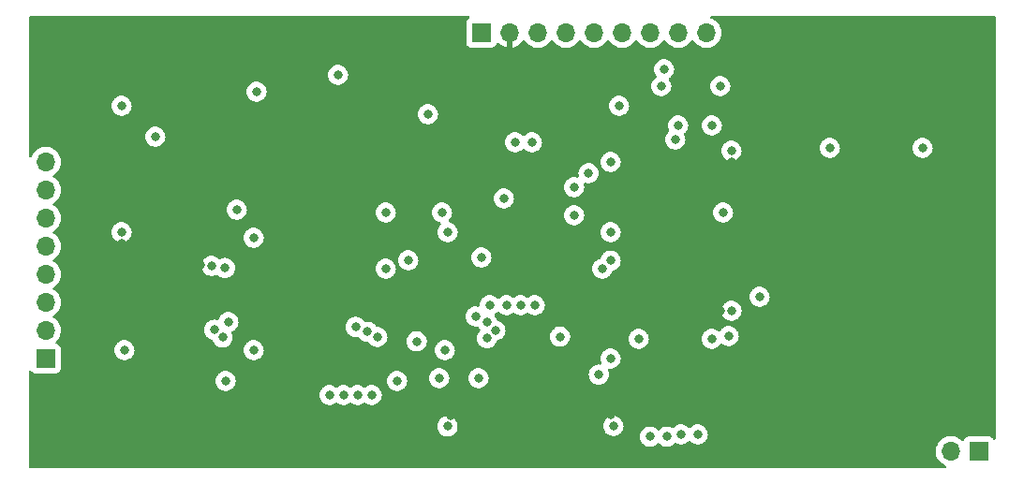
<source format=gbr>
%TF.GenerationSoftware,KiCad,Pcbnew,(6.0.0-0)*%
%TF.CreationDate,2022-03-19T19:46:59-04:00*%
%TF.ProjectId,interrupts,696e7465-7272-4757-9074-732e6b696361,rev?*%
%TF.SameCoordinates,Original*%
%TF.FileFunction,Copper,L2,Inr*%
%TF.FilePolarity,Positive*%
%FSLAX46Y46*%
G04 Gerber Fmt 4.6, Leading zero omitted, Abs format (unit mm)*
G04 Created by KiCad (PCBNEW (6.0.0-0)) date 2022-03-19 19:46:59*
%MOMM*%
%LPD*%
G01*
G04 APERTURE LIST*
%TA.AperFunction,ComponentPad*%
%ADD10R,1.700000X1.700000*%
%TD*%
%TA.AperFunction,ComponentPad*%
%ADD11O,1.700000X1.700000*%
%TD*%
%TA.AperFunction,ViaPad*%
%ADD12C,0.800000*%
%TD*%
G04 APERTURE END LIST*
D10*
%TO.N,unconnected-(J3-Pad1)*%
%TO.C,J3*%
X183134000Y-125984000D03*
D11*
%TO.N,unconnected-(J3-Pad2)*%
X180594000Y-125984000D03*
%TD*%
D10*
%TO.N,BUS0*%
%TO.C,J1*%
X98806000Y-117602000D03*
D11*
%TO.N,BUS1*%
X98806000Y-115062000D03*
%TO.N,BUS2*%
X98806000Y-112522000D03*
%TO.N,BUS3*%
X98806000Y-109982000D03*
%TO.N,BUS4*%
X98806000Y-107442000D03*
%TO.N,BUS5*%
X98806000Y-104902000D03*
%TO.N,BUS6*%
X98806000Y-102362000D03*
%TO.N,BUS7*%
X98806000Y-99822000D03*
%TD*%
D10*
%TO.N,VCC*%
%TO.C,J2*%
X138176000Y-88138000D03*
D11*
%TO.N,GND*%
X140716000Y-88138000D03*
%TO.N,CPU_CLOCK*%
X143256000Y-88138000D03*
%TO.N,~{SET_RELOAD_VALUE0}*%
X145796000Y-88138000D03*
%TO.N,~{SET_RELOAD_VALUE1}*%
X148336000Y-88138000D03*
%TO.N,~{TIMER_INT_REQ_0}*%
X150876000Y-88138000D03*
%TO.N,~{TIMER_INT_REQ_1}*%
X153416000Y-88138000D03*
%TO.N,~{CLR_TIMER_INT_REQ_0}*%
X155956000Y-88138000D03*
%TO.N,~{CLR_TIMER_INT_REQ_1}*%
X158496000Y-88138000D03*
%TD*%
D12*
%TO.N,Net-(U1-Pad1)*%
X138176000Y-108458000D03*
X140208000Y-103124000D03*
%TO.N,GND*%
X132334000Y-121920000D03*
%TO.N,/Reload Value Register/RELOAD3*%
X113792000Y-109220000D03*
X143002000Y-112776000D03*
%TO.N,/Reload Value Register/RELOAD2*%
X115316000Y-114300000D03*
X141732000Y-112776000D03*
%TO.N,/Reload Value Register/RELOAD1*%
X114046000Y-114999500D03*
X140462000Y-112776000D03*
%TO.N,/Reload Value Register/RELOAD0*%
X138938000Y-112776000D03*
X114790929Y-115699000D03*
%TO.N,/Reload Value Register/RELOAD4*%
X126814151Y-114739849D03*
X137668000Y-113792000D03*
%TO.N,/Reload Value Register/RELOAD5*%
X127886361Y-115177763D03*
X138684000Y-114300000D03*
%TO.N,/Reload Value Register/RELOAD6*%
X139446000Y-115062000D03*
X128778000Y-115653011D03*
%TO.N,/Reload Value Register/RELOAD7*%
X132334000Y-116052522D03*
X138684000Y-115761500D03*
%TO.N,Net-(U1-Pad4)*%
X159004000Y-115824000D03*
X137922000Y-119380000D03*
%TO.N,Net-(U1-Pad6)*%
X148785174Y-119063500D03*
X160528000Y-115570000D03*
%TO.N,GND*%
X132334000Y-111252000D03*
X135128000Y-110998000D03*
X144272000Y-104648000D03*
X150114000Y-111252000D03*
X159766000Y-113284000D03*
X145542000Y-113030000D03*
%TO.N,VCC*%
X135128000Y-106172000D03*
X149860000Y-106172000D03*
X149860000Y-117602000D03*
X134874000Y-116840000D03*
X117602000Y-106680000D03*
%TO.N,~{SET_RELOAD_VALUE1}*%
X131572000Y-108712000D03*
%TO.N,~{SET_RELOAD_VALUE0}*%
X125222000Y-91948000D03*
%TO.N,~{TIMER_INT_REQ_0}*%
X160782000Y-98806000D03*
X178054000Y-98552000D03*
%TO.N,Net-(U1-Pad3)*%
X149860000Y-99822000D03*
X160020000Y-104394000D03*
%TO.N,VCC*%
X150622000Y-94742000D03*
%TO.N,~{TIMER_INT_REQ_1}*%
X159004000Y-96520000D03*
X155956000Y-96520000D03*
%TO.N,~{!TIMER_INT_REQ_0}*%
X169672000Y-98552000D03*
X155702000Y-97790000D03*
%TO.N,GND*%
X160782000Y-99822000D03*
%TO.N,~{!TIMER_INT_REQ_1}*%
X159766000Y-92964000D03*
X154432000Y-92964000D03*
%TO.N,~{CLR_TIMER_INT_REQ_1}*%
X154686000Y-91440000D03*
%TO.N,/T0_0*%
X160782000Y-113284000D03*
X149097998Y-109474000D03*
%TO.N,/T0_1*%
X149860000Y-108747948D03*
X163322000Y-112014000D03*
%TO.N,GND*%
X183642000Y-114808000D03*
X183642000Y-103886000D03*
X178054000Y-91440000D03*
X169672000Y-91694000D03*
%TO.N,Net-(U1-Pad3)*%
X146558000Y-102108000D03*
X146558000Y-104648000D03*
%TO.N,Net-(U1-Pad6)*%
X147865500Y-100838000D03*
X145288000Y-115627534D03*
%TO.N,Net-(U1-Pad5)*%
X152400000Y-115824000D03*
X142748000Y-98044000D03*
%TO.N,Net-(U1-Pad4)*%
X141224000Y-98044000D03*
X134620000Y-104394000D03*
%TO.N,~{SCLK131072}*%
X134366000Y-119380000D03*
%TO.N,~{SET_RELOAD_VALUE0}*%
X116078000Y-104140000D03*
X129540000Y-104394000D03*
%TO.N,/Reload Value Register1/RELOAD7*%
X157734000Y-124460000D03*
X128270000Y-120904000D03*
%TO.N,/Reload Value Register1/RELOAD6*%
X156210000Y-124460000D03*
X127000000Y-120904000D03*
%TO.N,/Reload Value Register1/RELOAD5*%
X125730000Y-120904000D03*
X154940000Y-124672967D03*
%TO.N,/Reload Value Register1/RELOAD4*%
X153416000Y-124672967D03*
X124460000Y-120904000D03*
%TO.N,~{SCLK131072}*%
X135123701Y-123735500D03*
X150109701Y-123693701D03*
%TO.N,GND*%
X160274000Y-124460000D03*
X144018000Y-116078000D03*
X149860000Y-122682000D03*
X144780000Y-121158000D03*
X135430978Y-122784402D03*
%TO.N,~{SET_RELOAD_VALUE1}*%
X130556000Y-119634000D03*
X115062000Y-119634000D03*
%TO.N,GND*%
X123190000Y-119634000D03*
X120904000Y-122682000D03*
X117348000Y-122682000D03*
X105664000Y-122428000D03*
X107696000Y-115824000D03*
%TO.N,VCC*%
X105918000Y-116840000D03*
X117602000Y-116840000D03*
%TO.N,GND*%
X118618000Y-113538000D03*
X121003522Y-111252000D03*
X117602000Y-104648000D03*
X122682000Y-104394000D03*
X117094000Y-111252000D03*
X112796615Y-109129375D03*
X105664000Y-107188000D03*
%TO.N,VCC*%
X105664000Y-106172000D03*
%TO.N,CPU_CLOCK*%
X129540000Y-109474000D03*
X114994211Y-109411930D03*
X108712000Y-97536000D03*
%TO.N,GND*%
X146050000Y-99568000D03*
X139700000Y-92964000D03*
X142240000Y-92964000D03*
%TO.N,VCC*%
X133350000Y-95504000D03*
%TO.N,GND*%
X133350000Y-93472000D03*
X129874333Y-97752500D03*
X118872000Y-97790000D03*
%TO.N,VCC*%
X117856000Y-93472000D03*
%TO.N,GND*%
X117348000Y-99568000D03*
X112014000Y-92964000D03*
%TO.N,VCC*%
X105664000Y-94742000D03*
%TD*%
%TA.AperFunction,Conductor*%
%TO.N,GND*%
G36*
X137067260Y-86634002D02*
G01*
X137113753Y-86687658D01*
X137123857Y-86757932D01*
X137094363Y-86822512D01*
X137074705Y-86840825D01*
X136962739Y-86924739D01*
X136875385Y-87041295D01*
X136824255Y-87177684D01*
X136817500Y-87239866D01*
X136817500Y-89036134D01*
X136824255Y-89098316D01*
X136875385Y-89234705D01*
X136962739Y-89351261D01*
X137079295Y-89438615D01*
X137215684Y-89489745D01*
X137277866Y-89496500D01*
X139074134Y-89496500D01*
X139136316Y-89489745D01*
X139272705Y-89438615D01*
X139389261Y-89351261D01*
X139476615Y-89234705D01*
X139520798Y-89116848D01*
X139563440Y-89060084D01*
X139630001Y-89035384D01*
X139699350Y-89050592D01*
X139734017Y-89078580D01*
X139759218Y-89107673D01*
X139766580Y-89114883D01*
X139930434Y-89250916D01*
X139938881Y-89256831D01*
X140122756Y-89364279D01*
X140132042Y-89368729D01*
X140331001Y-89444703D01*
X140340899Y-89447579D01*
X140444250Y-89468606D01*
X140458299Y-89467410D01*
X140462000Y-89457065D01*
X140462000Y-88010000D01*
X140482002Y-87941879D01*
X140535658Y-87895386D01*
X140588000Y-87884000D01*
X140844000Y-87884000D01*
X140912121Y-87904002D01*
X140958614Y-87957658D01*
X140970000Y-88010000D01*
X140970000Y-89456517D01*
X140974064Y-89470359D01*
X140987478Y-89472393D01*
X140994184Y-89471534D01*
X141004262Y-89469392D01*
X141208255Y-89408191D01*
X141217842Y-89404433D01*
X141409095Y-89310739D01*
X141417945Y-89305464D01*
X141591328Y-89181792D01*
X141599200Y-89175139D01*
X141750052Y-89024812D01*
X141756730Y-89016965D01*
X141884022Y-88839819D01*
X141885279Y-88840722D01*
X141932373Y-88797362D01*
X142002311Y-88785145D01*
X142067751Y-88812678D01*
X142095579Y-88844511D01*
X142155987Y-88943088D01*
X142302250Y-89111938D01*
X142474126Y-89254632D01*
X142667000Y-89367338D01*
X142875692Y-89447030D01*
X142880760Y-89448061D01*
X142880763Y-89448062D01*
X142975862Y-89467410D01*
X143094597Y-89491567D01*
X143099772Y-89491757D01*
X143099774Y-89491757D01*
X143312673Y-89499564D01*
X143312677Y-89499564D01*
X143317837Y-89499753D01*
X143322957Y-89499097D01*
X143322959Y-89499097D01*
X143534288Y-89472025D01*
X143534289Y-89472025D01*
X143539416Y-89471368D01*
X143544366Y-89469883D01*
X143748429Y-89408661D01*
X143748434Y-89408659D01*
X143753384Y-89407174D01*
X143953994Y-89308896D01*
X144135860Y-89179173D01*
X144294096Y-89021489D01*
X144424453Y-88840077D01*
X144425776Y-88841028D01*
X144472645Y-88797857D01*
X144542580Y-88785625D01*
X144608026Y-88813144D01*
X144635875Y-88844994D01*
X144695987Y-88943088D01*
X144842250Y-89111938D01*
X145014126Y-89254632D01*
X145207000Y-89367338D01*
X145415692Y-89447030D01*
X145420760Y-89448061D01*
X145420763Y-89448062D01*
X145515862Y-89467410D01*
X145634597Y-89491567D01*
X145639772Y-89491757D01*
X145639774Y-89491757D01*
X145852673Y-89499564D01*
X145852677Y-89499564D01*
X145857837Y-89499753D01*
X145862957Y-89499097D01*
X145862959Y-89499097D01*
X146074288Y-89472025D01*
X146074289Y-89472025D01*
X146079416Y-89471368D01*
X146084366Y-89469883D01*
X146288429Y-89408661D01*
X146288434Y-89408659D01*
X146293384Y-89407174D01*
X146493994Y-89308896D01*
X146675860Y-89179173D01*
X146834096Y-89021489D01*
X146964453Y-88840077D01*
X146965776Y-88841028D01*
X147012645Y-88797857D01*
X147082580Y-88785625D01*
X147148026Y-88813144D01*
X147175875Y-88844994D01*
X147235987Y-88943088D01*
X147382250Y-89111938D01*
X147554126Y-89254632D01*
X147747000Y-89367338D01*
X147955692Y-89447030D01*
X147960760Y-89448061D01*
X147960763Y-89448062D01*
X148055862Y-89467410D01*
X148174597Y-89491567D01*
X148179772Y-89491757D01*
X148179774Y-89491757D01*
X148392673Y-89499564D01*
X148392677Y-89499564D01*
X148397837Y-89499753D01*
X148402957Y-89499097D01*
X148402959Y-89499097D01*
X148614288Y-89472025D01*
X148614289Y-89472025D01*
X148619416Y-89471368D01*
X148624366Y-89469883D01*
X148828429Y-89408661D01*
X148828434Y-89408659D01*
X148833384Y-89407174D01*
X149033994Y-89308896D01*
X149215860Y-89179173D01*
X149374096Y-89021489D01*
X149504453Y-88840077D01*
X149505776Y-88841028D01*
X149552645Y-88797857D01*
X149622580Y-88785625D01*
X149688026Y-88813144D01*
X149715875Y-88844994D01*
X149775987Y-88943088D01*
X149922250Y-89111938D01*
X150094126Y-89254632D01*
X150287000Y-89367338D01*
X150495692Y-89447030D01*
X150500760Y-89448061D01*
X150500763Y-89448062D01*
X150595862Y-89467410D01*
X150714597Y-89491567D01*
X150719772Y-89491757D01*
X150719774Y-89491757D01*
X150932673Y-89499564D01*
X150932677Y-89499564D01*
X150937837Y-89499753D01*
X150942957Y-89499097D01*
X150942959Y-89499097D01*
X151154288Y-89472025D01*
X151154289Y-89472025D01*
X151159416Y-89471368D01*
X151164366Y-89469883D01*
X151368429Y-89408661D01*
X151368434Y-89408659D01*
X151373384Y-89407174D01*
X151573994Y-89308896D01*
X151755860Y-89179173D01*
X151914096Y-89021489D01*
X152044453Y-88840077D01*
X152045776Y-88841028D01*
X152092645Y-88797857D01*
X152162580Y-88785625D01*
X152228026Y-88813144D01*
X152255875Y-88844994D01*
X152315987Y-88943088D01*
X152462250Y-89111938D01*
X152634126Y-89254632D01*
X152827000Y-89367338D01*
X153035692Y-89447030D01*
X153040760Y-89448061D01*
X153040763Y-89448062D01*
X153135862Y-89467410D01*
X153254597Y-89491567D01*
X153259772Y-89491757D01*
X153259774Y-89491757D01*
X153472673Y-89499564D01*
X153472677Y-89499564D01*
X153477837Y-89499753D01*
X153482957Y-89499097D01*
X153482959Y-89499097D01*
X153694288Y-89472025D01*
X153694289Y-89472025D01*
X153699416Y-89471368D01*
X153704366Y-89469883D01*
X153908429Y-89408661D01*
X153908434Y-89408659D01*
X153913384Y-89407174D01*
X154113994Y-89308896D01*
X154295860Y-89179173D01*
X154454096Y-89021489D01*
X154584453Y-88840077D01*
X154585776Y-88841028D01*
X154632645Y-88797857D01*
X154702580Y-88785625D01*
X154768026Y-88813144D01*
X154795875Y-88844994D01*
X154855987Y-88943088D01*
X155002250Y-89111938D01*
X155174126Y-89254632D01*
X155367000Y-89367338D01*
X155575692Y-89447030D01*
X155580760Y-89448061D01*
X155580763Y-89448062D01*
X155675862Y-89467410D01*
X155794597Y-89491567D01*
X155799772Y-89491757D01*
X155799774Y-89491757D01*
X156012673Y-89499564D01*
X156012677Y-89499564D01*
X156017837Y-89499753D01*
X156022957Y-89499097D01*
X156022959Y-89499097D01*
X156234288Y-89472025D01*
X156234289Y-89472025D01*
X156239416Y-89471368D01*
X156244366Y-89469883D01*
X156448429Y-89408661D01*
X156448434Y-89408659D01*
X156453384Y-89407174D01*
X156653994Y-89308896D01*
X156835860Y-89179173D01*
X156994096Y-89021489D01*
X157124453Y-88840077D01*
X157125776Y-88841028D01*
X157172645Y-88797857D01*
X157242580Y-88785625D01*
X157308026Y-88813144D01*
X157335875Y-88844994D01*
X157395987Y-88943088D01*
X157542250Y-89111938D01*
X157714126Y-89254632D01*
X157907000Y-89367338D01*
X158115692Y-89447030D01*
X158120760Y-89448061D01*
X158120763Y-89448062D01*
X158215862Y-89467410D01*
X158334597Y-89491567D01*
X158339772Y-89491757D01*
X158339774Y-89491757D01*
X158552673Y-89499564D01*
X158552677Y-89499564D01*
X158557837Y-89499753D01*
X158562957Y-89499097D01*
X158562959Y-89499097D01*
X158774288Y-89472025D01*
X158774289Y-89472025D01*
X158779416Y-89471368D01*
X158784366Y-89469883D01*
X158988429Y-89408661D01*
X158988434Y-89408659D01*
X158993384Y-89407174D01*
X159193994Y-89308896D01*
X159375860Y-89179173D01*
X159534096Y-89021489D01*
X159664453Y-88840077D01*
X159677995Y-88812678D01*
X159761136Y-88644453D01*
X159761137Y-88644451D01*
X159763430Y-88639811D01*
X159828370Y-88426069D01*
X159857529Y-88204590D01*
X159859156Y-88138000D01*
X159840852Y-87915361D01*
X159786431Y-87698702D01*
X159697354Y-87493840D01*
X159576014Y-87306277D01*
X159425670Y-87141051D01*
X159421619Y-87137852D01*
X159421615Y-87137848D01*
X159254414Y-87005800D01*
X159254410Y-87005798D01*
X159250359Y-87002598D01*
X159214028Y-86982542D01*
X159198136Y-86973769D01*
X159054789Y-86894638D01*
X159049920Y-86892914D01*
X159049916Y-86892912D01*
X158953509Y-86858773D01*
X158895973Y-86817179D01*
X158870057Y-86751081D01*
X158883991Y-86681465D01*
X158933350Y-86630434D01*
X158995569Y-86614000D01*
X184532000Y-86614000D01*
X184600121Y-86634002D01*
X184646614Y-86687658D01*
X184658000Y-86740000D01*
X184658000Y-124807139D01*
X184637998Y-124875260D01*
X184584342Y-124921753D01*
X184514068Y-124931857D01*
X184449488Y-124902363D01*
X184431174Y-124882704D01*
X184388131Y-124825271D01*
X184347261Y-124770739D01*
X184230705Y-124683385D01*
X184094316Y-124632255D01*
X184032134Y-124625500D01*
X182235866Y-124625500D01*
X182173684Y-124632255D01*
X182037295Y-124683385D01*
X181920739Y-124770739D01*
X181833385Y-124887295D01*
X181830233Y-124895703D01*
X181788919Y-125005907D01*
X181746277Y-125062671D01*
X181679716Y-125087371D01*
X181610367Y-125072163D01*
X181577743Y-125046476D01*
X181527151Y-124990875D01*
X181527142Y-124990866D01*
X181523670Y-124987051D01*
X181519619Y-124983852D01*
X181519615Y-124983848D01*
X181352414Y-124851800D01*
X181352410Y-124851798D01*
X181348359Y-124848598D01*
X181152789Y-124740638D01*
X181147920Y-124738914D01*
X181147916Y-124738912D01*
X180947087Y-124667795D01*
X180947083Y-124667794D01*
X180942212Y-124666069D01*
X180937119Y-124665162D01*
X180937116Y-124665161D01*
X180727373Y-124627800D01*
X180727367Y-124627799D01*
X180722284Y-124626894D01*
X180648452Y-124625992D01*
X180504081Y-124624228D01*
X180504079Y-124624228D01*
X180498911Y-124624165D01*
X180278091Y-124657955D01*
X180065756Y-124727357D01*
X179867607Y-124830507D01*
X179863474Y-124833610D01*
X179863471Y-124833612D01*
X179732621Y-124931857D01*
X179688965Y-124964635D01*
X179663554Y-124991226D01*
X179595280Y-125062671D01*
X179534629Y-125126138D01*
X179531715Y-125130410D01*
X179531714Y-125130411D01*
X179523298Y-125142749D01*
X179408743Y-125310680D01*
X179387838Y-125355716D01*
X179339337Y-125460204D01*
X179314688Y-125513305D01*
X179254989Y-125728570D01*
X179231251Y-125950695D01*
X179244110Y-126173715D01*
X179245247Y-126178761D01*
X179245248Y-126178767D01*
X179269304Y-126285508D01*
X179293222Y-126391639D01*
X179377266Y-126598616D01*
X179493987Y-126789088D01*
X179640250Y-126957938D01*
X179812126Y-127100632D01*
X180005000Y-127213338D01*
X180130637Y-127261314D01*
X180138430Y-127264290D01*
X180194933Y-127307278D01*
X180219226Y-127373989D01*
X180203596Y-127443243D01*
X180153005Y-127493054D01*
X180093481Y-127508000D01*
X97408000Y-127508000D01*
X97339879Y-127487998D01*
X97293386Y-127434342D01*
X97282000Y-127382000D01*
X97282000Y-124672967D01*
X152502496Y-124672967D01*
X152503186Y-124679532D01*
X152519766Y-124837279D01*
X152522458Y-124862895D01*
X152581473Y-125044523D01*
X152676960Y-125209911D01*
X152681378Y-125214818D01*
X152681379Y-125214819D01*
X152785238Y-125330166D01*
X152804747Y-125351833D01*
X152959248Y-125464085D01*
X152965276Y-125466769D01*
X152965278Y-125466770D01*
X153127681Y-125539076D01*
X153133712Y-125541761D01*
X153227113Y-125561614D01*
X153314056Y-125580095D01*
X153314061Y-125580095D01*
X153320513Y-125581467D01*
X153511487Y-125581467D01*
X153517939Y-125580095D01*
X153517944Y-125580095D01*
X153604887Y-125561614D01*
X153698288Y-125541761D01*
X153704319Y-125539076D01*
X153866722Y-125466770D01*
X153866724Y-125466769D01*
X153872752Y-125464085D01*
X154027253Y-125351833D01*
X154084365Y-125288403D01*
X154144810Y-125251165D01*
X154215794Y-125252517D01*
X154271634Y-125288403D01*
X154328747Y-125351833D01*
X154483248Y-125464085D01*
X154489276Y-125466769D01*
X154489278Y-125466770D01*
X154651681Y-125539076D01*
X154657712Y-125541761D01*
X154751113Y-125561614D01*
X154838056Y-125580095D01*
X154838061Y-125580095D01*
X154844513Y-125581467D01*
X155035487Y-125581467D01*
X155041939Y-125580095D01*
X155041944Y-125580095D01*
X155128887Y-125561614D01*
X155222288Y-125541761D01*
X155228319Y-125539076D01*
X155390722Y-125466770D01*
X155390724Y-125466769D01*
X155396752Y-125464085D01*
X155551253Y-125351833D01*
X155612537Y-125283770D01*
X155672980Y-125246532D01*
X155743964Y-125247884D01*
X155757413Y-125252972D01*
X155927712Y-125328794D01*
X156012997Y-125346922D01*
X156108056Y-125367128D01*
X156108061Y-125367128D01*
X156114513Y-125368500D01*
X156305487Y-125368500D01*
X156311939Y-125367128D01*
X156311944Y-125367128D01*
X156407003Y-125346922D01*
X156492288Y-125328794D01*
X156532973Y-125310680D01*
X156660722Y-125253803D01*
X156660724Y-125253802D01*
X156666752Y-125251118D01*
X156821253Y-125138866D01*
X156878365Y-125075436D01*
X156938810Y-125038198D01*
X157009794Y-125039550D01*
X157065634Y-125075436D01*
X157122747Y-125138866D01*
X157277248Y-125251118D01*
X157283276Y-125253802D01*
X157283278Y-125253803D01*
X157411027Y-125310680D01*
X157451712Y-125328794D01*
X157536997Y-125346922D01*
X157632056Y-125367128D01*
X157632061Y-125367128D01*
X157638513Y-125368500D01*
X157829487Y-125368500D01*
X157835939Y-125367128D01*
X157835944Y-125367128D01*
X157931003Y-125346922D01*
X158016288Y-125328794D01*
X158056973Y-125310680D01*
X158184722Y-125253803D01*
X158184724Y-125253802D01*
X158190752Y-125251118D01*
X158345253Y-125138866D01*
X158391619Y-125087371D01*
X158468621Y-125001852D01*
X158468622Y-125001851D01*
X158473040Y-124996944D01*
X158558688Y-124848598D01*
X158565223Y-124837279D01*
X158565224Y-124837278D01*
X158568527Y-124831556D01*
X158627542Y-124649928D01*
X158629400Y-124632255D01*
X158646814Y-124466565D01*
X158647504Y-124460000D01*
X158637798Y-124367656D01*
X158628232Y-124276635D01*
X158628232Y-124276633D01*
X158627542Y-124270072D01*
X158568527Y-124088444D01*
X158473040Y-123923056D01*
X158440067Y-123886435D01*
X158349675Y-123786045D01*
X158349671Y-123786041D01*
X158345253Y-123781134D01*
X158224912Y-123693701D01*
X158196094Y-123672763D01*
X158196093Y-123672762D01*
X158190752Y-123668882D01*
X158184724Y-123666198D01*
X158184722Y-123666197D01*
X158022319Y-123593891D01*
X158022318Y-123593891D01*
X158016288Y-123591206D01*
X157922888Y-123571353D01*
X157835944Y-123552872D01*
X157835939Y-123552872D01*
X157829487Y-123551500D01*
X157638513Y-123551500D01*
X157632061Y-123552872D01*
X157632056Y-123552872D01*
X157545112Y-123571353D01*
X157451712Y-123591206D01*
X157445682Y-123593891D01*
X157445681Y-123593891D01*
X157283278Y-123666197D01*
X157283276Y-123666198D01*
X157277248Y-123668882D01*
X157271907Y-123672762D01*
X157271906Y-123672763D01*
X157243088Y-123693701D01*
X157122747Y-123781134D01*
X157065635Y-123844564D01*
X157005190Y-123881802D01*
X156934206Y-123880450D01*
X156878366Y-123844564D01*
X156821253Y-123781134D01*
X156700912Y-123693701D01*
X156672094Y-123672763D01*
X156672093Y-123672762D01*
X156666752Y-123668882D01*
X156660724Y-123666198D01*
X156660722Y-123666197D01*
X156498319Y-123593891D01*
X156498318Y-123593891D01*
X156492288Y-123591206D01*
X156398888Y-123571353D01*
X156311944Y-123552872D01*
X156311939Y-123552872D01*
X156305487Y-123551500D01*
X156114513Y-123551500D01*
X156108061Y-123552872D01*
X156108056Y-123552872D01*
X156021112Y-123571353D01*
X155927712Y-123591206D01*
X155921682Y-123593891D01*
X155921681Y-123593891D01*
X155759278Y-123666197D01*
X155759276Y-123666198D01*
X155753248Y-123668882D01*
X155747907Y-123672762D01*
X155747906Y-123672763D01*
X155719088Y-123693701D01*
X155598747Y-123781134D01*
X155537463Y-123849197D01*
X155477020Y-123886435D01*
X155406036Y-123885083D01*
X155392587Y-123879995D01*
X155222288Y-123804173D01*
X155113899Y-123781134D01*
X155041944Y-123765839D01*
X155041939Y-123765839D01*
X155035487Y-123764467D01*
X154844513Y-123764467D01*
X154838061Y-123765839D01*
X154838056Y-123765839D01*
X154766101Y-123781134D01*
X154657712Y-123804173D01*
X154651682Y-123806858D01*
X154651681Y-123806858D01*
X154489278Y-123879164D01*
X154489276Y-123879165D01*
X154483248Y-123881849D01*
X154328747Y-123994101D01*
X154271635Y-124057531D01*
X154211190Y-124094769D01*
X154140206Y-124093417D01*
X154084366Y-124057531D01*
X154027253Y-123994101D01*
X153872752Y-123881849D01*
X153866724Y-123879165D01*
X153866722Y-123879164D01*
X153704319Y-123806858D01*
X153704318Y-123806858D01*
X153698288Y-123804173D01*
X153589899Y-123781134D01*
X153517944Y-123765839D01*
X153517939Y-123765839D01*
X153511487Y-123764467D01*
X153320513Y-123764467D01*
X153314061Y-123765839D01*
X153314056Y-123765839D01*
X153242101Y-123781134D01*
X153133712Y-123804173D01*
X153127682Y-123806858D01*
X153127681Y-123806858D01*
X152965278Y-123879164D01*
X152965276Y-123879165D01*
X152959248Y-123881849D01*
X152804747Y-123994101D01*
X152800329Y-123999008D01*
X152800325Y-123999012D01*
X152715323Y-124093417D01*
X152676960Y-124136023D01*
X152581473Y-124301411D01*
X152522458Y-124483039D01*
X152521768Y-124489600D01*
X152521768Y-124489602D01*
X152504917Y-124649928D01*
X152502496Y-124672967D01*
X97282000Y-124672967D01*
X97282000Y-123735500D01*
X134210197Y-123735500D01*
X134210887Y-123742065D01*
X134226426Y-123889907D01*
X134230159Y-123925428D01*
X134289174Y-124107056D01*
X134384661Y-124272444D01*
X134512448Y-124414366D01*
X134666949Y-124526618D01*
X134672977Y-124529302D01*
X134672979Y-124529303D01*
X134747530Y-124562495D01*
X134841413Y-124604294D01*
X134934813Y-124624147D01*
X135021757Y-124642628D01*
X135021762Y-124642628D01*
X135028214Y-124644000D01*
X135219188Y-124644000D01*
X135225640Y-124642628D01*
X135225645Y-124642628D01*
X135312589Y-124624147D01*
X135405989Y-124604294D01*
X135499872Y-124562495D01*
X135574423Y-124529303D01*
X135574425Y-124529302D01*
X135580453Y-124526618D01*
X135734954Y-124414366D01*
X135862741Y-124272444D01*
X135958228Y-124107056D01*
X136017243Y-123925428D01*
X136020977Y-123889907D01*
X136036515Y-123742065D01*
X136037205Y-123735500D01*
X136032812Y-123693701D01*
X149196197Y-123693701D01*
X149216159Y-123883629D01*
X149275174Y-124065257D01*
X149370661Y-124230645D01*
X149375079Y-124235552D01*
X149375080Y-124235553D01*
X149412716Y-124277352D01*
X149498448Y-124372567D01*
X149549220Y-124409455D01*
X149627825Y-124466565D01*
X149652949Y-124484819D01*
X149658977Y-124487503D01*
X149658979Y-124487504D01*
X149752862Y-124529303D01*
X149827413Y-124562495D01*
X149920814Y-124582348D01*
X150007757Y-124600829D01*
X150007762Y-124600829D01*
X150014214Y-124602201D01*
X150205188Y-124602201D01*
X150211640Y-124600829D01*
X150211645Y-124600829D01*
X150298588Y-124582348D01*
X150391989Y-124562495D01*
X150466540Y-124529303D01*
X150560423Y-124487504D01*
X150560425Y-124487503D01*
X150566453Y-124484819D01*
X150591578Y-124466565D01*
X150670182Y-124409455D01*
X150720954Y-124372567D01*
X150806686Y-124277352D01*
X150844322Y-124235553D01*
X150844323Y-124235552D01*
X150848741Y-124230645D01*
X150944228Y-124065257D01*
X151003243Y-123883629D01*
X151023205Y-123693701D01*
X151012715Y-123593891D01*
X151003933Y-123510336D01*
X151003933Y-123510334D01*
X151003243Y-123503773D01*
X150944228Y-123322145D01*
X150848741Y-123156757D01*
X150720954Y-123014835D01*
X150566453Y-122902583D01*
X150560425Y-122899899D01*
X150560423Y-122899898D01*
X150398020Y-122827592D01*
X150398019Y-122827592D01*
X150391989Y-122824907D01*
X150298589Y-122805054D01*
X150211645Y-122786573D01*
X150211640Y-122786573D01*
X150205188Y-122785201D01*
X150014214Y-122785201D01*
X150007762Y-122786573D01*
X150007757Y-122786573D01*
X149920813Y-122805054D01*
X149827413Y-122824907D01*
X149821383Y-122827592D01*
X149821382Y-122827592D01*
X149658979Y-122899898D01*
X149658977Y-122899899D01*
X149652949Y-122902583D01*
X149498448Y-123014835D01*
X149370661Y-123156757D01*
X149275174Y-123322145D01*
X149216159Y-123503773D01*
X149215469Y-123510334D01*
X149215469Y-123510336D01*
X149206687Y-123593891D01*
X149196197Y-123693701D01*
X136032812Y-123693701D01*
X136029921Y-123666197D01*
X136017933Y-123552135D01*
X136017933Y-123552133D01*
X136017243Y-123545572D01*
X135958228Y-123363944D01*
X135862741Y-123198556D01*
X135734954Y-123056634D01*
X135580453Y-122944382D01*
X135574425Y-122941698D01*
X135574423Y-122941697D01*
X135412020Y-122869391D01*
X135412019Y-122869391D01*
X135405989Y-122866706D01*
X135312588Y-122846853D01*
X135225645Y-122828372D01*
X135225640Y-122828372D01*
X135219188Y-122827000D01*
X135028214Y-122827000D01*
X135021762Y-122828372D01*
X135021757Y-122828372D01*
X134934814Y-122846853D01*
X134841413Y-122866706D01*
X134835383Y-122869391D01*
X134835382Y-122869391D01*
X134672979Y-122941697D01*
X134672977Y-122941698D01*
X134666949Y-122944382D01*
X134512448Y-123056634D01*
X134384661Y-123198556D01*
X134289174Y-123363944D01*
X134230159Y-123545572D01*
X134229469Y-123552133D01*
X134229469Y-123552135D01*
X134217481Y-123666197D01*
X134210197Y-123735500D01*
X97282000Y-123735500D01*
X97282000Y-120904000D01*
X123546496Y-120904000D01*
X123566458Y-121093928D01*
X123625473Y-121275556D01*
X123720960Y-121440944D01*
X123848747Y-121582866D01*
X124003248Y-121695118D01*
X124009276Y-121697802D01*
X124009278Y-121697803D01*
X124171681Y-121770109D01*
X124177712Y-121772794D01*
X124271113Y-121792647D01*
X124358056Y-121811128D01*
X124358061Y-121811128D01*
X124364513Y-121812500D01*
X124555487Y-121812500D01*
X124561939Y-121811128D01*
X124561944Y-121811128D01*
X124648887Y-121792647D01*
X124742288Y-121772794D01*
X124748319Y-121770109D01*
X124910722Y-121697803D01*
X124910724Y-121697802D01*
X124916752Y-121695118D01*
X125020940Y-121619421D01*
X125087806Y-121595563D01*
X125156958Y-121611643D01*
X125169056Y-121619418D01*
X125273248Y-121695118D01*
X125279276Y-121697802D01*
X125279278Y-121697803D01*
X125441681Y-121770109D01*
X125447712Y-121772794D01*
X125541113Y-121792647D01*
X125628056Y-121811128D01*
X125628061Y-121811128D01*
X125634513Y-121812500D01*
X125825487Y-121812500D01*
X125831939Y-121811128D01*
X125831944Y-121811128D01*
X125918887Y-121792647D01*
X126012288Y-121772794D01*
X126018319Y-121770109D01*
X126180722Y-121697803D01*
X126180724Y-121697802D01*
X126186752Y-121695118D01*
X126290940Y-121619421D01*
X126357806Y-121595563D01*
X126426958Y-121611643D01*
X126439056Y-121619418D01*
X126543248Y-121695118D01*
X126549276Y-121697802D01*
X126549278Y-121697803D01*
X126711681Y-121770109D01*
X126717712Y-121772794D01*
X126811113Y-121792647D01*
X126898056Y-121811128D01*
X126898061Y-121811128D01*
X126904513Y-121812500D01*
X127095487Y-121812500D01*
X127101939Y-121811128D01*
X127101944Y-121811128D01*
X127188887Y-121792647D01*
X127282288Y-121772794D01*
X127288319Y-121770109D01*
X127450722Y-121697803D01*
X127450724Y-121697802D01*
X127456752Y-121695118D01*
X127560940Y-121619421D01*
X127627806Y-121595563D01*
X127696958Y-121611643D01*
X127709056Y-121619418D01*
X127813248Y-121695118D01*
X127819276Y-121697802D01*
X127819278Y-121697803D01*
X127981681Y-121770109D01*
X127987712Y-121772794D01*
X128081113Y-121792647D01*
X128168056Y-121811128D01*
X128168061Y-121811128D01*
X128174513Y-121812500D01*
X128365487Y-121812500D01*
X128371939Y-121811128D01*
X128371944Y-121811128D01*
X128458887Y-121792647D01*
X128552288Y-121772794D01*
X128558319Y-121770109D01*
X128720722Y-121697803D01*
X128720724Y-121697802D01*
X128726752Y-121695118D01*
X128881253Y-121582866D01*
X129009040Y-121440944D01*
X129104527Y-121275556D01*
X129163542Y-121093928D01*
X129183504Y-120904000D01*
X129163542Y-120714072D01*
X129104527Y-120532444D01*
X129009040Y-120367056D01*
X128963744Y-120316749D01*
X128885675Y-120230045D01*
X128885674Y-120230044D01*
X128881253Y-120225134D01*
X128726752Y-120112882D01*
X128720724Y-120110198D01*
X128720722Y-120110197D01*
X128558319Y-120037891D01*
X128558318Y-120037891D01*
X128552288Y-120035206D01*
X128439721Y-120011279D01*
X128371944Y-119996872D01*
X128371939Y-119996872D01*
X128365487Y-119995500D01*
X128174513Y-119995500D01*
X128168061Y-119996872D01*
X128168056Y-119996872D01*
X128100279Y-120011279D01*
X127987712Y-120035206D01*
X127981682Y-120037891D01*
X127981681Y-120037891D01*
X127819278Y-120110197D01*
X127819276Y-120110198D01*
X127813248Y-120112882D01*
X127709060Y-120188579D01*
X127642194Y-120212437D01*
X127573042Y-120196357D01*
X127560944Y-120188582D01*
X127456752Y-120112882D01*
X127450724Y-120110198D01*
X127450722Y-120110197D01*
X127288319Y-120037891D01*
X127288318Y-120037891D01*
X127282288Y-120035206D01*
X127169721Y-120011279D01*
X127101944Y-119996872D01*
X127101939Y-119996872D01*
X127095487Y-119995500D01*
X126904513Y-119995500D01*
X126898061Y-119996872D01*
X126898056Y-119996872D01*
X126830279Y-120011279D01*
X126717712Y-120035206D01*
X126711682Y-120037891D01*
X126711681Y-120037891D01*
X126549278Y-120110197D01*
X126549276Y-120110198D01*
X126543248Y-120112882D01*
X126439060Y-120188579D01*
X126372194Y-120212437D01*
X126303042Y-120196357D01*
X126290944Y-120188582D01*
X126186752Y-120112882D01*
X126180724Y-120110198D01*
X126180722Y-120110197D01*
X126018319Y-120037891D01*
X126018318Y-120037891D01*
X126012288Y-120035206D01*
X125899721Y-120011279D01*
X125831944Y-119996872D01*
X125831939Y-119996872D01*
X125825487Y-119995500D01*
X125634513Y-119995500D01*
X125628061Y-119996872D01*
X125628056Y-119996872D01*
X125560279Y-120011279D01*
X125447712Y-120035206D01*
X125441682Y-120037891D01*
X125441681Y-120037891D01*
X125279278Y-120110197D01*
X125279276Y-120110198D01*
X125273248Y-120112882D01*
X125169060Y-120188579D01*
X125102194Y-120212437D01*
X125033042Y-120196357D01*
X125020944Y-120188582D01*
X124916752Y-120112882D01*
X124910724Y-120110198D01*
X124910722Y-120110197D01*
X124748319Y-120037891D01*
X124748318Y-120037891D01*
X124742288Y-120035206D01*
X124629721Y-120011279D01*
X124561944Y-119996872D01*
X124561939Y-119996872D01*
X124555487Y-119995500D01*
X124364513Y-119995500D01*
X124358061Y-119996872D01*
X124358056Y-119996872D01*
X124290279Y-120011279D01*
X124177712Y-120035206D01*
X124171682Y-120037891D01*
X124171681Y-120037891D01*
X124009278Y-120110197D01*
X124009276Y-120110198D01*
X124003248Y-120112882D01*
X123848747Y-120225134D01*
X123844326Y-120230044D01*
X123844325Y-120230045D01*
X123766257Y-120316749D01*
X123720960Y-120367056D01*
X123625473Y-120532444D01*
X123566458Y-120714072D01*
X123546496Y-120904000D01*
X97282000Y-120904000D01*
X97282000Y-119634000D01*
X114148496Y-119634000D01*
X114149186Y-119640565D01*
X114159886Y-119742366D01*
X114168458Y-119823928D01*
X114227473Y-120005556D01*
X114322960Y-120170944D01*
X114327378Y-120175851D01*
X114327379Y-120175852D01*
X114371753Y-120225134D01*
X114450747Y-120312866D01*
X114605248Y-120425118D01*
X114611276Y-120427802D01*
X114611278Y-120427803D01*
X114773681Y-120500109D01*
X114779712Y-120502794D01*
X114873113Y-120522647D01*
X114960056Y-120541128D01*
X114960061Y-120541128D01*
X114966513Y-120542500D01*
X115157487Y-120542500D01*
X115163939Y-120541128D01*
X115163944Y-120541128D01*
X115250887Y-120522647D01*
X115344288Y-120502794D01*
X115350319Y-120500109D01*
X115512722Y-120427803D01*
X115512724Y-120427802D01*
X115518752Y-120425118D01*
X115673253Y-120312866D01*
X115752247Y-120225134D01*
X115796621Y-120175852D01*
X115796622Y-120175851D01*
X115801040Y-120170944D01*
X115896527Y-120005556D01*
X115955542Y-119823928D01*
X115964115Y-119742366D01*
X115974814Y-119640565D01*
X115975504Y-119634000D01*
X129642496Y-119634000D01*
X129643186Y-119640565D01*
X129653886Y-119742366D01*
X129662458Y-119823928D01*
X129721473Y-120005556D01*
X129816960Y-120170944D01*
X129821378Y-120175851D01*
X129821379Y-120175852D01*
X129865753Y-120225134D01*
X129944747Y-120312866D01*
X130099248Y-120425118D01*
X130105276Y-120427802D01*
X130105278Y-120427803D01*
X130267681Y-120500109D01*
X130273712Y-120502794D01*
X130367113Y-120522647D01*
X130454056Y-120541128D01*
X130454061Y-120541128D01*
X130460513Y-120542500D01*
X130651487Y-120542500D01*
X130657939Y-120541128D01*
X130657944Y-120541128D01*
X130744887Y-120522647D01*
X130838288Y-120502794D01*
X130844319Y-120500109D01*
X131006722Y-120427803D01*
X131006724Y-120427802D01*
X131012752Y-120425118D01*
X131167253Y-120312866D01*
X131246247Y-120225134D01*
X131290621Y-120175852D01*
X131290622Y-120175851D01*
X131295040Y-120170944D01*
X131390527Y-120005556D01*
X131449542Y-119823928D01*
X131458115Y-119742366D01*
X131468814Y-119640565D01*
X131469504Y-119634000D01*
X131449542Y-119444072D01*
X131428724Y-119380000D01*
X133452496Y-119380000D01*
X133453186Y-119386565D01*
X133458283Y-119435056D01*
X133472458Y-119569928D01*
X133531473Y-119751556D01*
X133626960Y-119916944D01*
X133631378Y-119921851D01*
X133631379Y-119921852D01*
X133732208Y-120033834D01*
X133754747Y-120058866D01*
X133909248Y-120171118D01*
X133915276Y-120173802D01*
X133915278Y-120173803D01*
X134077681Y-120246109D01*
X134083712Y-120248794D01*
X134177112Y-120268647D01*
X134264056Y-120287128D01*
X134264061Y-120287128D01*
X134270513Y-120288500D01*
X134461487Y-120288500D01*
X134467939Y-120287128D01*
X134467944Y-120287128D01*
X134554888Y-120268647D01*
X134648288Y-120248794D01*
X134654319Y-120246109D01*
X134816722Y-120173803D01*
X134816724Y-120173802D01*
X134822752Y-120171118D01*
X134977253Y-120058866D01*
X134999792Y-120033834D01*
X135100621Y-119921852D01*
X135100622Y-119921851D01*
X135105040Y-119916944D01*
X135200527Y-119751556D01*
X135259542Y-119569928D01*
X135273718Y-119435056D01*
X135278814Y-119386565D01*
X135279504Y-119380000D01*
X137008496Y-119380000D01*
X137009186Y-119386565D01*
X137014283Y-119435056D01*
X137028458Y-119569928D01*
X137087473Y-119751556D01*
X137182960Y-119916944D01*
X137187378Y-119921851D01*
X137187379Y-119921852D01*
X137288208Y-120033834D01*
X137310747Y-120058866D01*
X137465248Y-120171118D01*
X137471276Y-120173802D01*
X137471278Y-120173803D01*
X137633681Y-120246109D01*
X137639712Y-120248794D01*
X137733112Y-120268647D01*
X137820056Y-120287128D01*
X137820061Y-120287128D01*
X137826513Y-120288500D01*
X138017487Y-120288500D01*
X138023939Y-120287128D01*
X138023944Y-120287128D01*
X138110888Y-120268647D01*
X138204288Y-120248794D01*
X138210319Y-120246109D01*
X138372722Y-120173803D01*
X138372724Y-120173802D01*
X138378752Y-120171118D01*
X138533253Y-120058866D01*
X138555792Y-120033834D01*
X138656621Y-119921852D01*
X138656622Y-119921851D01*
X138661040Y-119916944D01*
X138756527Y-119751556D01*
X138815542Y-119569928D01*
X138829718Y-119435056D01*
X138834814Y-119386565D01*
X138835504Y-119380000D01*
X138815542Y-119190072D01*
X138774416Y-119063500D01*
X147871670Y-119063500D01*
X147891632Y-119253428D01*
X147950647Y-119435056D01*
X147953950Y-119440778D01*
X147953951Y-119440779D01*
X147987860Y-119499510D01*
X148046134Y-119600444D01*
X148173921Y-119742366D01*
X148328422Y-119854618D01*
X148334450Y-119857302D01*
X148334452Y-119857303D01*
X148496855Y-119929609D01*
X148502886Y-119932294D01*
X148596286Y-119952147D01*
X148683230Y-119970628D01*
X148683235Y-119970628D01*
X148689687Y-119972000D01*
X148880661Y-119972000D01*
X148887113Y-119970628D01*
X148887118Y-119970628D01*
X148974062Y-119952147D01*
X149067462Y-119932294D01*
X149073493Y-119929609D01*
X149235896Y-119857303D01*
X149235898Y-119857302D01*
X149241926Y-119854618D01*
X149396427Y-119742366D01*
X149524214Y-119600444D01*
X149582488Y-119499510D01*
X149616397Y-119440779D01*
X149616398Y-119440778D01*
X149619701Y-119435056D01*
X149678716Y-119253428D01*
X149698678Y-119063500D01*
X149693552Y-119014729D01*
X149679406Y-118880135D01*
X149679406Y-118880133D01*
X149678716Y-118873572D01*
X149619701Y-118691944D01*
X149616395Y-118686218D01*
X149615083Y-118683271D01*
X149605647Y-118612905D01*
X149635753Y-118548607D01*
X149695841Y-118510792D01*
X149751432Y-118508937D01*
X149751485Y-118508437D01*
X149755084Y-118508815D01*
X149756379Y-118508772D01*
X149758048Y-118509127D01*
X149758059Y-118509128D01*
X149764513Y-118510500D01*
X149955487Y-118510500D01*
X149961939Y-118509128D01*
X149961944Y-118509128D01*
X150048887Y-118490647D01*
X150142288Y-118470794D01*
X150148319Y-118468109D01*
X150310722Y-118395803D01*
X150310724Y-118395802D01*
X150316752Y-118393118D01*
X150471253Y-118280866D01*
X150478892Y-118272382D01*
X150594621Y-118143852D01*
X150594622Y-118143851D01*
X150599040Y-118138944D01*
X150694527Y-117973556D01*
X150753542Y-117791928D01*
X150758107Y-117748500D01*
X150772814Y-117608565D01*
X150773504Y-117602000D01*
X150772814Y-117595435D01*
X150754232Y-117418635D01*
X150754232Y-117418633D01*
X150753542Y-117412072D01*
X150694527Y-117230444D01*
X150599040Y-117065056D01*
X150573064Y-117036206D01*
X150475675Y-116928045D01*
X150475674Y-116928044D01*
X150471253Y-116923134D01*
X150356498Y-116839759D01*
X150322094Y-116814763D01*
X150322093Y-116814762D01*
X150316752Y-116810882D01*
X150310724Y-116808198D01*
X150310722Y-116808197D01*
X150148319Y-116735891D01*
X150148318Y-116735891D01*
X150142288Y-116733206D01*
X150020331Y-116707283D01*
X149961944Y-116694872D01*
X149961939Y-116694872D01*
X149955487Y-116693500D01*
X149764513Y-116693500D01*
X149758061Y-116694872D01*
X149758056Y-116694872D01*
X149699669Y-116707283D01*
X149577712Y-116733206D01*
X149571682Y-116735891D01*
X149571681Y-116735891D01*
X149409278Y-116808197D01*
X149409276Y-116808198D01*
X149403248Y-116810882D01*
X149397907Y-116814762D01*
X149397906Y-116814763D01*
X149363502Y-116839759D01*
X149248747Y-116923134D01*
X149244326Y-116928044D01*
X149244325Y-116928045D01*
X149146937Y-117036206D01*
X149120960Y-117065056D01*
X149025473Y-117230444D01*
X148966458Y-117412072D01*
X148965768Y-117418633D01*
X148965768Y-117418635D01*
X148947186Y-117595435D01*
X148946496Y-117602000D01*
X148947186Y-117608565D01*
X148961894Y-117748500D01*
X148966458Y-117791928D01*
X149025473Y-117973556D01*
X149028779Y-117979282D01*
X149030091Y-117982229D01*
X149039527Y-118052595D01*
X149009421Y-118116893D01*
X148949333Y-118154708D01*
X148893742Y-118156563D01*
X148893689Y-118157063D01*
X148890090Y-118156685D01*
X148888795Y-118156728D01*
X148887126Y-118156373D01*
X148887115Y-118156372D01*
X148880661Y-118155000D01*
X148689687Y-118155000D01*
X148683235Y-118156372D01*
X148683230Y-118156372D01*
X148596287Y-118174853D01*
X148502886Y-118194706D01*
X148496856Y-118197391D01*
X148496855Y-118197391D01*
X148334452Y-118269697D01*
X148334450Y-118269698D01*
X148328422Y-118272382D01*
X148173921Y-118384634D01*
X148169500Y-118389544D01*
X148169499Y-118389545D01*
X148057538Y-118513891D01*
X148046134Y-118526556D01*
X147950647Y-118691944D01*
X147891632Y-118873572D01*
X147890942Y-118880133D01*
X147890942Y-118880135D01*
X147876796Y-119014729D01*
X147871670Y-119063500D01*
X138774416Y-119063500D01*
X138756527Y-119008444D01*
X138728847Y-118960500D01*
X138692317Y-118897229D01*
X138661040Y-118843056D01*
X138640859Y-118820642D01*
X138537675Y-118706045D01*
X138537674Y-118706044D01*
X138533253Y-118701134D01*
X138378752Y-118588882D01*
X138372724Y-118586198D01*
X138372722Y-118586197D01*
X138210319Y-118513891D01*
X138210318Y-118513891D01*
X138204288Y-118511206D01*
X138110887Y-118491353D01*
X138023944Y-118472872D01*
X138023939Y-118472872D01*
X138017487Y-118471500D01*
X137826513Y-118471500D01*
X137820061Y-118472872D01*
X137820056Y-118472872D01*
X137733113Y-118491353D01*
X137639712Y-118511206D01*
X137633682Y-118513891D01*
X137633681Y-118513891D01*
X137471278Y-118586197D01*
X137471276Y-118586198D01*
X137465248Y-118588882D01*
X137310747Y-118701134D01*
X137306326Y-118706044D01*
X137306325Y-118706045D01*
X137203142Y-118820642D01*
X137182960Y-118843056D01*
X137151683Y-118897229D01*
X137115154Y-118960500D01*
X137087473Y-119008444D01*
X137028458Y-119190072D01*
X137008496Y-119380000D01*
X135279504Y-119380000D01*
X135259542Y-119190072D01*
X135200527Y-119008444D01*
X135172847Y-118960500D01*
X135136317Y-118897229D01*
X135105040Y-118843056D01*
X135084859Y-118820642D01*
X134981675Y-118706045D01*
X134981674Y-118706044D01*
X134977253Y-118701134D01*
X134822752Y-118588882D01*
X134816724Y-118586198D01*
X134816722Y-118586197D01*
X134654319Y-118513891D01*
X134654318Y-118513891D01*
X134648288Y-118511206D01*
X134554887Y-118491353D01*
X134467944Y-118472872D01*
X134467939Y-118472872D01*
X134461487Y-118471500D01*
X134270513Y-118471500D01*
X134264061Y-118472872D01*
X134264056Y-118472872D01*
X134177113Y-118491353D01*
X134083712Y-118511206D01*
X134077682Y-118513891D01*
X134077681Y-118513891D01*
X133915278Y-118586197D01*
X133915276Y-118586198D01*
X133909248Y-118588882D01*
X133754747Y-118701134D01*
X133750326Y-118706044D01*
X133750325Y-118706045D01*
X133647142Y-118820642D01*
X133626960Y-118843056D01*
X133595683Y-118897229D01*
X133559154Y-118960500D01*
X133531473Y-119008444D01*
X133472458Y-119190072D01*
X133452496Y-119380000D01*
X131428724Y-119380000D01*
X131390527Y-119262444D01*
X131381533Y-119246865D01*
X131298341Y-119102774D01*
X131295040Y-119097056D01*
X131215254Y-119008444D01*
X131171675Y-118960045D01*
X131171674Y-118960044D01*
X131167253Y-118955134D01*
X131012752Y-118842882D01*
X131006724Y-118840198D01*
X131006722Y-118840197D01*
X130844319Y-118767891D01*
X130844318Y-118767891D01*
X130838288Y-118765206D01*
X130744888Y-118745353D01*
X130657944Y-118726872D01*
X130657939Y-118726872D01*
X130651487Y-118725500D01*
X130460513Y-118725500D01*
X130454061Y-118726872D01*
X130454056Y-118726872D01*
X130367112Y-118745353D01*
X130273712Y-118765206D01*
X130267682Y-118767891D01*
X130267681Y-118767891D01*
X130105278Y-118840197D01*
X130105276Y-118840198D01*
X130099248Y-118842882D01*
X129944747Y-118955134D01*
X129940326Y-118960044D01*
X129940325Y-118960045D01*
X129896747Y-119008444D01*
X129816960Y-119097056D01*
X129813659Y-119102774D01*
X129730468Y-119246865D01*
X129721473Y-119262444D01*
X129662458Y-119444072D01*
X129642496Y-119634000D01*
X115975504Y-119634000D01*
X115955542Y-119444072D01*
X115896527Y-119262444D01*
X115887533Y-119246865D01*
X115804341Y-119102774D01*
X115801040Y-119097056D01*
X115721254Y-119008444D01*
X115677675Y-118960045D01*
X115677674Y-118960044D01*
X115673253Y-118955134D01*
X115518752Y-118842882D01*
X115512724Y-118840198D01*
X115512722Y-118840197D01*
X115350319Y-118767891D01*
X115350318Y-118767891D01*
X115344288Y-118765206D01*
X115250888Y-118745353D01*
X115163944Y-118726872D01*
X115163939Y-118726872D01*
X115157487Y-118725500D01*
X114966513Y-118725500D01*
X114960061Y-118726872D01*
X114960056Y-118726872D01*
X114873112Y-118745353D01*
X114779712Y-118765206D01*
X114773682Y-118767891D01*
X114773681Y-118767891D01*
X114611278Y-118840197D01*
X114611276Y-118840198D01*
X114605248Y-118842882D01*
X114450747Y-118955134D01*
X114446326Y-118960044D01*
X114446325Y-118960045D01*
X114402747Y-119008444D01*
X114322960Y-119097056D01*
X114319659Y-119102774D01*
X114236468Y-119246865D01*
X114227473Y-119262444D01*
X114168458Y-119444072D01*
X114148496Y-119634000D01*
X97282000Y-119634000D01*
X97282000Y-118778861D01*
X97302002Y-118710740D01*
X97355658Y-118664247D01*
X97425932Y-118654143D01*
X97490512Y-118683637D01*
X97508825Y-118703295D01*
X97592739Y-118815261D01*
X97709295Y-118902615D01*
X97845684Y-118953745D01*
X97901560Y-118959815D01*
X97903678Y-118960045D01*
X97907866Y-118960500D01*
X99704134Y-118960500D01*
X99708323Y-118960045D01*
X99710440Y-118959815D01*
X99766316Y-118953745D01*
X99902705Y-118902615D01*
X100019261Y-118815261D01*
X100106615Y-118698705D01*
X100157745Y-118562316D01*
X100164500Y-118500134D01*
X100164500Y-116840000D01*
X105004496Y-116840000D01*
X105005186Y-116846565D01*
X105017072Y-116959650D01*
X105024458Y-117029928D01*
X105083473Y-117211556D01*
X105178960Y-117376944D01*
X105183378Y-117381851D01*
X105183379Y-117381852D01*
X105210589Y-117412072D01*
X105306747Y-117518866D01*
X105405843Y-117590864D01*
X105430207Y-117608565D01*
X105461248Y-117631118D01*
X105467276Y-117633802D01*
X105467278Y-117633803D01*
X105629681Y-117706109D01*
X105635712Y-117708794D01*
X105729113Y-117728647D01*
X105816056Y-117747128D01*
X105816061Y-117747128D01*
X105822513Y-117748500D01*
X106013487Y-117748500D01*
X106019939Y-117747128D01*
X106019944Y-117747128D01*
X106106887Y-117728647D01*
X106200288Y-117708794D01*
X106206319Y-117706109D01*
X106368722Y-117633803D01*
X106368724Y-117633802D01*
X106374752Y-117631118D01*
X106405794Y-117608565D01*
X106430157Y-117590864D01*
X106529253Y-117518866D01*
X106625411Y-117412072D01*
X106652621Y-117381852D01*
X106652622Y-117381851D01*
X106657040Y-117376944D01*
X106752527Y-117211556D01*
X106811542Y-117029928D01*
X106818929Y-116959650D01*
X106830814Y-116846565D01*
X106831504Y-116840000D01*
X116688496Y-116840000D01*
X116689186Y-116846565D01*
X116701072Y-116959650D01*
X116708458Y-117029928D01*
X116767473Y-117211556D01*
X116862960Y-117376944D01*
X116867378Y-117381851D01*
X116867379Y-117381852D01*
X116894589Y-117412072D01*
X116990747Y-117518866D01*
X117089843Y-117590864D01*
X117114207Y-117608565D01*
X117145248Y-117631118D01*
X117151276Y-117633802D01*
X117151278Y-117633803D01*
X117313681Y-117706109D01*
X117319712Y-117708794D01*
X117413113Y-117728647D01*
X117500056Y-117747128D01*
X117500061Y-117747128D01*
X117506513Y-117748500D01*
X117697487Y-117748500D01*
X117703939Y-117747128D01*
X117703944Y-117747128D01*
X117790887Y-117728647D01*
X117884288Y-117708794D01*
X117890319Y-117706109D01*
X118052722Y-117633803D01*
X118052724Y-117633802D01*
X118058752Y-117631118D01*
X118089794Y-117608565D01*
X118114157Y-117590864D01*
X118213253Y-117518866D01*
X118309411Y-117412072D01*
X118336621Y-117381852D01*
X118336622Y-117381851D01*
X118341040Y-117376944D01*
X118436527Y-117211556D01*
X118495542Y-117029928D01*
X118502929Y-116959650D01*
X118514814Y-116846565D01*
X118515504Y-116840000D01*
X118504280Y-116733206D01*
X118496232Y-116656635D01*
X118496232Y-116656633D01*
X118495542Y-116650072D01*
X118436527Y-116468444D01*
X118341040Y-116303056D01*
X118295744Y-116252749D01*
X118217675Y-116166045D01*
X118217674Y-116166044D01*
X118213253Y-116161134D01*
X118058752Y-116048882D01*
X118052724Y-116046198D01*
X118052722Y-116046197D01*
X117890319Y-115973891D01*
X117890318Y-115973891D01*
X117884288Y-115971206D01*
X117763300Y-115945489D01*
X117703944Y-115932872D01*
X117703939Y-115932872D01*
X117697487Y-115931500D01*
X117506513Y-115931500D01*
X117500061Y-115932872D01*
X117500056Y-115932872D01*
X117440700Y-115945489D01*
X117319712Y-115971206D01*
X117313682Y-115973891D01*
X117313681Y-115973891D01*
X117151278Y-116046197D01*
X117151276Y-116046198D01*
X117145248Y-116048882D01*
X116990747Y-116161134D01*
X116986326Y-116166044D01*
X116986325Y-116166045D01*
X116908257Y-116252749D01*
X116862960Y-116303056D01*
X116767473Y-116468444D01*
X116708458Y-116650072D01*
X116707768Y-116656633D01*
X116707768Y-116656635D01*
X116699720Y-116733206D01*
X116688496Y-116840000D01*
X106831504Y-116840000D01*
X106820280Y-116733206D01*
X106812232Y-116656635D01*
X106812232Y-116656633D01*
X106811542Y-116650072D01*
X106752527Y-116468444D01*
X106657040Y-116303056D01*
X106611744Y-116252749D01*
X106533675Y-116166045D01*
X106533674Y-116166044D01*
X106529253Y-116161134D01*
X106374752Y-116048882D01*
X106368724Y-116046198D01*
X106368722Y-116046197D01*
X106206319Y-115973891D01*
X106206318Y-115973891D01*
X106200288Y-115971206D01*
X106079300Y-115945489D01*
X106019944Y-115932872D01*
X106019939Y-115932872D01*
X106013487Y-115931500D01*
X105822513Y-115931500D01*
X105816061Y-115932872D01*
X105816056Y-115932872D01*
X105756700Y-115945489D01*
X105635712Y-115971206D01*
X105629682Y-115973891D01*
X105629681Y-115973891D01*
X105467278Y-116046197D01*
X105467276Y-116046198D01*
X105461248Y-116048882D01*
X105306747Y-116161134D01*
X105302326Y-116166044D01*
X105302325Y-116166045D01*
X105224257Y-116252749D01*
X105178960Y-116303056D01*
X105083473Y-116468444D01*
X105024458Y-116650072D01*
X105023768Y-116656633D01*
X105023768Y-116656635D01*
X105015720Y-116733206D01*
X105004496Y-116840000D01*
X100164500Y-116840000D01*
X100164500Y-116703866D01*
X100157745Y-116641684D01*
X100106615Y-116505295D01*
X100019261Y-116388739D01*
X99902705Y-116301385D01*
X99879607Y-116292726D01*
X99784203Y-116256960D01*
X99727439Y-116214318D01*
X99702739Y-116147756D01*
X99717947Y-116078408D01*
X99739493Y-116049727D01*
X99743276Y-116045957D01*
X99844096Y-115945489D01*
X99853670Y-115932166D01*
X99971435Y-115768277D01*
X99974453Y-115764077D01*
X99978972Y-115754935D01*
X100071136Y-115568453D01*
X100071137Y-115568451D01*
X100073430Y-115563811D01*
X100119006Y-115413804D01*
X100136865Y-115355023D01*
X100136865Y-115355021D01*
X100138370Y-115350069D01*
X100167529Y-115128590D01*
X100167695Y-115121785D01*
X100169074Y-115065365D01*
X100169074Y-115065361D01*
X100169156Y-115062000D01*
X100164018Y-114999500D01*
X113132496Y-114999500D01*
X113133186Y-115006065D01*
X113147803Y-115145134D01*
X113152458Y-115189428D01*
X113211473Y-115371056D01*
X113214776Y-115376778D01*
X113214777Y-115376779D01*
X113222378Y-115389944D01*
X113306960Y-115536444D01*
X113311378Y-115541351D01*
X113311379Y-115541352D01*
X113411917Y-115653011D01*
X113434747Y-115678366D01*
X113472183Y-115705565D01*
X113558207Y-115768065D01*
X113589248Y-115790618D01*
X113595276Y-115793302D01*
X113595278Y-115793303D01*
X113751123Y-115862689D01*
X113763712Y-115868294D01*
X113828946Y-115882160D01*
X113891419Y-115915889D01*
X113922582Y-115966470D01*
X113950621Y-116052763D01*
X113956402Y-116070556D01*
X114051889Y-116235944D01*
X114056307Y-116240851D01*
X114056308Y-116240852D01*
X114175254Y-116372955D01*
X114179676Y-116377866D01*
X114334177Y-116490118D01*
X114340205Y-116492802D01*
X114340207Y-116492803D01*
X114494529Y-116561511D01*
X114508641Y-116567794D01*
X114602042Y-116587647D01*
X114688985Y-116606128D01*
X114688990Y-116606128D01*
X114695442Y-116607500D01*
X114886416Y-116607500D01*
X114892868Y-116606128D01*
X114892873Y-116606128D01*
X114979816Y-116587647D01*
X115073217Y-116567794D01*
X115087329Y-116561511D01*
X115241651Y-116492803D01*
X115241653Y-116492802D01*
X115247681Y-116490118D01*
X115402182Y-116377866D01*
X115406604Y-116372955D01*
X115525550Y-116240852D01*
X115525551Y-116240851D01*
X115529969Y-116235944D01*
X115625456Y-116070556D01*
X115684471Y-115888928D01*
X115685183Y-115882160D01*
X115703743Y-115705565D01*
X115704433Y-115699000D01*
X115702264Y-115678366D01*
X115685161Y-115515635D01*
X115685161Y-115515633D01*
X115684471Y-115509072D01*
X115625456Y-115327444D01*
X115617003Y-115312803D01*
X115600265Y-115243808D01*
X115623485Y-115176716D01*
X115674874Y-115134696D01*
X115766719Y-115093805D01*
X115766726Y-115093801D01*
X115772752Y-115091118D01*
X115788420Y-115079735D01*
X115856602Y-115030197D01*
X115927253Y-114978866D01*
X115949792Y-114953834D01*
X116050621Y-114841852D01*
X116050625Y-114841847D01*
X116055040Y-114836944D01*
X116111098Y-114739849D01*
X125900647Y-114739849D01*
X125901337Y-114746414D01*
X125919253Y-114916872D01*
X125920609Y-114929777D01*
X125979624Y-115111405D01*
X126075111Y-115276793D01*
X126079529Y-115281700D01*
X126079530Y-115281701D01*
X126198476Y-115413804D01*
X126202898Y-115418715D01*
X126357399Y-115530967D01*
X126363427Y-115533651D01*
X126363429Y-115533652D01*
X126521102Y-115603852D01*
X126531863Y-115608643D01*
X126620738Y-115627534D01*
X126712207Y-115646977D01*
X126712212Y-115646977D01*
X126718664Y-115648349D01*
X126909638Y-115648349D01*
X126916093Y-115646977D01*
X126916102Y-115646976D01*
X126997672Y-115629637D01*
X127068463Y-115635038D01*
X127125096Y-115677854D01*
X127132989Y-115689883D01*
X127147321Y-115714707D01*
X127151739Y-115719614D01*
X127151740Y-115719615D01*
X127239842Y-115817462D01*
X127275108Y-115856629D01*
X127331066Y-115897285D01*
X127422455Y-115963683D01*
X127429609Y-115968881D01*
X127435637Y-115971565D01*
X127435639Y-115971566D01*
X127598042Y-116043872D01*
X127604073Y-116046557D01*
X127687429Y-116064275D01*
X127784417Y-116084891D01*
X127784422Y-116084891D01*
X127790874Y-116086263D01*
X127906347Y-116086263D01*
X127974468Y-116106265D01*
X128015465Y-116149261D01*
X128038960Y-116189955D01*
X128043378Y-116194862D01*
X128043379Y-116194863D01*
X128140796Y-116303056D01*
X128166747Y-116331877D01*
X128223286Y-116372955D01*
X128295111Y-116425139D01*
X128321248Y-116444129D01*
X128327276Y-116446813D01*
X128327278Y-116446814D01*
X128478597Y-116514185D01*
X128495712Y-116521805D01*
X128589112Y-116541658D01*
X128676056Y-116560139D01*
X128676061Y-116560139D01*
X128682513Y-116561511D01*
X128873487Y-116561511D01*
X128879939Y-116560139D01*
X128879944Y-116560139D01*
X128966888Y-116541658D01*
X129060288Y-116521805D01*
X129077403Y-116514185D01*
X129228722Y-116446814D01*
X129228724Y-116446813D01*
X129234752Y-116444129D01*
X129260890Y-116425139D01*
X129332714Y-116372955D01*
X129389253Y-116331877D01*
X129415204Y-116303056D01*
X129512621Y-116194863D01*
X129512622Y-116194862D01*
X129517040Y-116189955D01*
X129596387Y-116052522D01*
X131420496Y-116052522D01*
X131421186Y-116059087D01*
X131434941Y-116189955D01*
X131440458Y-116242450D01*
X131499473Y-116424078D01*
X131502776Y-116429800D01*
X131502777Y-116429801D01*
X131521784Y-116462721D01*
X131594960Y-116589466D01*
X131599378Y-116594373D01*
X131599379Y-116594374D01*
X131689232Y-116694166D01*
X131722747Y-116731388D01*
X131877248Y-116843640D01*
X131883276Y-116846324D01*
X131883278Y-116846325D01*
X132045681Y-116918631D01*
X132051712Y-116921316D01*
X132145112Y-116941169D01*
X132232056Y-116959650D01*
X132232061Y-116959650D01*
X132238513Y-116961022D01*
X132429487Y-116961022D01*
X132435939Y-116959650D01*
X132435944Y-116959650D01*
X132522888Y-116941169D01*
X132616288Y-116921316D01*
X132622319Y-116918631D01*
X132784722Y-116846325D01*
X132784724Y-116846324D01*
X132790752Y-116843640D01*
X132795762Y-116840000D01*
X133960496Y-116840000D01*
X133961186Y-116846565D01*
X133973072Y-116959650D01*
X133980458Y-117029928D01*
X134039473Y-117211556D01*
X134134960Y-117376944D01*
X134139378Y-117381851D01*
X134139379Y-117381852D01*
X134166589Y-117412072D01*
X134262747Y-117518866D01*
X134361843Y-117590864D01*
X134386207Y-117608565D01*
X134417248Y-117631118D01*
X134423276Y-117633802D01*
X134423278Y-117633803D01*
X134585681Y-117706109D01*
X134591712Y-117708794D01*
X134685113Y-117728647D01*
X134772056Y-117747128D01*
X134772061Y-117747128D01*
X134778513Y-117748500D01*
X134969487Y-117748500D01*
X134975939Y-117747128D01*
X134975944Y-117747128D01*
X135062887Y-117728647D01*
X135156288Y-117708794D01*
X135162319Y-117706109D01*
X135324722Y-117633803D01*
X135324724Y-117633802D01*
X135330752Y-117631118D01*
X135361794Y-117608565D01*
X135386157Y-117590864D01*
X135485253Y-117518866D01*
X135581411Y-117412072D01*
X135608621Y-117381852D01*
X135608622Y-117381851D01*
X135613040Y-117376944D01*
X135708527Y-117211556D01*
X135767542Y-117029928D01*
X135774929Y-116959650D01*
X135786814Y-116846565D01*
X135787504Y-116840000D01*
X135776280Y-116733206D01*
X135768232Y-116656635D01*
X135768232Y-116656633D01*
X135767542Y-116650072D01*
X135708527Y-116468444D01*
X135613040Y-116303056D01*
X135567744Y-116252749D01*
X135489675Y-116166045D01*
X135489674Y-116166044D01*
X135485253Y-116161134D01*
X135330752Y-116048882D01*
X135324724Y-116046198D01*
X135324722Y-116046197D01*
X135162319Y-115973891D01*
X135162318Y-115973891D01*
X135156288Y-115971206D01*
X135035300Y-115945489D01*
X134975944Y-115932872D01*
X134975939Y-115932872D01*
X134969487Y-115931500D01*
X134778513Y-115931500D01*
X134772061Y-115932872D01*
X134772056Y-115932872D01*
X134712700Y-115945489D01*
X134591712Y-115971206D01*
X134585682Y-115973891D01*
X134585681Y-115973891D01*
X134423278Y-116046197D01*
X134423276Y-116046198D01*
X134417248Y-116048882D01*
X134262747Y-116161134D01*
X134258326Y-116166044D01*
X134258325Y-116166045D01*
X134180257Y-116252749D01*
X134134960Y-116303056D01*
X134039473Y-116468444D01*
X133980458Y-116650072D01*
X133979768Y-116656633D01*
X133979768Y-116656635D01*
X133971720Y-116733206D01*
X133960496Y-116840000D01*
X132795762Y-116840000D01*
X132945253Y-116731388D01*
X132978768Y-116694166D01*
X133068621Y-116594374D01*
X133068622Y-116594373D01*
X133073040Y-116589466D01*
X133146216Y-116462721D01*
X133165223Y-116429801D01*
X133165224Y-116429800D01*
X133168527Y-116424078D01*
X133227542Y-116242450D01*
X133233060Y-116189955D01*
X133246814Y-116059087D01*
X133247504Y-116052522D01*
X133244566Y-116024567D01*
X133228232Y-115869157D01*
X133228232Y-115869155D01*
X133227542Y-115862594D01*
X133168527Y-115680966D01*
X133156178Y-115659576D01*
X133105368Y-115571572D01*
X133073040Y-115515578D01*
X133031677Y-115469639D01*
X132949675Y-115378567D01*
X132949674Y-115378566D01*
X132945253Y-115373656D01*
X132790752Y-115261404D01*
X132784724Y-115258720D01*
X132784722Y-115258719D01*
X132622319Y-115186413D01*
X132622318Y-115186413D01*
X132616288Y-115183728D01*
X132522887Y-115163875D01*
X132435944Y-115145394D01*
X132435939Y-115145394D01*
X132429487Y-115144022D01*
X132238513Y-115144022D01*
X132232061Y-115145394D01*
X132232056Y-115145394D01*
X132145113Y-115163875D01*
X132051712Y-115183728D01*
X132045682Y-115186413D01*
X132045681Y-115186413D01*
X131883278Y-115258719D01*
X131883276Y-115258720D01*
X131877248Y-115261404D01*
X131722747Y-115373656D01*
X131718326Y-115378566D01*
X131718325Y-115378567D01*
X131636324Y-115469639D01*
X131594960Y-115515578D01*
X131562632Y-115571572D01*
X131511823Y-115659576D01*
X131499473Y-115680966D01*
X131440458Y-115862594D01*
X131439768Y-115869155D01*
X131439768Y-115869157D01*
X131423434Y-116024567D01*
X131420496Y-116052522D01*
X129596387Y-116052522D01*
X129600039Y-116046197D01*
X129609223Y-116030290D01*
X129609224Y-116030289D01*
X129612527Y-116024567D01*
X129671542Y-115842939D01*
X129674910Y-115810899D01*
X129690814Y-115659576D01*
X129691504Y-115653011D01*
X129679768Y-115541352D01*
X129672232Y-115469646D01*
X129672231Y-115469639D01*
X129671542Y-115463083D01*
X129612527Y-115281455D01*
X129601447Y-115262263D01*
X129555312Y-115182356D01*
X129517040Y-115116067D01*
X129494101Y-115090590D01*
X129393675Y-114979056D01*
X129393674Y-114979055D01*
X129389253Y-114974145D01*
X129248762Y-114872072D01*
X129240094Y-114865774D01*
X129240093Y-114865773D01*
X129234752Y-114861893D01*
X129228724Y-114859209D01*
X129228722Y-114859208D01*
X129066319Y-114786902D01*
X129066318Y-114786902D01*
X129060288Y-114784217D01*
X128953061Y-114761425D01*
X128879944Y-114745883D01*
X128879939Y-114745883D01*
X128873487Y-114744511D01*
X128758014Y-114744511D01*
X128689893Y-114724509D01*
X128648895Y-114681512D01*
X128625401Y-114640819D01*
X128619468Y-114634229D01*
X128502036Y-114503808D01*
X128502035Y-114503807D01*
X128497614Y-114498897D01*
X128343113Y-114386645D01*
X128337085Y-114383961D01*
X128337083Y-114383960D01*
X128174680Y-114311654D01*
X128174679Y-114311654D01*
X128168649Y-114308969D01*
X128069881Y-114287975D01*
X127988305Y-114270635D01*
X127988300Y-114270635D01*
X127981848Y-114269263D01*
X127790874Y-114269263D01*
X127784419Y-114270635D01*
X127784410Y-114270636D01*
X127702840Y-114287975D01*
X127632049Y-114282574D01*
X127575416Y-114239758D01*
X127567523Y-114227729D01*
X127556492Y-114208623D01*
X127553191Y-114202905D01*
X127532639Y-114180079D01*
X127429826Y-114065894D01*
X127429825Y-114065893D01*
X127425404Y-114060983D01*
X127316595Y-113981928D01*
X127276245Y-113952612D01*
X127276244Y-113952611D01*
X127270903Y-113948731D01*
X127264875Y-113946047D01*
X127264873Y-113946046D01*
X127102470Y-113873740D01*
X127102469Y-113873740D01*
X127096439Y-113871055D01*
X127003039Y-113851202D01*
X126916095Y-113832721D01*
X126916090Y-113832721D01*
X126909638Y-113831349D01*
X126718664Y-113831349D01*
X126712212Y-113832721D01*
X126712207Y-113832721D01*
X126625263Y-113851202D01*
X126531863Y-113871055D01*
X126525833Y-113873740D01*
X126525832Y-113873740D01*
X126363429Y-113946046D01*
X126363427Y-113946047D01*
X126357399Y-113948731D01*
X126352058Y-113952611D01*
X126352057Y-113952612D01*
X126311707Y-113981928D01*
X126202898Y-114060983D01*
X126198477Y-114065893D01*
X126198476Y-114065894D01*
X126095664Y-114180079D01*
X126075111Y-114202905D01*
X126035864Y-114270882D01*
X125999509Y-114333852D01*
X125979624Y-114368293D01*
X125920609Y-114549921D01*
X125919919Y-114556482D01*
X125919919Y-114556484D01*
X125904927Y-114699128D01*
X125900647Y-114739849D01*
X116111098Y-114739849D01*
X116150527Y-114671556D01*
X116209542Y-114489928D01*
X116211138Y-114474749D01*
X116228814Y-114306565D01*
X116229504Y-114300000D01*
X116219875Y-114208382D01*
X116210232Y-114116635D01*
X116210232Y-114116633D01*
X116209542Y-114110072D01*
X116150527Y-113928444D01*
X116071751Y-113792000D01*
X136754496Y-113792000D01*
X136755186Y-113798565D01*
X136772863Y-113966749D01*
X136774458Y-113981928D01*
X136833473Y-114163556D01*
X136836776Y-114169278D01*
X136836777Y-114169279D01*
X136856191Y-114202905D01*
X136928960Y-114328944D01*
X136933378Y-114333851D01*
X136933379Y-114333852D01*
X136986974Y-114393375D01*
X137056747Y-114470866D01*
X137102088Y-114503808D01*
X137174590Y-114556484D01*
X137211248Y-114583118D01*
X137217276Y-114585802D01*
X137217278Y-114585803D01*
X137340847Y-114640819D01*
X137385712Y-114660794D01*
X137479113Y-114680647D01*
X137566056Y-114699128D01*
X137566061Y-114699128D01*
X137572513Y-114700500D01*
X137763487Y-114700500D01*
X137769944Y-114699128D01*
X137776515Y-114698437D01*
X137776780Y-114700960D01*
X137836195Y-114705488D01*
X137892831Y-114748299D01*
X137900728Y-114760332D01*
X137944960Y-114836944D01*
X138043553Y-114946442D01*
X138074268Y-115010447D01*
X138065504Y-115080900D01*
X138043554Y-115115056D01*
X137944960Y-115224556D01*
X137888862Y-115321721D01*
X137855173Y-115380072D01*
X137849473Y-115389944D01*
X137790458Y-115571572D01*
X137789768Y-115578133D01*
X137789768Y-115578135D01*
X137778300Y-115687251D01*
X137770496Y-115761500D01*
X137771186Y-115768065D01*
X137789393Y-115941292D01*
X137790458Y-115951428D01*
X137849473Y-116133056D01*
X137852776Y-116138778D01*
X137852777Y-116138779D01*
X137868519Y-116166045D01*
X137944960Y-116298444D01*
X137949378Y-116303351D01*
X137949379Y-116303352D01*
X138063234Y-116429801D01*
X138072747Y-116440366D01*
X138227248Y-116552618D01*
X138233276Y-116555302D01*
X138233278Y-116555303D01*
X138395681Y-116627609D01*
X138401712Y-116630294D01*
X138492257Y-116649540D01*
X138582056Y-116668628D01*
X138582061Y-116668628D01*
X138588513Y-116670000D01*
X138779487Y-116670000D01*
X138785939Y-116668628D01*
X138785944Y-116668628D01*
X138875743Y-116649540D01*
X138966288Y-116630294D01*
X138972319Y-116627609D01*
X139134722Y-116555303D01*
X139134724Y-116555302D01*
X139140752Y-116552618D01*
X139295253Y-116440366D01*
X139304766Y-116429801D01*
X139418621Y-116303352D01*
X139418622Y-116303351D01*
X139423040Y-116298444D01*
X139499481Y-116166045D01*
X139515223Y-116138779D01*
X139515224Y-116138778D01*
X139518527Y-116133056D01*
X139551080Y-116032869D01*
X139591154Y-115974263D01*
X139644716Y-115948558D01*
X139650733Y-115947279D01*
X139728288Y-115930794D01*
X139734319Y-115928109D01*
X139896722Y-115855803D01*
X139896724Y-115855802D01*
X139902752Y-115853118D01*
X139908122Y-115849217D01*
X139985080Y-115793303D01*
X140057253Y-115740866D01*
X140061675Y-115735955D01*
X140159298Y-115627534D01*
X144374496Y-115627534D01*
X144375186Y-115634099D01*
X144391637Y-115790618D01*
X144394458Y-115817462D01*
X144453473Y-115999090D01*
X144456776Y-116004812D01*
X144456777Y-116004813D01*
X144472975Y-116032869D01*
X144548960Y-116164478D01*
X144553378Y-116169385D01*
X144553379Y-116169386D01*
X144664435Y-116292726D01*
X144676747Y-116306400D01*
X144831248Y-116418652D01*
X144837276Y-116421336D01*
X144837278Y-116421337D01*
X144999681Y-116493643D01*
X145005712Y-116496328D01*
X145089722Y-116514185D01*
X145186056Y-116534662D01*
X145186061Y-116534662D01*
X145192513Y-116536034D01*
X145383487Y-116536034D01*
X145389939Y-116534662D01*
X145389944Y-116534662D01*
X145486278Y-116514185D01*
X145570288Y-116496328D01*
X145576319Y-116493643D01*
X145738722Y-116421337D01*
X145738724Y-116421336D01*
X145744752Y-116418652D01*
X145899253Y-116306400D01*
X145911565Y-116292726D01*
X146022621Y-116169386D01*
X146022622Y-116169385D01*
X146027040Y-116164478D01*
X146103025Y-116032869D01*
X146119223Y-116004813D01*
X146119224Y-116004812D01*
X146122527Y-115999090D01*
X146179418Y-115824000D01*
X151486496Y-115824000D01*
X151487186Y-115830565D01*
X151502006Y-115971566D01*
X151506458Y-116013928D01*
X151565473Y-116195556D01*
X151568776Y-116201278D01*
X151568777Y-116201279D01*
X151593416Y-116243955D01*
X151660960Y-116360944D01*
X151665378Y-116365851D01*
X151665379Y-116365852D01*
X151784325Y-116497955D01*
X151788747Y-116502866D01*
X151943248Y-116615118D01*
X151949276Y-116617802D01*
X151949278Y-116617803D01*
X152111681Y-116690109D01*
X152117712Y-116692794D01*
X152211113Y-116712647D01*
X152298056Y-116731128D01*
X152298061Y-116731128D01*
X152304513Y-116732500D01*
X152495487Y-116732500D01*
X152501939Y-116731128D01*
X152501944Y-116731128D01*
X152588887Y-116712647D01*
X152682288Y-116692794D01*
X152688319Y-116690109D01*
X152850722Y-116617803D01*
X152850724Y-116617802D01*
X152856752Y-116615118D01*
X153011253Y-116502866D01*
X153015675Y-116497955D01*
X153134621Y-116365852D01*
X153134622Y-116365851D01*
X153139040Y-116360944D01*
X153206584Y-116243955D01*
X153231223Y-116201279D01*
X153231224Y-116201278D01*
X153234527Y-116195556D01*
X153293542Y-116013928D01*
X153297995Y-115971566D01*
X153312814Y-115830565D01*
X153313504Y-115824000D01*
X158090496Y-115824000D01*
X158091186Y-115830565D01*
X158106006Y-115971566D01*
X158110458Y-116013928D01*
X158169473Y-116195556D01*
X158172776Y-116201278D01*
X158172777Y-116201279D01*
X158197416Y-116243955D01*
X158264960Y-116360944D01*
X158269378Y-116365851D01*
X158269379Y-116365852D01*
X158388325Y-116497955D01*
X158392747Y-116502866D01*
X158547248Y-116615118D01*
X158553276Y-116617802D01*
X158553278Y-116617803D01*
X158715681Y-116690109D01*
X158721712Y-116692794D01*
X158815113Y-116712647D01*
X158902056Y-116731128D01*
X158902061Y-116731128D01*
X158908513Y-116732500D01*
X159099487Y-116732500D01*
X159105939Y-116731128D01*
X159105944Y-116731128D01*
X159192887Y-116712647D01*
X159286288Y-116692794D01*
X159292319Y-116690109D01*
X159454722Y-116617803D01*
X159454724Y-116617802D01*
X159460752Y-116615118D01*
X159615253Y-116502866D01*
X159619675Y-116497955D01*
X159738621Y-116365852D01*
X159738622Y-116365851D01*
X159743040Y-116360944D01*
X159769990Y-116314265D01*
X159821372Y-116265272D01*
X159891086Y-116251836D01*
X159953170Y-116275329D01*
X160006761Y-116314265D01*
X160071248Y-116361118D01*
X160077276Y-116363802D01*
X160077278Y-116363803D01*
X160212659Y-116424078D01*
X160245712Y-116438794D01*
X160339113Y-116458647D01*
X160426056Y-116477128D01*
X160426061Y-116477128D01*
X160432513Y-116478500D01*
X160623487Y-116478500D01*
X160629939Y-116477128D01*
X160629944Y-116477128D01*
X160716887Y-116458647D01*
X160810288Y-116438794D01*
X160843341Y-116424078D01*
X160978722Y-116363803D01*
X160978724Y-116363802D01*
X160984752Y-116361118D01*
X161139253Y-116248866D01*
X161153005Y-116233593D01*
X161262621Y-116111852D01*
X161262622Y-116111851D01*
X161267040Y-116106944D01*
X161353203Y-115957706D01*
X161359223Y-115947279D01*
X161359224Y-115947278D01*
X161362527Y-115941556D01*
X161421542Y-115759928D01*
X161423138Y-115744749D01*
X161440814Y-115576565D01*
X161441504Y-115570000D01*
X161435100Y-115509072D01*
X161422232Y-115386635D01*
X161422232Y-115386633D01*
X161421542Y-115380072D01*
X161362527Y-115198444D01*
X161353533Y-115182865D01*
X161315579Y-115117128D01*
X161267040Y-115033056D01*
X161221744Y-114982749D01*
X161143675Y-114896045D01*
X161143674Y-114896044D01*
X161139253Y-114891134D01*
X160984752Y-114778882D01*
X160978724Y-114776198D01*
X160978722Y-114776197D01*
X160816319Y-114703891D01*
X160816318Y-114703891D01*
X160810288Y-114701206D01*
X160697721Y-114677279D01*
X160629944Y-114662872D01*
X160629939Y-114662872D01*
X160623487Y-114661500D01*
X160432513Y-114661500D01*
X160426061Y-114662872D01*
X160426056Y-114662872D01*
X160358279Y-114677279D01*
X160245712Y-114701206D01*
X160239682Y-114703891D01*
X160239681Y-114703891D01*
X160077278Y-114776197D01*
X160077276Y-114776198D01*
X160071248Y-114778882D01*
X159916747Y-114891134D01*
X159912326Y-114896044D01*
X159912325Y-114896045D01*
X159834257Y-114982749D01*
X159788960Y-115033056D01*
X159768459Y-115068565D01*
X159762010Y-115079735D01*
X159710628Y-115128728D01*
X159640914Y-115142164D01*
X159578830Y-115118671D01*
X159466094Y-115036763D01*
X159466093Y-115036762D01*
X159460752Y-115032882D01*
X159454724Y-115030198D01*
X159454722Y-115030197D01*
X159292319Y-114957891D01*
X159292318Y-114957891D01*
X159286288Y-114955206D01*
X159166655Y-114929777D01*
X159105944Y-114916872D01*
X159105939Y-114916872D01*
X159099487Y-114915500D01*
X158908513Y-114915500D01*
X158902061Y-114916872D01*
X158902056Y-114916872D01*
X158841345Y-114929777D01*
X158721712Y-114955206D01*
X158715682Y-114957891D01*
X158715681Y-114957891D01*
X158553278Y-115030197D01*
X158553276Y-115030198D01*
X158547248Y-115032882D01*
X158541907Y-115036762D01*
X158541906Y-115036763D01*
X158511787Y-115058646D01*
X158392747Y-115145134D01*
X158388326Y-115150044D01*
X158388325Y-115150045D01*
X158269782Y-115281701D01*
X158264960Y-115287056D01*
X158214961Y-115373656D01*
X158174251Y-115444169D01*
X158169473Y-115452444D01*
X158110458Y-115634072D01*
X158109768Y-115640633D01*
X158109768Y-115640635D01*
X158097920Y-115753365D01*
X158090496Y-115824000D01*
X153313504Y-115824000D01*
X153306080Y-115753365D01*
X153294232Y-115640635D01*
X153294232Y-115640633D01*
X153293542Y-115634072D01*
X153234527Y-115452444D01*
X153229750Y-115444169D01*
X153189039Y-115373656D01*
X153139040Y-115287056D01*
X153134219Y-115281701D01*
X153015675Y-115150045D01*
X153015674Y-115150044D01*
X153011253Y-115145134D01*
X152892213Y-115058646D01*
X152862094Y-115036763D01*
X152862093Y-115036762D01*
X152856752Y-115032882D01*
X152850724Y-115030198D01*
X152850722Y-115030197D01*
X152688319Y-114957891D01*
X152688318Y-114957891D01*
X152682288Y-114955206D01*
X152562655Y-114929777D01*
X152501944Y-114916872D01*
X152501939Y-114916872D01*
X152495487Y-114915500D01*
X152304513Y-114915500D01*
X152298061Y-114916872D01*
X152298056Y-114916872D01*
X152237345Y-114929777D01*
X152117712Y-114955206D01*
X152111682Y-114957891D01*
X152111681Y-114957891D01*
X151949278Y-115030197D01*
X151949276Y-115030198D01*
X151943248Y-115032882D01*
X151937907Y-115036762D01*
X151937906Y-115036763D01*
X151907787Y-115058646D01*
X151788747Y-115145134D01*
X151784326Y-115150044D01*
X151784325Y-115150045D01*
X151665782Y-115281701D01*
X151660960Y-115287056D01*
X151610961Y-115373656D01*
X151570251Y-115444169D01*
X151565473Y-115452444D01*
X151506458Y-115634072D01*
X151505768Y-115640633D01*
X151505768Y-115640635D01*
X151493920Y-115753365D01*
X151486496Y-115824000D01*
X146179418Y-115824000D01*
X146181542Y-115817462D01*
X146184364Y-115790618D01*
X146200814Y-115634099D01*
X146201504Y-115627534D01*
X146199663Y-115610015D01*
X146182232Y-115444169D01*
X146182232Y-115444167D01*
X146181542Y-115437606D01*
X146122527Y-115255978D01*
X146104386Y-115224556D01*
X146056289Y-115141251D01*
X146027040Y-115090590D01*
X146019877Y-115082634D01*
X145903675Y-114953579D01*
X145903674Y-114953578D01*
X145899253Y-114948668D01*
X145779818Y-114861893D01*
X145750094Y-114840297D01*
X145750093Y-114840296D01*
X145744752Y-114836416D01*
X145738724Y-114833732D01*
X145738722Y-114833731D01*
X145576319Y-114761425D01*
X145576318Y-114761425D01*
X145570288Y-114758740D01*
X145450528Y-114733284D01*
X145389944Y-114720406D01*
X145389939Y-114720406D01*
X145383487Y-114719034D01*
X145192513Y-114719034D01*
X145186061Y-114720406D01*
X145186056Y-114720406D01*
X145125472Y-114733284D01*
X145005712Y-114758740D01*
X144999682Y-114761425D01*
X144999681Y-114761425D01*
X144837278Y-114833731D01*
X144837276Y-114833732D01*
X144831248Y-114836416D01*
X144825907Y-114840296D01*
X144825906Y-114840297D01*
X144796182Y-114861893D01*
X144676747Y-114948668D01*
X144672326Y-114953578D01*
X144672325Y-114953579D01*
X144556124Y-115082634D01*
X144548960Y-115090590D01*
X144519711Y-115141251D01*
X144471615Y-115224556D01*
X144453473Y-115255978D01*
X144394458Y-115437606D01*
X144393768Y-115444167D01*
X144393768Y-115444169D01*
X144376337Y-115610015D01*
X144374496Y-115627534D01*
X140159298Y-115627534D01*
X140180621Y-115603852D01*
X140180622Y-115603851D01*
X140185040Y-115598944D01*
X140259690Y-115469646D01*
X140277223Y-115439279D01*
X140277224Y-115439278D01*
X140280527Y-115433556D01*
X140339542Y-115251928D01*
X140340396Y-115243808D01*
X140358814Y-115068565D01*
X140359504Y-115062000D01*
X140352245Y-114992935D01*
X140340232Y-114878635D01*
X140340232Y-114878633D01*
X140339542Y-114872072D01*
X140280527Y-114690444D01*
X140275108Y-114681057D01*
X140203185Y-114556484D01*
X140185040Y-114525056D01*
X140161487Y-114498897D01*
X140061675Y-114388045D01*
X140061674Y-114388044D01*
X140057253Y-114383134D01*
X139942829Y-114300000D01*
X139908094Y-114274763D01*
X139908093Y-114274762D01*
X139902752Y-114270882D01*
X139896724Y-114268198D01*
X139896722Y-114268197D01*
X139734319Y-114195891D01*
X139734318Y-114195891D01*
X139728288Y-114193206D01*
X139666529Y-114180079D01*
X139604057Y-114146351D01*
X139572894Y-114095768D01*
X139566185Y-114075118D01*
X139518527Y-113928444D01*
X139423040Y-113763056D01*
X139398835Y-113736173D01*
X139368119Y-113672169D01*
X139376882Y-113601715D01*
X139418411Y-113549929D01*
X139498100Y-113492031D01*
X139549253Y-113454866D01*
X139606365Y-113391436D01*
X139666810Y-113354198D01*
X139737794Y-113355550D01*
X139793634Y-113391436D01*
X139850747Y-113454866D01*
X139921398Y-113506197D01*
X139994803Y-113559529D01*
X140005248Y-113567118D01*
X140011276Y-113569802D01*
X140011278Y-113569803D01*
X140171734Y-113641242D01*
X140179712Y-113644794D01*
X140273112Y-113664647D01*
X140360056Y-113683128D01*
X140360061Y-113683128D01*
X140366513Y-113684500D01*
X140557487Y-113684500D01*
X140563939Y-113683128D01*
X140563944Y-113683128D01*
X140650887Y-113664647D01*
X140744288Y-113644794D01*
X140752266Y-113641242D01*
X140912722Y-113569803D01*
X140912724Y-113569802D01*
X140918752Y-113567118D01*
X140929198Y-113559529D01*
X140993565Y-113512763D01*
X141022940Y-113491421D01*
X141089806Y-113467563D01*
X141158958Y-113483643D01*
X141171056Y-113491418D01*
X141200435Y-113512763D01*
X141264803Y-113559529D01*
X141275248Y-113567118D01*
X141281276Y-113569802D01*
X141281278Y-113569803D01*
X141441734Y-113641242D01*
X141449712Y-113644794D01*
X141543112Y-113664647D01*
X141630056Y-113683128D01*
X141630061Y-113683128D01*
X141636513Y-113684500D01*
X141827487Y-113684500D01*
X141833939Y-113683128D01*
X141833944Y-113683128D01*
X141920887Y-113664647D01*
X142014288Y-113644794D01*
X142022266Y-113641242D01*
X142182722Y-113569803D01*
X142182724Y-113569802D01*
X142188752Y-113567118D01*
X142199198Y-113559529D01*
X142263565Y-113512763D01*
X142292940Y-113491421D01*
X142359806Y-113467563D01*
X142428958Y-113483643D01*
X142441056Y-113491418D01*
X142470435Y-113512763D01*
X142534803Y-113559529D01*
X142545248Y-113567118D01*
X142551276Y-113569802D01*
X142551278Y-113569803D01*
X142711734Y-113641242D01*
X142719712Y-113644794D01*
X142813112Y-113664647D01*
X142900056Y-113683128D01*
X142900061Y-113683128D01*
X142906513Y-113684500D01*
X143097487Y-113684500D01*
X143103939Y-113683128D01*
X143103944Y-113683128D01*
X143190887Y-113664647D01*
X143284288Y-113644794D01*
X143292266Y-113641242D01*
X143452722Y-113569803D01*
X143452724Y-113569802D01*
X143458752Y-113567118D01*
X143469198Y-113559529D01*
X143542602Y-113506197D01*
X143613253Y-113454866D01*
X143670365Y-113391437D01*
X143736621Y-113317852D01*
X143736622Y-113317851D01*
X143741040Y-113312944D01*
X143757751Y-113284000D01*
X159868496Y-113284000D01*
X159869186Y-113290565D01*
X159886863Y-113458749D01*
X159888458Y-113473928D01*
X159947473Y-113655556D01*
X159950776Y-113661278D01*
X159950777Y-113661279D01*
X159962438Y-113681476D01*
X160042960Y-113820944D01*
X160047378Y-113825851D01*
X160047379Y-113825852D01*
X160138091Y-113926598D01*
X160170747Y-113962866D01*
X160269843Y-114034864D01*
X160276266Y-114039530D01*
X160325248Y-114075118D01*
X160331276Y-114077802D01*
X160331278Y-114077803D01*
X160493681Y-114150109D01*
X160499712Y-114152794D01*
X160579888Y-114169836D01*
X160680056Y-114191128D01*
X160680061Y-114191128D01*
X160686513Y-114192500D01*
X160877487Y-114192500D01*
X160883939Y-114191128D01*
X160883944Y-114191128D01*
X160984112Y-114169836D01*
X161064288Y-114152794D01*
X161070319Y-114150109D01*
X161232722Y-114077803D01*
X161232724Y-114077802D01*
X161238752Y-114075118D01*
X161287735Y-114039530D01*
X161294157Y-114034864D01*
X161393253Y-113962866D01*
X161425909Y-113926598D01*
X161516621Y-113825852D01*
X161516622Y-113825851D01*
X161521040Y-113820944D01*
X161601562Y-113681476D01*
X161613223Y-113661279D01*
X161613224Y-113661278D01*
X161616527Y-113655556D01*
X161675542Y-113473928D01*
X161677138Y-113458749D01*
X161694814Y-113290565D01*
X161695504Y-113284000D01*
X161680503Y-113141271D01*
X161676232Y-113100635D01*
X161676232Y-113100633D01*
X161675542Y-113094072D01*
X161616527Y-112912444D01*
X161609574Y-112900400D01*
X161537751Y-112776000D01*
X161521040Y-112747056D01*
X161475744Y-112696749D01*
X161397675Y-112610045D01*
X161397674Y-112610044D01*
X161393253Y-112605134D01*
X161238752Y-112492882D01*
X161232724Y-112490198D01*
X161232722Y-112490197D01*
X161070319Y-112417891D01*
X161070318Y-112417891D01*
X161064288Y-112415206D01*
X160951721Y-112391279D01*
X160883944Y-112376872D01*
X160883939Y-112376872D01*
X160877487Y-112375500D01*
X160686513Y-112375500D01*
X160680061Y-112376872D01*
X160680056Y-112376872D01*
X160612279Y-112391279D01*
X160499712Y-112415206D01*
X160493682Y-112417891D01*
X160493681Y-112417891D01*
X160331278Y-112490197D01*
X160331276Y-112490198D01*
X160325248Y-112492882D01*
X160170747Y-112605134D01*
X160166326Y-112610044D01*
X160166325Y-112610045D01*
X160088257Y-112696749D01*
X160042960Y-112747056D01*
X160026249Y-112776000D01*
X159954427Y-112900400D01*
X159947473Y-112912444D01*
X159888458Y-113094072D01*
X159887768Y-113100633D01*
X159887768Y-113100635D01*
X159883497Y-113141271D01*
X159868496Y-113284000D01*
X143757751Y-113284000D01*
X143836527Y-113147556D01*
X143895542Y-112965928D01*
X143900107Y-112922500D01*
X143914814Y-112782565D01*
X143915504Y-112776000D01*
X143911946Y-112742148D01*
X143896232Y-112592635D01*
X143896232Y-112592633D01*
X143895542Y-112586072D01*
X143836527Y-112404444D01*
X143741040Y-112239056D01*
X143715064Y-112210206D01*
X143617675Y-112102045D01*
X143617671Y-112102041D01*
X143613253Y-112097134D01*
X143498830Y-112014000D01*
X162408496Y-112014000D01*
X162409186Y-112020565D01*
X162420006Y-112123508D01*
X162428458Y-112203928D01*
X162487473Y-112385556D01*
X162582960Y-112550944D01*
X162587378Y-112555851D01*
X162587379Y-112555852D01*
X162631753Y-112605134D01*
X162710747Y-112692866D01*
X162778578Y-112742148D01*
X162834207Y-112782565D01*
X162865248Y-112805118D01*
X162871276Y-112807802D01*
X162871278Y-112807803D01*
X163033681Y-112880109D01*
X163039712Y-112882794D01*
X163133112Y-112902647D01*
X163220056Y-112921128D01*
X163220061Y-112921128D01*
X163226513Y-112922500D01*
X163417487Y-112922500D01*
X163423939Y-112921128D01*
X163423944Y-112921128D01*
X163510888Y-112902647D01*
X163604288Y-112882794D01*
X163610319Y-112880109D01*
X163772722Y-112807803D01*
X163772724Y-112807802D01*
X163778752Y-112805118D01*
X163809794Y-112782565D01*
X163865422Y-112742148D01*
X163933253Y-112692866D01*
X164012247Y-112605134D01*
X164056621Y-112555852D01*
X164056622Y-112555851D01*
X164061040Y-112550944D01*
X164156527Y-112385556D01*
X164215542Y-112203928D01*
X164223995Y-112123508D01*
X164234814Y-112020565D01*
X164235504Y-112014000D01*
X164224280Y-111907206D01*
X164216232Y-111830635D01*
X164216232Y-111830633D01*
X164215542Y-111824072D01*
X164156527Y-111642444D01*
X164061040Y-111477056D01*
X163982475Y-111389800D01*
X163937675Y-111340045D01*
X163937674Y-111340044D01*
X163933253Y-111335134D01*
X163821303Y-111253797D01*
X163784094Y-111226763D01*
X163784093Y-111226762D01*
X163778752Y-111222882D01*
X163772724Y-111220198D01*
X163772722Y-111220197D01*
X163610319Y-111147891D01*
X163610318Y-111147891D01*
X163604288Y-111145206D01*
X163510888Y-111125353D01*
X163423944Y-111106872D01*
X163423939Y-111106872D01*
X163417487Y-111105500D01*
X163226513Y-111105500D01*
X163220061Y-111106872D01*
X163220056Y-111106872D01*
X163133112Y-111125353D01*
X163039712Y-111145206D01*
X163033682Y-111147891D01*
X163033681Y-111147891D01*
X162871278Y-111220197D01*
X162871276Y-111220198D01*
X162865248Y-111222882D01*
X162859907Y-111226762D01*
X162859906Y-111226763D01*
X162822697Y-111253797D01*
X162710747Y-111335134D01*
X162706326Y-111340044D01*
X162706325Y-111340045D01*
X162661526Y-111389800D01*
X162582960Y-111477056D01*
X162487473Y-111642444D01*
X162428458Y-111824072D01*
X162427768Y-111830633D01*
X162427768Y-111830635D01*
X162419720Y-111907206D01*
X162408496Y-112014000D01*
X143498830Y-112014000D01*
X143493620Y-112010215D01*
X143464094Y-111988763D01*
X143464093Y-111988762D01*
X143458752Y-111984882D01*
X143452724Y-111982198D01*
X143452722Y-111982197D01*
X143290319Y-111909891D01*
X143290318Y-111909891D01*
X143284288Y-111907206D01*
X143190887Y-111887353D01*
X143103944Y-111868872D01*
X143103939Y-111868872D01*
X143097487Y-111867500D01*
X142906513Y-111867500D01*
X142900061Y-111868872D01*
X142900056Y-111868872D01*
X142813113Y-111887353D01*
X142719712Y-111907206D01*
X142713682Y-111909891D01*
X142713681Y-111909891D01*
X142551278Y-111982197D01*
X142551276Y-111982198D01*
X142545248Y-111984882D01*
X142441060Y-112060579D01*
X142374194Y-112084437D01*
X142305042Y-112068357D01*
X142292944Y-112060582D01*
X142188752Y-111984882D01*
X142182724Y-111982198D01*
X142182722Y-111982197D01*
X142020319Y-111909891D01*
X142020318Y-111909891D01*
X142014288Y-111907206D01*
X141920887Y-111887353D01*
X141833944Y-111868872D01*
X141833939Y-111868872D01*
X141827487Y-111867500D01*
X141636513Y-111867500D01*
X141630061Y-111868872D01*
X141630056Y-111868872D01*
X141543113Y-111887353D01*
X141449712Y-111907206D01*
X141443682Y-111909891D01*
X141443681Y-111909891D01*
X141281278Y-111982197D01*
X141281276Y-111982198D01*
X141275248Y-111984882D01*
X141171060Y-112060579D01*
X141104194Y-112084437D01*
X141035042Y-112068357D01*
X141022944Y-112060582D01*
X140918752Y-111984882D01*
X140912724Y-111982198D01*
X140912722Y-111982197D01*
X140750319Y-111909891D01*
X140750318Y-111909891D01*
X140744288Y-111907206D01*
X140650887Y-111887353D01*
X140563944Y-111868872D01*
X140563939Y-111868872D01*
X140557487Y-111867500D01*
X140366513Y-111867500D01*
X140360061Y-111868872D01*
X140360056Y-111868872D01*
X140273113Y-111887353D01*
X140179712Y-111907206D01*
X140173682Y-111909891D01*
X140173681Y-111909891D01*
X140011278Y-111982197D01*
X140011276Y-111982198D01*
X140005248Y-111984882D01*
X139999907Y-111988762D01*
X139999906Y-111988763D01*
X139970380Y-112010215D01*
X139850747Y-112097134D01*
X139793635Y-112160564D01*
X139733190Y-112197802D01*
X139662206Y-112196450D01*
X139606366Y-112160564D01*
X139549253Y-112097134D01*
X139429620Y-112010215D01*
X139400094Y-111988763D01*
X139400093Y-111988762D01*
X139394752Y-111984882D01*
X139388724Y-111982198D01*
X139388722Y-111982197D01*
X139226319Y-111909891D01*
X139226318Y-111909891D01*
X139220288Y-111907206D01*
X139126887Y-111887353D01*
X139039944Y-111868872D01*
X139039939Y-111868872D01*
X139033487Y-111867500D01*
X138842513Y-111867500D01*
X138836061Y-111868872D01*
X138836056Y-111868872D01*
X138749113Y-111887353D01*
X138655712Y-111907206D01*
X138649682Y-111909891D01*
X138649681Y-111909891D01*
X138487278Y-111982197D01*
X138487276Y-111982198D01*
X138481248Y-111984882D01*
X138475907Y-111988762D01*
X138475906Y-111988763D01*
X138446380Y-112010215D01*
X138326747Y-112097134D01*
X138322329Y-112102041D01*
X138322325Y-112102045D01*
X138224937Y-112210206D01*
X138198960Y-112239056D01*
X138103473Y-112404444D01*
X138044458Y-112586072D01*
X138043768Y-112592633D01*
X138043768Y-112592635D01*
X138028054Y-112742148D01*
X138024496Y-112776000D01*
X138025186Y-112782565D01*
X138025186Y-112783528D01*
X138005184Y-112851649D01*
X137951528Y-112898142D01*
X137881254Y-112908246D01*
X137872990Y-112906775D01*
X137769946Y-112884873D01*
X137769947Y-112884873D01*
X137763487Y-112883500D01*
X137572513Y-112883500D01*
X137566061Y-112884872D01*
X137566056Y-112884872D01*
X137503628Y-112898142D01*
X137385712Y-112923206D01*
X137379682Y-112925891D01*
X137379681Y-112925891D01*
X137217278Y-112998197D01*
X137217276Y-112998198D01*
X137211248Y-113000882D01*
X137205907Y-113004762D01*
X137205906Y-113004763D01*
X137179689Y-113023811D01*
X137056747Y-113113134D01*
X137052326Y-113118044D01*
X137052325Y-113118045D01*
X136956854Y-113224077D01*
X136928960Y-113255056D01*
X136833473Y-113420444D01*
X136774458Y-113602072D01*
X136773768Y-113608633D01*
X136773768Y-113608635D01*
X136765121Y-113690909D01*
X136754496Y-113792000D01*
X116071751Y-113792000D01*
X116055040Y-113763056D01*
X115940033Y-113635327D01*
X115931675Y-113626045D01*
X115931674Y-113626044D01*
X115927253Y-113621134D01*
X115772752Y-113508882D01*
X115766724Y-113506198D01*
X115766722Y-113506197D01*
X115604319Y-113433891D01*
X115604318Y-113433891D01*
X115598288Y-113431206D01*
X115477300Y-113405489D01*
X115417944Y-113392872D01*
X115417939Y-113392872D01*
X115411487Y-113391500D01*
X115220513Y-113391500D01*
X115214061Y-113392872D01*
X115214056Y-113392872D01*
X115154700Y-113405489D01*
X115033712Y-113431206D01*
X115027682Y-113433891D01*
X115027681Y-113433891D01*
X114865278Y-113506197D01*
X114865276Y-113506198D01*
X114859248Y-113508882D01*
X114704747Y-113621134D01*
X114700326Y-113626044D01*
X114700325Y-113626045D01*
X114691968Y-113635327D01*
X114576960Y-113763056D01*
X114481473Y-113928444D01*
X114466228Y-113975365D01*
X114445162Y-114040198D01*
X114405089Y-114098804D01*
X114339692Y-114126441D01*
X114299134Y-114124509D01*
X114231213Y-114110072D01*
X114147944Y-114092372D01*
X114147939Y-114092372D01*
X114141487Y-114091000D01*
X113950513Y-114091000D01*
X113944061Y-114092372D01*
X113944056Y-114092372D01*
X113860787Y-114110072D01*
X113763712Y-114130706D01*
X113757682Y-114133391D01*
X113757681Y-114133391D01*
X113595278Y-114205697D01*
X113595276Y-114205698D01*
X113589248Y-114208382D01*
X113434747Y-114320634D01*
X113430326Y-114325544D01*
X113430325Y-114325545D01*
X113342946Y-114422590D01*
X113306960Y-114462556D01*
X113283143Y-114503808D01*
X113232627Y-114591305D01*
X113211473Y-114627944D01*
X113152458Y-114809572D01*
X113151768Y-114816133D01*
X113151768Y-114816135D01*
X113143369Y-114896045D01*
X113132496Y-114999500D01*
X100164018Y-114999500D01*
X100150852Y-114839361D01*
X100096431Y-114622702D01*
X100007354Y-114417840D01*
X99947646Y-114325545D01*
X99888822Y-114234617D01*
X99888820Y-114234614D01*
X99886014Y-114230277D01*
X99735670Y-114065051D01*
X99731619Y-114061852D01*
X99731615Y-114061848D01*
X99564414Y-113929800D01*
X99564410Y-113929798D01*
X99560359Y-113926598D01*
X99519053Y-113903796D01*
X99469084Y-113853364D01*
X99454312Y-113783921D01*
X99479428Y-113717516D01*
X99506780Y-113690909D01*
X99575195Y-113642109D01*
X99685860Y-113563173D01*
X99699151Y-113549929D01*
X99782003Y-113467365D01*
X99844096Y-113405489D01*
X99903594Y-113322689D01*
X99971435Y-113228277D01*
X99974453Y-113224077D01*
X100009444Y-113153279D01*
X100071136Y-113028453D01*
X100071137Y-113028451D01*
X100073430Y-113023811D01*
X100138370Y-112810069D01*
X100167529Y-112588590D01*
X100169156Y-112522000D01*
X100150852Y-112299361D01*
X100096431Y-112082702D01*
X100007354Y-111877840D01*
X99886014Y-111690277D01*
X99735670Y-111525051D01*
X99731619Y-111521852D01*
X99731615Y-111521848D01*
X99564414Y-111389800D01*
X99564410Y-111389798D01*
X99560359Y-111386598D01*
X99519053Y-111363796D01*
X99469084Y-111313364D01*
X99454312Y-111243921D01*
X99479428Y-111177516D01*
X99506780Y-111150909D01*
X99570441Y-111105500D01*
X99685860Y-111023173D01*
X99844096Y-110865489D01*
X99903594Y-110782689D01*
X99971435Y-110688277D01*
X99974453Y-110684077D01*
X100073430Y-110483811D01*
X100138370Y-110270069D01*
X100167529Y-110048590D01*
X100168020Y-110028500D01*
X100169074Y-109985365D01*
X100169074Y-109985361D01*
X100169156Y-109982000D01*
X100150852Y-109759361D01*
X100096431Y-109542702D01*
X100007354Y-109337840D01*
X99947446Y-109245237D01*
X99931120Y-109220000D01*
X112878496Y-109220000D01*
X112879186Y-109226565D01*
X112896863Y-109394749D01*
X112898458Y-109409928D01*
X112957473Y-109591556D01*
X113052960Y-109756944D01*
X113057378Y-109761851D01*
X113057379Y-109761852D01*
X113176325Y-109893955D01*
X113180747Y-109898866D01*
X113335248Y-110011118D01*
X113341276Y-110013802D01*
X113341278Y-110013803D01*
X113420719Y-110049172D01*
X113509712Y-110088794D01*
X113603113Y-110108647D01*
X113690056Y-110127128D01*
X113690061Y-110127128D01*
X113696513Y-110128500D01*
X113887487Y-110128500D01*
X113893939Y-110127128D01*
X113893944Y-110127128D01*
X113980887Y-110108647D01*
X114074288Y-110088794D01*
X114209711Y-110028500D01*
X114280078Y-110019066D01*
X114344375Y-110049172D01*
X114354589Y-110059289D01*
X114382958Y-110090796D01*
X114537459Y-110203048D01*
X114543487Y-110205732D01*
X114543489Y-110205733D01*
X114687991Y-110270069D01*
X114711923Y-110280724D01*
X114805324Y-110300577D01*
X114892267Y-110319058D01*
X114892272Y-110319058D01*
X114898724Y-110320430D01*
X115089698Y-110320430D01*
X115096150Y-110319058D01*
X115096155Y-110319058D01*
X115183099Y-110300577D01*
X115276499Y-110280724D01*
X115300431Y-110270069D01*
X115444933Y-110205733D01*
X115444935Y-110205732D01*
X115450963Y-110203048D01*
X115605464Y-110090796D01*
X115640479Y-110051908D01*
X115728832Y-109953782D01*
X115728833Y-109953781D01*
X115733251Y-109948874D01*
X115828738Y-109783486D01*
X115887753Y-109601858D01*
X115889497Y-109585271D01*
X115901191Y-109474000D01*
X128626496Y-109474000D01*
X128627186Y-109480565D01*
X128641894Y-109620500D01*
X128646458Y-109663928D01*
X128705473Y-109845556D01*
X128800960Y-110010944D01*
X128805378Y-110015851D01*
X128805379Y-110015852D01*
X128837844Y-110051908D01*
X128928747Y-110152866D01*
X129083248Y-110265118D01*
X129089276Y-110267802D01*
X129089278Y-110267803D01*
X129207481Y-110320430D01*
X129257712Y-110342794D01*
X129351113Y-110362647D01*
X129438056Y-110381128D01*
X129438061Y-110381128D01*
X129444513Y-110382500D01*
X129635487Y-110382500D01*
X129641939Y-110381128D01*
X129641944Y-110381128D01*
X129728887Y-110362647D01*
X129822288Y-110342794D01*
X129872519Y-110320430D01*
X129990722Y-110267803D01*
X129990724Y-110267802D01*
X129996752Y-110265118D01*
X130151253Y-110152866D01*
X130242156Y-110051908D01*
X130274621Y-110015852D01*
X130274622Y-110015851D01*
X130279040Y-110010944D01*
X130374527Y-109845556D01*
X130433542Y-109663928D01*
X130438107Y-109620500D01*
X130452814Y-109480565D01*
X130453504Y-109474000D01*
X130448545Y-109426814D01*
X130434232Y-109290635D01*
X130434232Y-109290633D01*
X130433542Y-109284072D01*
X130374527Y-109102444D01*
X130279040Y-108937056D01*
X130253064Y-108908206D01*
X130155675Y-108800045D01*
X130155674Y-108800044D01*
X130151253Y-108795134D01*
X130036829Y-108712000D01*
X130658496Y-108712000D01*
X130659186Y-108718565D01*
X130672381Y-108844104D01*
X130678458Y-108901928D01*
X130737473Y-109083556D01*
X130740776Y-109089278D01*
X130740777Y-109089279D01*
X130760903Y-109124138D01*
X130832960Y-109248944D01*
X130837378Y-109253851D01*
X130837379Y-109253852D01*
X130886746Y-109308680D01*
X130960747Y-109390866D01*
X131059843Y-109462864D01*
X131084207Y-109480565D01*
X131115248Y-109503118D01*
X131121276Y-109505802D01*
X131121278Y-109505803D01*
X131215426Y-109547720D01*
X131289712Y-109580794D01*
X131383113Y-109600647D01*
X131470056Y-109619128D01*
X131470061Y-109619128D01*
X131476513Y-109620500D01*
X131667487Y-109620500D01*
X131673939Y-109619128D01*
X131673944Y-109619128D01*
X131760888Y-109600647D01*
X131854288Y-109580794D01*
X131928574Y-109547720D01*
X132022722Y-109505803D01*
X132022724Y-109505802D01*
X132028752Y-109503118D01*
X132059794Y-109480565D01*
X132068830Y-109474000D01*
X148184494Y-109474000D01*
X148185184Y-109480565D01*
X148199892Y-109620500D01*
X148204456Y-109663928D01*
X148263471Y-109845556D01*
X148358958Y-110010944D01*
X148363376Y-110015851D01*
X148363377Y-110015852D01*
X148395842Y-110051908D01*
X148486745Y-110152866D01*
X148641246Y-110265118D01*
X148647274Y-110267802D01*
X148647276Y-110267803D01*
X148765479Y-110320430D01*
X148815710Y-110342794D01*
X148909111Y-110362647D01*
X148996054Y-110381128D01*
X148996059Y-110381128D01*
X149002511Y-110382500D01*
X149193485Y-110382500D01*
X149199937Y-110381128D01*
X149199942Y-110381128D01*
X149286885Y-110362647D01*
X149380286Y-110342794D01*
X149430517Y-110320430D01*
X149548720Y-110267803D01*
X149548722Y-110267802D01*
X149554750Y-110265118D01*
X149709251Y-110152866D01*
X149800154Y-110051908D01*
X149832619Y-110015852D01*
X149832620Y-110015851D01*
X149837038Y-110010944D01*
X149932525Y-109845556D01*
X149974345Y-109716848D01*
X150014419Y-109658242D01*
X150067980Y-109632538D01*
X150135824Y-109618117D01*
X150135833Y-109618114D01*
X150142288Y-109616742D01*
X150148319Y-109614057D01*
X150310722Y-109541751D01*
X150310724Y-109541750D01*
X150316752Y-109539066D01*
X150471253Y-109426814D01*
X150475675Y-109421903D01*
X150594621Y-109289800D01*
X150594622Y-109289799D01*
X150599040Y-109284892D01*
X150657314Y-109183958D01*
X150691223Y-109125227D01*
X150691224Y-109125226D01*
X150694527Y-109119504D01*
X150753542Y-108937876D01*
X150756661Y-108908206D01*
X150772814Y-108754513D01*
X150773504Y-108747948D01*
X150765452Y-108671338D01*
X150754232Y-108564583D01*
X150754232Y-108564581D01*
X150753542Y-108558020D01*
X150694527Y-108376392D01*
X150599040Y-108211004D01*
X150542561Y-108148277D01*
X150475675Y-108073993D01*
X150475674Y-108073992D01*
X150471253Y-108069082D01*
X150316752Y-107956830D01*
X150310724Y-107954146D01*
X150310722Y-107954145D01*
X150148319Y-107881839D01*
X150148318Y-107881839D01*
X150142288Y-107879154D01*
X150048888Y-107859301D01*
X149961944Y-107840820D01*
X149961939Y-107840820D01*
X149955487Y-107839448D01*
X149764513Y-107839448D01*
X149758061Y-107840820D01*
X149758056Y-107840820D01*
X149671112Y-107859301D01*
X149577712Y-107879154D01*
X149571682Y-107881839D01*
X149571681Y-107881839D01*
X149409278Y-107954145D01*
X149409276Y-107954146D01*
X149403248Y-107956830D01*
X149248747Y-108069082D01*
X149244326Y-108073992D01*
X149244325Y-108073993D01*
X149177440Y-108148277D01*
X149120960Y-108211004D01*
X149025473Y-108376392D01*
X148989803Y-108486171D01*
X148983653Y-108505100D01*
X148943579Y-108563706D01*
X148890018Y-108589410D01*
X148822174Y-108603831D01*
X148822165Y-108603834D01*
X148815710Y-108605206D01*
X148809680Y-108607891D01*
X148809679Y-108607891D01*
X148647276Y-108680197D01*
X148647274Y-108680198D01*
X148641246Y-108682882D01*
X148635905Y-108686762D01*
X148635904Y-108686763D01*
X148601169Y-108712000D01*
X148486745Y-108795134D01*
X148482324Y-108800044D01*
X148482323Y-108800045D01*
X148384935Y-108908206D01*
X148358958Y-108937056D01*
X148263471Y-109102444D01*
X148204456Y-109284072D01*
X148203766Y-109290633D01*
X148203766Y-109290635D01*
X148189453Y-109426814D01*
X148184494Y-109474000D01*
X132068830Y-109474000D01*
X132084157Y-109462864D01*
X132183253Y-109390866D01*
X132257254Y-109308680D01*
X132306621Y-109253852D01*
X132306622Y-109253851D01*
X132311040Y-109248944D01*
X132383097Y-109124138D01*
X132403223Y-109089279D01*
X132403224Y-109089278D01*
X132406527Y-109083556D01*
X132465542Y-108901928D01*
X132471620Y-108844104D01*
X132484814Y-108718565D01*
X132485504Y-108712000D01*
X132474280Y-108605206D01*
X132466232Y-108528635D01*
X132466232Y-108528633D01*
X132465542Y-108522072D01*
X132444724Y-108458000D01*
X137262496Y-108458000D01*
X137263186Y-108464565D01*
X137281364Y-108637516D01*
X137282458Y-108647928D01*
X137341473Y-108829556D01*
X137436960Y-108994944D01*
X137441378Y-108999851D01*
X137441379Y-108999852D01*
X137528600Y-109096721D01*
X137564747Y-109136866D01*
X137577948Y-109146457D01*
X137688207Y-109226565D01*
X137719248Y-109249118D01*
X137725276Y-109251802D01*
X137725278Y-109251803D01*
X137812497Y-109290635D01*
X137893712Y-109326794D01*
X137968026Y-109342590D01*
X138074056Y-109365128D01*
X138074061Y-109365128D01*
X138080513Y-109366500D01*
X138271487Y-109366500D01*
X138277939Y-109365128D01*
X138277944Y-109365128D01*
X138383974Y-109342590D01*
X138458288Y-109326794D01*
X138539503Y-109290635D01*
X138626722Y-109251803D01*
X138626724Y-109251802D01*
X138632752Y-109249118D01*
X138663794Y-109226565D01*
X138774052Y-109146457D01*
X138787253Y-109136866D01*
X138823400Y-109096721D01*
X138910621Y-108999852D01*
X138910622Y-108999851D01*
X138915040Y-108994944D01*
X139010527Y-108829556D01*
X139069542Y-108647928D01*
X139070637Y-108637516D01*
X139088814Y-108464565D01*
X139089504Y-108458000D01*
X139078280Y-108351206D01*
X139070232Y-108274635D01*
X139070232Y-108274633D01*
X139069542Y-108268072D01*
X139010527Y-108086444D01*
X139003339Y-108073993D01*
X138934144Y-107954145D01*
X138915040Y-107921056D01*
X138787253Y-107779134D01*
X138632752Y-107666882D01*
X138626724Y-107664198D01*
X138626722Y-107664197D01*
X138464319Y-107591891D01*
X138464318Y-107591891D01*
X138458288Y-107589206D01*
X138364887Y-107569353D01*
X138277944Y-107550872D01*
X138277939Y-107550872D01*
X138271487Y-107549500D01*
X138080513Y-107549500D01*
X138074061Y-107550872D01*
X138074056Y-107550872D01*
X137987112Y-107569353D01*
X137893712Y-107589206D01*
X137887682Y-107591891D01*
X137887681Y-107591891D01*
X137725278Y-107664197D01*
X137725276Y-107664198D01*
X137719248Y-107666882D01*
X137564747Y-107779134D01*
X137436960Y-107921056D01*
X137417856Y-107954145D01*
X137348662Y-108073993D01*
X137341473Y-108086444D01*
X137282458Y-108268072D01*
X137281768Y-108274633D01*
X137281768Y-108274635D01*
X137273720Y-108351206D01*
X137262496Y-108458000D01*
X132444724Y-108458000D01*
X132406527Y-108340444D01*
X132311040Y-108175056D01*
X132283147Y-108144077D01*
X132187675Y-108038045D01*
X132187674Y-108038044D01*
X132183253Y-108033134D01*
X132060311Y-107943811D01*
X132034094Y-107924763D01*
X132034093Y-107924762D01*
X132028752Y-107920882D01*
X132022724Y-107918198D01*
X132022722Y-107918197D01*
X131860319Y-107845891D01*
X131860318Y-107845891D01*
X131854288Y-107843206D01*
X131746995Y-107820400D01*
X131673944Y-107804872D01*
X131673939Y-107804872D01*
X131667487Y-107803500D01*
X131476513Y-107803500D01*
X131470061Y-107804872D01*
X131470056Y-107804872D01*
X131397005Y-107820400D01*
X131289712Y-107843206D01*
X131283682Y-107845891D01*
X131283681Y-107845891D01*
X131121278Y-107918197D01*
X131121276Y-107918198D01*
X131115248Y-107920882D01*
X131109907Y-107924762D01*
X131109906Y-107924763D01*
X131083689Y-107943811D01*
X130960747Y-108033134D01*
X130956326Y-108038044D01*
X130956325Y-108038045D01*
X130860854Y-108144077D01*
X130832960Y-108175056D01*
X130737473Y-108340444D01*
X130678458Y-108522072D01*
X130677768Y-108528633D01*
X130677768Y-108528635D01*
X130669720Y-108605206D01*
X130658496Y-108712000D01*
X130036829Y-108712000D01*
X130002094Y-108686763D01*
X130002093Y-108686762D01*
X129996752Y-108682882D01*
X129990724Y-108680198D01*
X129990722Y-108680197D01*
X129828319Y-108607891D01*
X129828318Y-108607891D01*
X129822288Y-108605206D01*
X129716679Y-108582758D01*
X129641944Y-108566872D01*
X129641939Y-108566872D01*
X129635487Y-108565500D01*
X129444513Y-108565500D01*
X129438061Y-108566872D01*
X129438056Y-108566872D01*
X129363321Y-108582758D01*
X129257712Y-108605206D01*
X129251682Y-108607891D01*
X129251681Y-108607891D01*
X129089278Y-108680197D01*
X129089276Y-108680198D01*
X129083248Y-108682882D01*
X129077907Y-108686762D01*
X129077906Y-108686763D01*
X129043171Y-108712000D01*
X128928747Y-108795134D01*
X128924326Y-108800044D01*
X128924325Y-108800045D01*
X128826937Y-108908206D01*
X128800960Y-108937056D01*
X128705473Y-109102444D01*
X128646458Y-109284072D01*
X128645768Y-109290633D01*
X128645768Y-109290635D01*
X128631455Y-109426814D01*
X128626496Y-109474000D01*
X115901191Y-109474000D01*
X115907025Y-109418495D01*
X115907715Y-109411930D01*
X115896863Y-109308680D01*
X115888443Y-109228565D01*
X115888443Y-109228563D01*
X115887753Y-109222002D01*
X115828738Y-109040374D01*
X115733251Y-108874986D01*
X115710574Y-108849800D01*
X115609886Y-108737975D01*
X115609885Y-108737974D01*
X115605464Y-108733064D01*
X115450963Y-108620812D01*
X115444935Y-108618128D01*
X115444933Y-108618127D01*
X115282530Y-108545821D01*
X115282529Y-108545821D01*
X115276499Y-108543136D01*
X115177401Y-108522072D01*
X115096155Y-108504802D01*
X115096150Y-108504802D01*
X115089698Y-108503430D01*
X114898724Y-108503430D01*
X114892272Y-108504802D01*
X114892267Y-108504802D01*
X114811021Y-108522072D01*
X114711923Y-108543136D01*
X114705893Y-108545821D01*
X114705892Y-108545821D01*
X114576500Y-108603430D01*
X114506133Y-108612864D01*
X114441836Y-108582758D01*
X114431622Y-108572641D01*
X114403253Y-108541134D01*
X114288829Y-108458000D01*
X114254094Y-108432763D01*
X114254093Y-108432762D01*
X114248752Y-108428882D01*
X114242724Y-108426198D01*
X114242722Y-108426197D01*
X114080319Y-108353891D01*
X114080318Y-108353891D01*
X114074288Y-108351206D01*
X113953300Y-108325489D01*
X113893944Y-108312872D01*
X113893939Y-108312872D01*
X113887487Y-108311500D01*
X113696513Y-108311500D01*
X113690061Y-108312872D01*
X113690056Y-108312872D01*
X113630700Y-108325489D01*
X113509712Y-108351206D01*
X113503682Y-108353891D01*
X113503681Y-108353891D01*
X113341278Y-108426197D01*
X113341276Y-108426198D01*
X113335248Y-108428882D01*
X113329907Y-108432762D01*
X113329906Y-108432763D01*
X113295171Y-108458000D01*
X113180747Y-108541134D01*
X113176329Y-108546041D01*
X113176325Y-108546045D01*
X113078937Y-108654206D01*
X113052960Y-108683056D01*
X112957473Y-108848444D01*
X112898458Y-109030072D01*
X112897768Y-109036633D01*
X112897768Y-109036635D01*
X112886226Y-109146457D01*
X112878496Y-109220000D01*
X99931120Y-109220000D01*
X99888822Y-109154617D01*
X99888820Y-109154614D01*
X99886014Y-109150277D01*
X99735670Y-108985051D01*
X99731619Y-108981852D01*
X99731615Y-108981848D01*
X99564414Y-108849800D01*
X99564410Y-108849798D01*
X99560359Y-108846598D01*
X99519053Y-108823796D01*
X99469084Y-108773364D01*
X99454312Y-108703921D01*
X99479428Y-108637516D01*
X99506780Y-108610909D01*
X99572956Y-108563706D01*
X99685860Y-108483173D01*
X99736447Y-108432763D01*
X99798758Y-108370669D01*
X99844096Y-108325489D01*
X99903594Y-108242689D01*
X99971435Y-108148277D01*
X99974453Y-108144077D01*
X100005766Y-108080721D01*
X100071136Y-107948453D01*
X100071137Y-107948451D01*
X100073430Y-107943811D01*
X100138370Y-107730069D01*
X100167529Y-107508590D01*
X100168445Y-107471118D01*
X100169074Y-107445365D01*
X100169074Y-107445361D01*
X100169156Y-107442000D01*
X100150852Y-107219361D01*
X100096431Y-107002702D01*
X100007354Y-106797840D01*
X99949845Y-106708944D01*
X99888822Y-106614617D01*
X99888820Y-106614614D01*
X99886014Y-106610277D01*
X99735670Y-106445051D01*
X99731619Y-106441852D01*
X99731615Y-106441848D01*
X99564414Y-106309800D01*
X99564410Y-106309798D01*
X99560359Y-106306598D01*
X99519053Y-106283796D01*
X99469084Y-106233364D01*
X99456031Y-106172000D01*
X104750496Y-106172000D01*
X104751186Y-106178565D01*
X104764381Y-106304104D01*
X104770458Y-106361928D01*
X104829473Y-106543556D01*
X104832776Y-106549278D01*
X104832777Y-106549279D01*
X104852903Y-106584138D01*
X104924960Y-106708944D01*
X104929378Y-106713851D01*
X104929379Y-106713852D01*
X104978746Y-106768680D01*
X105052747Y-106850866D01*
X105207248Y-106963118D01*
X105213276Y-106965802D01*
X105213278Y-106965803D01*
X105307426Y-107007720D01*
X105381712Y-107040794D01*
X105475113Y-107060647D01*
X105562056Y-107079128D01*
X105562061Y-107079128D01*
X105568513Y-107080500D01*
X105759487Y-107080500D01*
X105765939Y-107079128D01*
X105765944Y-107079128D01*
X105852888Y-107060647D01*
X105946288Y-107040794D01*
X106020574Y-107007720D01*
X106114722Y-106965803D01*
X106114724Y-106965802D01*
X106120752Y-106963118D01*
X106275253Y-106850866D01*
X106349254Y-106768680D01*
X106398621Y-106713852D01*
X106398622Y-106713851D01*
X106403040Y-106708944D01*
X106419751Y-106680000D01*
X116688496Y-106680000D01*
X116689186Y-106686565D01*
X116706863Y-106854749D01*
X116708458Y-106869928D01*
X116767473Y-107051556D01*
X116862960Y-107216944D01*
X116990747Y-107358866D01*
X117145248Y-107471118D01*
X117151276Y-107473802D01*
X117151278Y-107473803D01*
X117236864Y-107511908D01*
X117319712Y-107548794D01*
X117413113Y-107568647D01*
X117500056Y-107587128D01*
X117500061Y-107587128D01*
X117506513Y-107588500D01*
X117697487Y-107588500D01*
X117703939Y-107587128D01*
X117703944Y-107587128D01*
X117790888Y-107568647D01*
X117884288Y-107548794D01*
X117967136Y-107511908D01*
X118052722Y-107473803D01*
X118052724Y-107473802D01*
X118058752Y-107471118D01*
X118213253Y-107358866D01*
X118341040Y-107216944D01*
X118436527Y-107051556D01*
X118495542Y-106869928D01*
X118497138Y-106854749D01*
X118514814Y-106686565D01*
X118515504Y-106680000D01*
X118495542Y-106490072D01*
X118436527Y-106308444D01*
X118341040Y-106143056D01*
X118226033Y-106015327D01*
X118217675Y-106006045D01*
X118217674Y-106006044D01*
X118213253Y-106001134D01*
X118058752Y-105888882D01*
X118052724Y-105886198D01*
X118052722Y-105886197D01*
X117890319Y-105813891D01*
X117890318Y-105813891D01*
X117884288Y-105811206D01*
X117763300Y-105785489D01*
X117703944Y-105772872D01*
X117703939Y-105772872D01*
X117697487Y-105771500D01*
X117506513Y-105771500D01*
X117500061Y-105772872D01*
X117500056Y-105772872D01*
X117440700Y-105785489D01*
X117319712Y-105811206D01*
X117313682Y-105813891D01*
X117313681Y-105813891D01*
X117151278Y-105886197D01*
X117151276Y-105886198D01*
X117145248Y-105888882D01*
X116990747Y-106001134D01*
X116986326Y-106006044D01*
X116986325Y-106006045D01*
X116977968Y-106015327D01*
X116862960Y-106143056D01*
X116767473Y-106308444D01*
X116708458Y-106490072D01*
X116688496Y-106680000D01*
X106419751Y-106680000D01*
X106475097Y-106584138D01*
X106495223Y-106549279D01*
X106495224Y-106549278D01*
X106498527Y-106543556D01*
X106557542Y-106361928D01*
X106563620Y-106304104D01*
X106576814Y-106178565D01*
X106577504Y-106172000D01*
X106560062Y-106006045D01*
X106558232Y-105988635D01*
X106558232Y-105988633D01*
X106557542Y-105982072D01*
X106498527Y-105800444D01*
X106403040Y-105635056D01*
X106375147Y-105604077D01*
X106279675Y-105498045D01*
X106279674Y-105498044D01*
X106275253Y-105493134D01*
X106152311Y-105403811D01*
X106126094Y-105384763D01*
X106126093Y-105384762D01*
X106120752Y-105380882D01*
X106114724Y-105378198D01*
X106114722Y-105378197D01*
X105952319Y-105305891D01*
X105952318Y-105305891D01*
X105946288Y-105303206D01*
X105838995Y-105280400D01*
X105765944Y-105264872D01*
X105765939Y-105264872D01*
X105759487Y-105263500D01*
X105568513Y-105263500D01*
X105562061Y-105264872D01*
X105562056Y-105264872D01*
X105489005Y-105280400D01*
X105381712Y-105303206D01*
X105375682Y-105305891D01*
X105375681Y-105305891D01*
X105213278Y-105378197D01*
X105213276Y-105378198D01*
X105207248Y-105380882D01*
X105201907Y-105384762D01*
X105201906Y-105384763D01*
X105175689Y-105403811D01*
X105052747Y-105493134D01*
X105048326Y-105498044D01*
X105048325Y-105498045D01*
X104952854Y-105604077D01*
X104924960Y-105635056D01*
X104829473Y-105800444D01*
X104770458Y-105982072D01*
X104769768Y-105988633D01*
X104769768Y-105988635D01*
X104767938Y-106006045D01*
X104750496Y-106172000D01*
X99456031Y-106172000D01*
X99454312Y-106163921D01*
X99479428Y-106097516D01*
X99506780Y-106070909D01*
X99550603Y-106039650D01*
X99685860Y-105943173D01*
X99736447Y-105892763D01*
X99767209Y-105862107D01*
X99844096Y-105785489D01*
X99903594Y-105702689D01*
X99971435Y-105608277D01*
X99974453Y-105604077D01*
X100049080Y-105453081D01*
X100071136Y-105408453D01*
X100071137Y-105408451D01*
X100073430Y-105403811D01*
X100138370Y-105190069D01*
X100167529Y-104968590D01*
X100168449Y-104930944D01*
X100169074Y-104905365D01*
X100169074Y-104905361D01*
X100169156Y-104902000D01*
X100150852Y-104679361D01*
X100096431Y-104462702D01*
X100007354Y-104257840D01*
X99931120Y-104140000D01*
X115164496Y-104140000D01*
X115165186Y-104146565D01*
X115177381Y-104262590D01*
X115184458Y-104329928D01*
X115243473Y-104511556D01*
X115338960Y-104676944D01*
X115343378Y-104681851D01*
X115343379Y-104681852D01*
X115462325Y-104813955D01*
X115466747Y-104818866D01*
X115621248Y-104931118D01*
X115627276Y-104933802D01*
X115627278Y-104933803D01*
X115712864Y-104971908D01*
X115795712Y-105008794D01*
X115889113Y-105028647D01*
X115976056Y-105047128D01*
X115976061Y-105047128D01*
X115982513Y-105048500D01*
X116173487Y-105048500D01*
X116179939Y-105047128D01*
X116179944Y-105047128D01*
X116266888Y-105028647D01*
X116360288Y-105008794D01*
X116443136Y-104971908D01*
X116528722Y-104933803D01*
X116528724Y-104933802D01*
X116534752Y-104931118D01*
X116689253Y-104818866D01*
X116693675Y-104813955D01*
X116812621Y-104681852D01*
X116812622Y-104681851D01*
X116817040Y-104676944D01*
X116912527Y-104511556D01*
X116950724Y-104394000D01*
X128626496Y-104394000D01*
X128627186Y-104400565D01*
X128637750Y-104501072D01*
X128646458Y-104583928D01*
X128705473Y-104765556D01*
X128800960Y-104930944D01*
X128805378Y-104935851D01*
X128805379Y-104935852D01*
X128905572Y-105047128D01*
X128928747Y-105072866D01*
X129083248Y-105185118D01*
X129089276Y-105187802D01*
X129089278Y-105187803D01*
X129219783Y-105245907D01*
X129257712Y-105262794D01*
X129351112Y-105282647D01*
X129438056Y-105301128D01*
X129438061Y-105301128D01*
X129444513Y-105302500D01*
X129635487Y-105302500D01*
X129641939Y-105301128D01*
X129641944Y-105301128D01*
X129728887Y-105282647D01*
X129822288Y-105262794D01*
X129860217Y-105245907D01*
X129990722Y-105187803D01*
X129990724Y-105187802D01*
X129996752Y-105185118D01*
X130151253Y-105072866D01*
X130174428Y-105047128D01*
X130274621Y-104935852D01*
X130274622Y-104935851D01*
X130279040Y-104930944D01*
X130374527Y-104765556D01*
X130433542Y-104583928D01*
X130442251Y-104501072D01*
X130452814Y-104400565D01*
X130453504Y-104394000D01*
X133706496Y-104394000D01*
X133707186Y-104400565D01*
X133717750Y-104501072D01*
X133726458Y-104583928D01*
X133785473Y-104765556D01*
X133880960Y-104930944D01*
X133885378Y-104935851D01*
X133885379Y-104935852D01*
X133985572Y-105047128D01*
X134008747Y-105072866D01*
X134163248Y-105185118D01*
X134169276Y-105187802D01*
X134169278Y-105187803D01*
X134299783Y-105245907D01*
X134337712Y-105262794D01*
X134416947Y-105279636D01*
X134448599Y-105286364D01*
X134511073Y-105320093D01*
X134545394Y-105382242D01*
X134540666Y-105453081D01*
X134516038Y-105493921D01*
X134413072Y-105608277D01*
X134388960Y-105635056D01*
X134293473Y-105800444D01*
X134234458Y-105982072D01*
X134233768Y-105988633D01*
X134233768Y-105988635D01*
X134231938Y-106006045D01*
X134214496Y-106172000D01*
X134215186Y-106178565D01*
X134228381Y-106304104D01*
X134234458Y-106361928D01*
X134293473Y-106543556D01*
X134296776Y-106549278D01*
X134296777Y-106549279D01*
X134316903Y-106584138D01*
X134388960Y-106708944D01*
X134393378Y-106713851D01*
X134393379Y-106713852D01*
X134442746Y-106768680D01*
X134516747Y-106850866D01*
X134671248Y-106963118D01*
X134677276Y-106965802D01*
X134677278Y-106965803D01*
X134771426Y-107007720D01*
X134845712Y-107040794D01*
X134939113Y-107060647D01*
X135026056Y-107079128D01*
X135026061Y-107079128D01*
X135032513Y-107080500D01*
X135223487Y-107080500D01*
X135229939Y-107079128D01*
X135229944Y-107079128D01*
X135316888Y-107060647D01*
X135410288Y-107040794D01*
X135484574Y-107007720D01*
X135578722Y-106965803D01*
X135578724Y-106965802D01*
X135584752Y-106963118D01*
X135739253Y-106850866D01*
X135813254Y-106768680D01*
X135862621Y-106713852D01*
X135862622Y-106713851D01*
X135867040Y-106708944D01*
X135939097Y-106584138D01*
X135959223Y-106549279D01*
X135959224Y-106549278D01*
X135962527Y-106543556D01*
X136021542Y-106361928D01*
X136027620Y-106304104D01*
X136040814Y-106178565D01*
X136041504Y-106172000D01*
X148946496Y-106172000D01*
X148947186Y-106178565D01*
X148960381Y-106304104D01*
X148966458Y-106361928D01*
X149025473Y-106543556D01*
X149028776Y-106549278D01*
X149028777Y-106549279D01*
X149048903Y-106584138D01*
X149120960Y-106708944D01*
X149125378Y-106713851D01*
X149125379Y-106713852D01*
X149174746Y-106768680D01*
X149248747Y-106850866D01*
X149403248Y-106963118D01*
X149409276Y-106965802D01*
X149409278Y-106965803D01*
X149503426Y-107007720D01*
X149577712Y-107040794D01*
X149671113Y-107060647D01*
X149758056Y-107079128D01*
X149758061Y-107079128D01*
X149764513Y-107080500D01*
X149955487Y-107080500D01*
X149961939Y-107079128D01*
X149961944Y-107079128D01*
X150048888Y-107060647D01*
X150142288Y-107040794D01*
X150216574Y-107007720D01*
X150310722Y-106965803D01*
X150310724Y-106965802D01*
X150316752Y-106963118D01*
X150471253Y-106850866D01*
X150545254Y-106768680D01*
X150594621Y-106713852D01*
X150594622Y-106713851D01*
X150599040Y-106708944D01*
X150671097Y-106584138D01*
X150691223Y-106549279D01*
X150691224Y-106549278D01*
X150694527Y-106543556D01*
X150753542Y-106361928D01*
X150759620Y-106304104D01*
X150772814Y-106178565D01*
X150773504Y-106172000D01*
X150756062Y-106006045D01*
X150754232Y-105988635D01*
X150754232Y-105988633D01*
X150753542Y-105982072D01*
X150694527Y-105800444D01*
X150599040Y-105635056D01*
X150571147Y-105604077D01*
X150475675Y-105498045D01*
X150475674Y-105498044D01*
X150471253Y-105493134D01*
X150348311Y-105403811D01*
X150322094Y-105384763D01*
X150322093Y-105384762D01*
X150316752Y-105380882D01*
X150310724Y-105378198D01*
X150310722Y-105378197D01*
X150148319Y-105305891D01*
X150148318Y-105305891D01*
X150142288Y-105303206D01*
X150034995Y-105280400D01*
X149961944Y-105264872D01*
X149961939Y-105264872D01*
X149955487Y-105263500D01*
X149764513Y-105263500D01*
X149758061Y-105264872D01*
X149758056Y-105264872D01*
X149685005Y-105280400D01*
X149577712Y-105303206D01*
X149571682Y-105305891D01*
X149571681Y-105305891D01*
X149409278Y-105378197D01*
X149409276Y-105378198D01*
X149403248Y-105380882D01*
X149397907Y-105384762D01*
X149397906Y-105384763D01*
X149371689Y-105403811D01*
X149248747Y-105493134D01*
X149244326Y-105498044D01*
X149244325Y-105498045D01*
X149148854Y-105604077D01*
X149120960Y-105635056D01*
X149025473Y-105800444D01*
X148966458Y-105982072D01*
X148965768Y-105988633D01*
X148965768Y-105988635D01*
X148963938Y-106006045D01*
X148946496Y-106172000D01*
X136041504Y-106172000D01*
X136024062Y-106006045D01*
X136022232Y-105988635D01*
X136022232Y-105988633D01*
X136021542Y-105982072D01*
X135962527Y-105800444D01*
X135867040Y-105635056D01*
X135839147Y-105604077D01*
X135743675Y-105498045D01*
X135743674Y-105498044D01*
X135739253Y-105493134D01*
X135616311Y-105403811D01*
X135590094Y-105384763D01*
X135590093Y-105384762D01*
X135584752Y-105380882D01*
X135578724Y-105378198D01*
X135578722Y-105378197D01*
X135416319Y-105305891D01*
X135416318Y-105305891D01*
X135410288Y-105303206D01*
X135302995Y-105280400D01*
X135299401Y-105279636D01*
X135236927Y-105245907D01*
X135202606Y-105183758D01*
X135207334Y-105112919D01*
X135231962Y-105072079D01*
X135354621Y-104935852D01*
X135354622Y-104935851D01*
X135359040Y-104930944D01*
X135454527Y-104765556D01*
X135492724Y-104648000D01*
X145644496Y-104648000D01*
X145645186Y-104654565D01*
X145662863Y-104822749D01*
X145664458Y-104837928D01*
X145723473Y-105019556D01*
X145818960Y-105184944D01*
X145823378Y-105189851D01*
X145823379Y-105189852D01*
X145942325Y-105321955D01*
X145946747Y-105326866D01*
X146101248Y-105439118D01*
X146107276Y-105441802D01*
X146107278Y-105441803D01*
X146264560Y-105511829D01*
X146275712Y-105516794D01*
X146369113Y-105536647D01*
X146456056Y-105555128D01*
X146456061Y-105555128D01*
X146462513Y-105556500D01*
X146653487Y-105556500D01*
X146659939Y-105555128D01*
X146659944Y-105555128D01*
X146746888Y-105536647D01*
X146840288Y-105516794D01*
X146851440Y-105511829D01*
X147008722Y-105441803D01*
X147008724Y-105441802D01*
X147014752Y-105439118D01*
X147169253Y-105326866D01*
X147173675Y-105321955D01*
X147292621Y-105189852D01*
X147292622Y-105189851D01*
X147297040Y-105184944D01*
X147392527Y-105019556D01*
X147451542Y-104837928D01*
X147453138Y-104822749D01*
X147470814Y-104654565D01*
X147471504Y-104648000D01*
X147456503Y-104505271D01*
X147452232Y-104464635D01*
X147452232Y-104464633D01*
X147451542Y-104458072D01*
X147430724Y-104394000D01*
X159106496Y-104394000D01*
X159107186Y-104400565D01*
X159117750Y-104501072D01*
X159126458Y-104583928D01*
X159185473Y-104765556D01*
X159280960Y-104930944D01*
X159285378Y-104935851D01*
X159285379Y-104935852D01*
X159385572Y-105047128D01*
X159408747Y-105072866D01*
X159563248Y-105185118D01*
X159569276Y-105187802D01*
X159569278Y-105187803D01*
X159699783Y-105245907D01*
X159737712Y-105262794D01*
X159831112Y-105282647D01*
X159918056Y-105301128D01*
X159918061Y-105301128D01*
X159924513Y-105302500D01*
X160115487Y-105302500D01*
X160121939Y-105301128D01*
X160121944Y-105301128D01*
X160208887Y-105282647D01*
X160302288Y-105262794D01*
X160340217Y-105245907D01*
X160470722Y-105187803D01*
X160470724Y-105187802D01*
X160476752Y-105185118D01*
X160631253Y-105072866D01*
X160654428Y-105047128D01*
X160754621Y-104935852D01*
X160754622Y-104935851D01*
X160759040Y-104930944D01*
X160854527Y-104765556D01*
X160913542Y-104583928D01*
X160922251Y-104501072D01*
X160932814Y-104400565D01*
X160933504Y-104394000D01*
X160920547Y-104270721D01*
X160914232Y-104210635D01*
X160914232Y-104210633D01*
X160913542Y-104204072D01*
X160854527Y-104022444D01*
X160759040Y-103857056D01*
X160713744Y-103806749D01*
X160635675Y-103720045D01*
X160635674Y-103720044D01*
X160631253Y-103715134D01*
X160519303Y-103633797D01*
X160482094Y-103606763D01*
X160482093Y-103606762D01*
X160476752Y-103602882D01*
X160470724Y-103600198D01*
X160470722Y-103600197D01*
X160308319Y-103527891D01*
X160308318Y-103527891D01*
X160302288Y-103525206D01*
X160189721Y-103501279D01*
X160121944Y-103486872D01*
X160121939Y-103486872D01*
X160115487Y-103485500D01*
X159924513Y-103485500D01*
X159918061Y-103486872D01*
X159918056Y-103486872D01*
X159850279Y-103501279D01*
X159737712Y-103525206D01*
X159731682Y-103527891D01*
X159731681Y-103527891D01*
X159569278Y-103600197D01*
X159569276Y-103600198D01*
X159563248Y-103602882D01*
X159557907Y-103606762D01*
X159557906Y-103606763D01*
X159520697Y-103633797D01*
X159408747Y-103715134D01*
X159404326Y-103720044D01*
X159404325Y-103720045D01*
X159326257Y-103806749D01*
X159280960Y-103857056D01*
X159185473Y-104022444D01*
X159126458Y-104204072D01*
X159125768Y-104210633D01*
X159125768Y-104210635D01*
X159119453Y-104270721D01*
X159106496Y-104394000D01*
X147430724Y-104394000D01*
X147392527Y-104276444D01*
X147384529Y-104262590D01*
X147313751Y-104140000D01*
X147297040Y-104111056D01*
X147260323Y-104070277D01*
X147173675Y-103974045D01*
X147173674Y-103974044D01*
X147169253Y-103969134D01*
X147014752Y-103856882D01*
X147008724Y-103854198D01*
X147008722Y-103854197D01*
X146846319Y-103781891D01*
X146846318Y-103781891D01*
X146840288Y-103779206D01*
X146746887Y-103759353D01*
X146659944Y-103740872D01*
X146659939Y-103740872D01*
X146653487Y-103739500D01*
X146462513Y-103739500D01*
X146456061Y-103740872D01*
X146456056Y-103740872D01*
X146369113Y-103759353D01*
X146275712Y-103779206D01*
X146269682Y-103781891D01*
X146269681Y-103781891D01*
X146107278Y-103854197D01*
X146107276Y-103854198D01*
X146101248Y-103856882D01*
X145946747Y-103969134D01*
X145942326Y-103974044D01*
X145942325Y-103974045D01*
X145855678Y-104070277D01*
X145818960Y-104111056D01*
X145802249Y-104140000D01*
X145731472Y-104262590D01*
X145723473Y-104276444D01*
X145664458Y-104458072D01*
X145663768Y-104464633D01*
X145663768Y-104464635D01*
X145659497Y-104505271D01*
X145644496Y-104648000D01*
X135492724Y-104648000D01*
X135513542Y-104583928D01*
X135522251Y-104501072D01*
X135532814Y-104400565D01*
X135533504Y-104394000D01*
X135520547Y-104270721D01*
X135514232Y-104210635D01*
X135514232Y-104210633D01*
X135513542Y-104204072D01*
X135454527Y-104022444D01*
X135359040Y-103857056D01*
X135313744Y-103806749D01*
X135235675Y-103720045D01*
X135235674Y-103720044D01*
X135231253Y-103715134D01*
X135119303Y-103633797D01*
X135082094Y-103606763D01*
X135082093Y-103606762D01*
X135076752Y-103602882D01*
X135070724Y-103600198D01*
X135070722Y-103600197D01*
X134908319Y-103527891D01*
X134908318Y-103527891D01*
X134902288Y-103525206D01*
X134789721Y-103501279D01*
X134721944Y-103486872D01*
X134721939Y-103486872D01*
X134715487Y-103485500D01*
X134524513Y-103485500D01*
X134518061Y-103486872D01*
X134518056Y-103486872D01*
X134450279Y-103501279D01*
X134337712Y-103525206D01*
X134331682Y-103527891D01*
X134331681Y-103527891D01*
X134169278Y-103600197D01*
X134169276Y-103600198D01*
X134163248Y-103602882D01*
X134157907Y-103606762D01*
X134157906Y-103606763D01*
X134120697Y-103633797D01*
X134008747Y-103715134D01*
X134004326Y-103720044D01*
X134004325Y-103720045D01*
X133926257Y-103806749D01*
X133880960Y-103857056D01*
X133785473Y-104022444D01*
X133726458Y-104204072D01*
X133725768Y-104210633D01*
X133725768Y-104210635D01*
X133719453Y-104270721D01*
X133706496Y-104394000D01*
X130453504Y-104394000D01*
X130440547Y-104270721D01*
X130434232Y-104210635D01*
X130434232Y-104210633D01*
X130433542Y-104204072D01*
X130374527Y-104022444D01*
X130279040Y-103857056D01*
X130233744Y-103806749D01*
X130155675Y-103720045D01*
X130155674Y-103720044D01*
X130151253Y-103715134D01*
X130039303Y-103633797D01*
X130002094Y-103606763D01*
X130002093Y-103606762D01*
X129996752Y-103602882D01*
X129990724Y-103600198D01*
X129990722Y-103600197D01*
X129828319Y-103527891D01*
X129828318Y-103527891D01*
X129822288Y-103525206D01*
X129709721Y-103501279D01*
X129641944Y-103486872D01*
X129641939Y-103486872D01*
X129635487Y-103485500D01*
X129444513Y-103485500D01*
X129438061Y-103486872D01*
X129438056Y-103486872D01*
X129370279Y-103501279D01*
X129257712Y-103525206D01*
X129251682Y-103527891D01*
X129251681Y-103527891D01*
X129089278Y-103600197D01*
X129089276Y-103600198D01*
X129083248Y-103602882D01*
X129077907Y-103606762D01*
X129077906Y-103606763D01*
X129040697Y-103633797D01*
X128928747Y-103715134D01*
X128924326Y-103720044D01*
X128924325Y-103720045D01*
X128846257Y-103806749D01*
X128800960Y-103857056D01*
X128705473Y-104022444D01*
X128646458Y-104204072D01*
X128645768Y-104210633D01*
X128645768Y-104210635D01*
X128639453Y-104270721D01*
X128626496Y-104394000D01*
X116950724Y-104394000D01*
X116971542Y-104329928D01*
X116978620Y-104262590D01*
X116990814Y-104146565D01*
X116991504Y-104140000D01*
X116981036Y-104040401D01*
X116972232Y-103956635D01*
X116972232Y-103956633D01*
X116971542Y-103950072D01*
X116912527Y-103768444D01*
X116817040Y-103603056D01*
X116702033Y-103475327D01*
X116693675Y-103466045D01*
X116693674Y-103466044D01*
X116689253Y-103461134D01*
X116534752Y-103348882D01*
X116528724Y-103346198D01*
X116528722Y-103346197D01*
X116366319Y-103273891D01*
X116366318Y-103273891D01*
X116360288Y-103271206D01*
X116239300Y-103245489D01*
X116179944Y-103232872D01*
X116179939Y-103232872D01*
X116173487Y-103231500D01*
X115982513Y-103231500D01*
X115976061Y-103232872D01*
X115976056Y-103232872D01*
X115916700Y-103245489D01*
X115795712Y-103271206D01*
X115789682Y-103273891D01*
X115789681Y-103273891D01*
X115627278Y-103346197D01*
X115627276Y-103346198D01*
X115621248Y-103348882D01*
X115466747Y-103461134D01*
X115462326Y-103466044D01*
X115462325Y-103466045D01*
X115453968Y-103475327D01*
X115338960Y-103603056D01*
X115243473Y-103768444D01*
X115184458Y-103950072D01*
X115183768Y-103956633D01*
X115183768Y-103956635D01*
X115174964Y-104040401D01*
X115164496Y-104140000D01*
X99931120Y-104140000D01*
X99886014Y-104070277D01*
X99735670Y-103905051D01*
X99731619Y-103901852D01*
X99731615Y-103901848D01*
X99564414Y-103769800D01*
X99564410Y-103769798D01*
X99560359Y-103766598D01*
X99519053Y-103743796D01*
X99469084Y-103693364D01*
X99454312Y-103623921D01*
X99479428Y-103557516D01*
X99506780Y-103530909D01*
X99570441Y-103485500D01*
X99685860Y-103403173D01*
X99736447Y-103352763D01*
X99782003Y-103307365D01*
X99844096Y-103245489D01*
X99903594Y-103162689D01*
X99931394Y-103124000D01*
X139294496Y-103124000D01*
X139295186Y-103130565D01*
X139309824Y-103269834D01*
X139314458Y-103313928D01*
X139373473Y-103495556D01*
X139468960Y-103660944D01*
X139473378Y-103665851D01*
X139473379Y-103665852D01*
X139564091Y-103766598D01*
X139596747Y-103802866D01*
X139664578Y-103852148D01*
X139702266Y-103879530D01*
X139751248Y-103915118D01*
X139757276Y-103917802D01*
X139757278Y-103917803D01*
X139919681Y-103990109D01*
X139925712Y-103992794D01*
X140019113Y-104012647D01*
X140106056Y-104031128D01*
X140106061Y-104031128D01*
X140112513Y-104032500D01*
X140303487Y-104032500D01*
X140309939Y-104031128D01*
X140309944Y-104031128D01*
X140396887Y-104012647D01*
X140490288Y-103992794D01*
X140496319Y-103990109D01*
X140658722Y-103917803D01*
X140658724Y-103917802D01*
X140664752Y-103915118D01*
X140713735Y-103879530D01*
X140751422Y-103852148D01*
X140819253Y-103802866D01*
X140851909Y-103766598D01*
X140942621Y-103665852D01*
X140942622Y-103665851D01*
X140947040Y-103660944D01*
X141042527Y-103495556D01*
X141101542Y-103313928D01*
X141106177Y-103269834D01*
X141120814Y-103130565D01*
X141121504Y-103124000D01*
X141114718Y-103059438D01*
X141102232Y-102940635D01*
X141102232Y-102940633D01*
X141101542Y-102934072D01*
X141042527Y-102752444D01*
X141035574Y-102740400D01*
X140950341Y-102592774D01*
X140947040Y-102587056D01*
X140819253Y-102445134D01*
X140664752Y-102332882D01*
X140658724Y-102330198D01*
X140658722Y-102330197D01*
X140496319Y-102257891D01*
X140496318Y-102257891D01*
X140490288Y-102255206D01*
X140396887Y-102235353D01*
X140309944Y-102216872D01*
X140309939Y-102216872D01*
X140303487Y-102215500D01*
X140112513Y-102215500D01*
X140106061Y-102216872D01*
X140106056Y-102216872D01*
X140019113Y-102235353D01*
X139925712Y-102255206D01*
X139919682Y-102257891D01*
X139919681Y-102257891D01*
X139757278Y-102330197D01*
X139757276Y-102330198D01*
X139751248Y-102332882D01*
X139596747Y-102445134D01*
X139468960Y-102587056D01*
X139465659Y-102592774D01*
X139380427Y-102740400D01*
X139373473Y-102752444D01*
X139314458Y-102934072D01*
X139313768Y-102940633D01*
X139313768Y-102940635D01*
X139301282Y-103059438D01*
X139294496Y-103124000D01*
X99931394Y-103124000D01*
X99971435Y-103068277D01*
X99974453Y-103064077D01*
X100035462Y-102940635D01*
X100071136Y-102868453D01*
X100071137Y-102868451D01*
X100073430Y-102863811D01*
X100138370Y-102650069D01*
X100167529Y-102428590D01*
X100169156Y-102362000D01*
X100150852Y-102139361D01*
X100142975Y-102108000D01*
X145644496Y-102108000D01*
X145645186Y-102114565D01*
X145659824Y-102253834D01*
X145664458Y-102297928D01*
X145723473Y-102479556D01*
X145818960Y-102644944D01*
X145823378Y-102649851D01*
X145823379Y-102649852D01*
X145915753Y-102752444D01*
X145946747Y-102786866D01*
X146101248Y-102899118D01*
X146107276Y-102901802D01*
X146107278Y-102901803D01*
X146179756Y-102934072D01*
X146275712Y-102976794D01*
X146369113Y-102996647D01*
X146456056Y-103015128D01*
X146456061Y-103015128D01*
X146462513Y-103016500D01*
X146653487Y-103016500D01*
X146659939Y-103015128D01*
X146659944Y-103015128D01*
X146746888Y-102996647D01*
X146840288Y-102976794D01*
X146936244Y-102934072D01*
X147008722Y-102901803D01*
X147008724Y-102901802D01*
X147014752Y-102899118D01*
X147169253Y-102786866D01*
X147200247Y-102752444D01*
X147292621Y-102649852D01*
X147292622Y-102649851D01*
X147297040Y-102644944D01*
X147392527Y-102479556D01*
X147451542Y-102297928D01*
X147456177Y-102253834D01*
X147470814Y-102114565D01*
X147471504Y-102108000D01*
X147457615Y-101975852D01*
X147452232Y-101924635D01*
X147452232Y-101924633D01*
X147451542Y-101918072D01*
X147435402Y-101868398D01*
X147433374Y-101797432D01*
X147470037Y-101736634D01*
X147533749Y-101705309D01*
X147582783Y-101708811D01*
X147583212Y-101706794D01*
X147763556Y-101745128D01*
X147763561Y-101745128D01*
X147770013Y-101746500D01*
X147960987Y-101746500D01*
X147967439Y-101745128D01*
X147967444Y-101745128D01*
X148073474Y-101722590D01*
X148147788Y-101706794D01*
X148198084Y-101684401D01*
X148316222Y-101631803D01*
X148316224Y-101631802D01*
X148322252Y-101629118D01*
X148476753Y-101516866D01*
X148555747Y-101429134D01*
X148600121Y-101379852D01*
X148600122Y-101379851D01*
X148604540Y-101374944D01*
X148700027Y-101209556D01*
X148759042Y-101027928D01*
X148760137Y-101017516D01*
X148778314Y-100844565D01*
X148779004Y-100838000D01*
X148774173Y-100792031D01*
X148759732Y-100654635D01*
X148759732Y-100654633D01*
X148759042Y-100648072D01*
X148700027Y-100466444D01*
X148685349Y-100441020D01*
X148634660Y-100353226D01*
X148604540Y-100301056D01*
X148476753Y-100159134D01*
X148322252Y-100046882D01*
X148316224Y-100044198D01*
X148316222Y-100044197D01*
X148153819Y-99971891D01*
X148153818Y-99971891D01*
X148147788Y-99969206D01*
X148054388Y-99949353D01*
X147967444Y-99930872D01*
X147967439Y-99930872D01*
X147960987Y-99929500D01*
X147770013Y-99929500D01*
X147763561Y-99930872D01*
X147763556Y-99930872D01*
X147676612Y-99949353D01*
X147583212Y-99969206D01*
X147577182Y-99971891D01*
X147577181Y-99971891D01*
X147414778Y-100044197D01*
X147414776Y-100044198D01*
X147408748Y-100046882D01*
X147254247Y-100159134D01*
X147126460Y-100301056D01*
X147096340Y-100353226D01*
X147045652Y-100441020D01*
X147030973Y-100466444D01*
X146971958Y-100648072D01*
X146971268Y-100654633D01*
X146971268Y-100654635D01*
X146956827Y-100792031D01*
X146951996Y-100838000D01*
X146952686Y-100844565D01*
X146970864Y-101017516D01*
X146971958Y-101027928D01*
X146979565Y-101051338D01*
X146988098Y-101077600D01*
X146990126Y-101148568D01*
X146953463Y-101209366D01*
X146889751Y-101240691D01*
X146840717Y-101237189D01*
X146840288Y-101239206D01*
X146659944Y-101200872D01*
X146659939Y-101200872D01*
X146653487Y-101199500D01*
X146462513Y-101199500D01*
X146456061Y-101200872D01*
X146456056Y-101200872D01*
X146388279Y-101215279D01*
X146275712Y-101239206D01*
X146269682Y-101241891D01*
X146269681Y-101241891D01*
X146107278Y-101314197D01*
X146107276Y-101314198D01*
X146101248Y-101316882D01*
X145946747Y-101429134D01*
X145942326Y-101434044D01*
X145942325Y-101434045D01*
X145855678Y-101530277D01*
X145818960Y-101571056D01*
X145815659Y-101576774D01*
X145731472Y-101722590D01*
X145723473Y-101736444D01*
X145664458Y-101918072D01*
X145663768Y-101924633D01*
X145663768Y-101924635D01*
X145658385Y-101975852D01*
X145644496Y-102108000D01*
X100142975Y-102108000D01*
X100096431Y-101922702D01*
X100007354Y-101717840D01*
X99886014Y-101530277D01*
X99735670Y-101365051D01*
X99731619Y-101361852D01*
X99731615Y-101361848D01*
X99564414Y-101229800D01*
X99564410Y-101229798D01*
X99560359Y-101226598D01*
X99519053Y-101203796D01*
X99469084Y-101153364D01*
X99454312Y-101083921D01*
X99479428Y-101017516D01*
X99506780Y-100990909D01*
X99550603Y-100959650D01*
X99685860Y-100863173D01*
X99844096Y-100705489D01*
X99853670Y-100692166D01*
X99971435Y-100528277D01*
X99974453Y-100524077D01*
X99984006Y-100504749D01*
X100071136Y-100328453D01*
X100071137Y-100328451D01*
X100073430Y-100323811D01*
X100138370Y-100110069D01*
X100167529Y-99888590D01*
X100169156Y-99822000D01*
X148946496Y-99822000D01*
X148947186Y-99828565D01*
X148961824Y-99967834D01*
X148966458Y-100011928D01*
X149025473Y-100193556D01*
X149028776Y-100199278D01*
X149028777Y-100199279D01*
X149046453Y-100229894D01*
X149120960Y-100358944D01*
X149248747Y-100500866D01*
X149403248Y-100613118D01*
X149409276Y-100615802D01*
X149409278Y-100615803D01*
X149481756Y-100648072D01*
X149577712Y-100690794D01*
X149664009Y-100709137D01*
X149758056Y-100729128D01*
X149758061Y-100729128D01*
X149764513Y-100730500D01*
X149955487Y-100730500D01*
X149961939Y-100729128D01*
X149961944Y-100729128D01*
X150055991Y-100709137D01*
X150142288Y-100690794D01*
X150238244Y-100648072D01*
X150310722Y-100615803D01*
X150310724Y-100615802D01*
X150316752Y-100613118D01*
X150471253Y-100500866D01*
X150599040Y-100358944D01*
X150673547Y-100229894D01*
X150691223Y-100199279D01*
X150691224Y-100199278D01*
X150694527Y-100193556D01*
X150753542Y-100011928D01*
X150758177Y-99967834D01*
X150772814Y-99828565D01*
X150773504Y-99822000D01*
X150770004Y-99788695D01*
X150754232Y-99638635D01*
X150754232Y-99638633D01*
X150753542Y-99632072D01*
X150694527Y-99450444D01*
X150599040Y-99285056D01*
X150553744Y-99234749D01*
X150475675Y-99148045D01*
X150475674Y-99148044D01*
X150471253Y-99143134D01*
X150316752Y-99030882D01*
X150310724Y-99028198D01*
X150310722Y-99028197D01*
X150148319Y-98955891D01*
X150148318Y-98955891D01*
X150142288Y-98953206D01*
X150029721Y-98929279D01*
X149961944Y-98914872D01*
X149961939Y-98914872D01*
X149955487Y-98913500D01*
X149764513Y-98913500D01*
X149758061Y-98914872D01*
X149758056Y-98914872D01*
X149690279Y-98929279D01*
X149577712Y-98953206D01*
X149571682Y-98955891D01*
X149571681Y-98955891D01*
X149409278Y-99028197D01*
X149409276Y-99028198D01*
X149403248Y-99030882D01*
X149248747Y-99143134D01*
X149244326Y-99148044D01*
X149244325Y-99148045D01*
X149166257Y-99234749D01*
X149120960Y-99285056D01*
X149025473Y-99450444D01*
X148966458Y-99632072D01*
X148965768Y-99638633D01*
X148965768Y-99638635D01*
X148949996Y-99788695D01*
X148946496Y-99822000D01*
X100169156Y-99822000D01*
X100150852Y-99599361D01*
X100096431Y-99382702D01*
X100007354Y-99177840D01*
X99949845Y-99088944D01*
X99888822Y-98994617D01*
X99888820Y-98994614D01*
X99886014Y-98990277D01*
X99735670Y-98825051D01*
X99731619Y-98821852D01*
X99731615Y-98821848D01*
X99564414Y-98689800D01*
X99564410Y-98689798D01*
X99560359Y-98686598D01*
X99364789Y-98578638D01*
X99359920Y-98576914D01*
X99359916Y-98576912D01*
X99159087Y-98505795D01*
X99159083Y-98505794D01*
X99154212Y-98504069D01*
X99149119Y-98503162D01*
X99149116Y-98503161D01*
X98939373Y-98465800D01*
X98939367Y-98465799D01*
X98934284Y-98464894D01*
X98860452Y-98463992D01*
X98716081Y-98462228D01*
X98716079Y-98462228D01*
X98710911Y-98462165D01*
X98490091Y-98495955D01*
X98277756Y-98565357D01*
X98079607Y-98668507D01*
X98075474Y-98671610D01*
X98075471Y-98671612D01*
X97905227Y-98799435D01*
X97900965Y-98802635D01*
X97867358Y-98837803D01*
X97757751Y-98952500D01*
X97746629Y-98964138D01*
X97620743Y-99148680D01*
X97526688Y-99351305D01*
X97525880Y-99354220D01*
X97483959Y-99410744D01*
X97417551Y-99435852D01*
X97348110Y-99421072D01*
X97297684Y-99371095D01*
X97282000Y-99310215D01*
X97282000Y-97536000D01*
X107798496Y-97536000D01*
X107799186Y-97542565D01*
X107813824Y-97681834D01*
X107818458Y-97725928D01*
X107877473Y-97907556D01*
X107972960Y-98072944D01*
X107977378Y-98077851D01*
X107977379Y-98077852D01*
X108064600Y-98174721D01*
X108100747Y-98214866D01*
X108255248Y-98327118D01*
X108261276Y-98329802D01*
X108261278Y-98329803D01*
X108333756Y-98362072D01*
X108429712Y-98404794D01*
X108523112Y-98424647D01*
X108610056Y-98443128D01*
X108610061Y-98443128D01*
X108616513Y-98444500D01*
X108807487Y-98444500D01*
X108813939Y-98443128D01*
X108813944Y-98443128D01*
X108900888Y-98424647D01*
X108994288Y-98404794D01*
X109090244Y-98362072D01*
X109162722Y-98329803D01*
X109162724Y-98329802D01*
X109168752Y-98327118D01*
X109323253Y-98214866D01*
X109359400Y-98174721D01*
X109446621Y-98077852D01*
X109446622Y-98077851D01*
X109451040Y-98072944D01*
X109467751Y-98044000D01*
X140310496Y-98044000D01*
X140311186Y-98050565D01*
X140328863Y-98218749D01*
X140330458Y-98233928D01*
X140389473Y-98415556D01*
X140484960Y-98580944D01*
X140489378Y-98585851D01*
X140489379Y-98585852D01*
X140552639Y-98656109D01*
X140612747Y-98722866D01*
X140711843Y-98794864D01*
X140736207Y-98812565D01*
X140767248Y-98835118D01*
X140773276Y-98837802D01*
X140773278Y-98837803D01*
X140935681Y-98910109D01*
X140941712Y-98912794D01*
X141035112Y-98932647D01*
X141122056Y-98951128D01*
X141122061Y-98951128D01*
X141128513Y-98952500D01*
X141319487Y-98952500D01*
X141325939Y-98951128D01*
X141325944Y-98951128D01*
X141412888Y-98932647D01*
X141506288Y-98912794D01*
X141512319Y-98910109D01*
X141674722Y-98837803D01*
X141674724Y-98837802D01*
X141680752Y-98835118D01*
X141711794Y-98812565D01*
X141736157Y-98794864D01*
X141835253Y-98722866D01*
X141892365Y-98659436D01*
X141952810Y-98622198D01*
X142023794Y-98623550D01*
X142079634Y-98659436D01*
X142136747Y-98722866D01*
X142235843Y-98794864D01*
X142260207Y-98812565D01*
X142291248Y-98835118D01*
X142297276Y-98837802D01*
X142297278Y-98837803D01*
X142459681Y-98910109D01*
X142465712Y-98912794D01*
X142559112Y-98932647D01*
X142646056Y-98951128D01*
X142646061Y-98951128D01*
X142652513Y-98952500D01*
X142843487Y-98952500D01*
X142849939Y-98951128D01*
X142849944Y-98951128D01*
X142936888Y-98932647D01*
X143030288Y-98912794D01*
X143036319Y-98910109D01*
X143198722Y-98837803D01*
X143198724Y-98837802D01*
X143204752Y-98835118D01*
X143235794Y-98812565D01*
X143244830Y-98806000D01*
X159868496Y-98806000D01*
X159869186Y-98812565D01*
X159887463Y-98986457D01*
X159888458Y-98995928D01*
X159947473Y-99177556D01*
X160042960Y-99342944D01*
X160170747Y-99484866D01*
X160325248Y-99597118D01*
X160331276Y-99599802D01*
X160331278Y-99599803D01*
X160403756Y-99632072D01*
X160499712Y-99674794D01*
X160593113Y-99694647D01*
X160680056Y-99713128D01*
X160680061Y-99713128D01*
X160686513Y-99714500D01*
X160877487Y-99714500D01*
X160883939Y-99713128D01*
X160883944Y-99713128D01*
X160970887Y-99694647D01*
X161064288Y-99674794D01*
X161160244Y-99632072D01*
X161232722Y-99599803D01*
X161232724Y-99599802D01*
X161238752Y-99597118D01*
X161393253Y-99484866D01*
X161521040Y-99342944D01*
X161616527Y-99177556D01*
X161675542Y-98995928D01*
X161676538Y-98986457D01*
X161694814Y-98812565D01*
X161695504Y-98806000D01*
X161688080Y-98735365D01*
X161676232Y-98622635D01*
X161676232Y-98622633D01*
X161675542Y-98616072D01*
X161654724Y-98552000D01*
X168758496Y-98552000D01*
X168759186Y-98558565D01*
X168776863Y-98726749D01*
X168778458Y-98741928D01*
X168837473Y-98923556D01*
X168840776Y-98929278D01*
X168840777Y-98929279D01*
X168860903Y-98964138D01*
X168932960Y-99088944D01*
X168937378Y-99093851D01*
X168937379Y-99093852D01*
X169056325Y-99225955D01*
X169060747Y-99230866D01*
X169215248Y-99343118D01*
X169221276Y-99345802D01*
X169221278Y-99345803D01*
X169315426Y-99387720D01*
X169389712Y-99420794D01*
X169483112Y-99440647D01*
X169570056Y-99459128D01*
X169570061Y-99459128D01*
X169576513Y-99460500D01*
X169767487Y-99460500D01*
X169773939Y-99459128D01*
X169773944Y-99459128D01*
X169860888Y-99440647D01*
X169954288Y-99420794D01*
X170028574Y-99387720D01*
X170122722Y-99345803D01*
X170122724Y-99345802D01*
X170128752Y-99343118D01*
X170283253Y-99230866D01*
X170287675Y-99225955D01*
X170406621Y-99093852D01*
X170406622Y-99093851D01*
X170411040Y-99088944D01*
X170483097Y-98964138D01*
X170503223Y-98929279D01*
X170503224Y-98929278D01*
X170506527Y-98923556D01*
X170565542Y-98741928D01*
X170567138Y-98726749D01*
X170584814Y-98558565D01*
X170585504Y-98552000D01*
X177140496Y-98552000D01*
X177141186Y-98558565D01*
X177158863Y-98726749D01*
X177160458Y-98741928D01*
X177219473Y-98923556D01*
X177222776Y-98929278D01*
X177222777Y-98929279D01*
X177242903Y-98964138D01*
X177314960Y-99088944D01*
X177319378Y-99093851D01*
X177319379Y-99093852D01*
X177438325Y-99225955D01*
X177442747Y-99230866D01*
X177597248Y-99343118D01*
X177603276Y-99345802D01*
X177603278Y-99345803D01*
X177697426Y-99387720D01*
X177771712Y-99420794D01*
X177865112Y-99440647D01*
X177952056Y-99459128D01*
X177952061Y-99459128D01*
X177958513Y-99460500D01*
X178149487Y-99460500D01*
X178155939Y-99459128D01*
X178155944Y-99459128D01*
X178242888Y-99440647D01*
X178336288Y-99420794D01*
X178410574Y-99387720D01*
X178504722Y-99345803D01*
X178504724Y-99345802D01*
X178510752Y-99343118D01*
X178665253Y-99230866D01*
X178669675Y-99225955D01*
X178788621Y-99093852D01*
X178788622Y-99093851D01*
X178793040Y-99088944D01*
X178865097Y-98964138D01*
X178885223Y-98929279D01*
X178885224Y-98929278D01*
X178888527Y-98923556D01*
X178947542Y-98741928D01*
X178949138Y-98726749D01*
X178966814Y-98558565D01*
X178967504Y-98552000D01*
X178961531Y-98495173D01*
X178948232Y-98368635D01*
X178948232Y-98368633D01*
X178947542Y-98362072D01*
X178888527Y-98180444D01*
X178793040Y-98015056D01*
X178767064Y-97986206D01*
X178669675Y-97878045D01*
X178669674Y-97878044D01*
X178665253Y-97873134D01*
X178550829Y-97790000D01*
X178516094Y-97764763D01*
X178516093Y-97764762D01*
X178510752Y-97760882D01*
X178504724Y-97758198D01*
X178504722Y-97758197D01*
X178342319Y-97685891D01*
X178342318Y-97685891D01*
X178336288Y-97683206D01*
X178242888Y-97663353D01*
X178155944Y-97644872D01*
X178155939Y-97644872D01*
X178149487Y-97643500D01*
X177958513Y-97643500D01*
X177952061Y-97644872D01*
X177952056Y-97644872D01*
X177865112Y-97663353D01*
X177771712Y-97683206D01*
X177765682Y-97685891D01*
X177765681Y-97685891D01*
X177603278Y-97758197D01*
X177603276Y-97758198D01*
X177597248Y-97760882D01*
X177591907Y-97764762D01*
X177591906Y-97764763D01*
X177557171Y-97790000D01*
X177442747Y-97873134D01*
X177438326Y-97878044D01*
X177438325Y-97878045D01*
X177340937Y-97986206D01*
X177314960Y-98015056D01*
X177219473Y-98180444D01*
X177160458Y-98362072D01*
X177159768Y-98368633D01*
X177159768Y-98368635D01*
X177146469Y-98495173D01*
X177140496Y-98552000D01*
X170585504Y-98552000D01*
X170579531Y-98495173D01*
X170566232Y-98368635D01*
X170566232Y-98368633D01*
X170565542Y-98362072D01*
X170506527Y-98180444D01*
X170411040Y-98015056D01*
X170385064Y-97986206D01*
X170287675Y-97878045D01*
X170287674Y-97878044D01*
X170283253Y-97873134D01*
X170168829Y-97790000D01*
X170134094Y-97764763D01*
X170134093Y-97764762D01*
X170128752Y-97760882D01*
X170122724Y-97758198D01*
X170122722Y-97758197D01*
X169960319Y-97685891D01*
X169960318Y-97685891D01*
X169954288Y-97683206D01*
X169860888Y-97663353D01*
X169773944Y-97644872D01*
X169773939Y-97644872D01*
X169767487Y-97643500D01*
X169576513Y-97643500D01*
X169570061Y-97644872D01*
X169570056Y-97644872D01*
X169483112Y-97663353D01*
X169389712Y-97683206D01*
X169383682Y-97685891D01*
X169383681Y-97685891D01*
X169221278Y-97758197D01*
X169221276Y-97758198D01*
X169215248Y-97760882D01*
X169209907Y-97764762D01*
X169209906Y-97764763D01*
X169175171Y-97790000D01*
X169060747Y-97873134D01*
X169056326Y-97878044D01*
X169056325Y-97878045D01*
X168958937Y-97986206D01*
X168932960Y-98015056D01*
X168837473Y-98180444D01*
X168778458Y-98362072D01*
X168777768Y-98368633D01*
X168777768Y-98368635D01*
X168764469Y-98495173D01*
X168758496Y-98552000D01*
X161654724Y-98552000D01*
X161616527Y-98434444D01*
X161521040Y-98269056D01*
X161495064Y-98240206D01*
X161397675Y-98132045D01*
X161397674Y-98132044D01*
X161393253Y-98127134D01*
X161278829Y-98044000D01*
X161244094Y-98018763D01*
X161244093Y-98018762D01*
X161238752Y-98014882D01*
X161232724Y-98012198D01*
X161232722Y-98012197D01*
X161070319Y-97939891D01*
X161070318Y-97939891D01*
X161064288Y-97937206D01*
X160951721Y-97913279D01*
X160883944Y-97898872D01*
X160883939Y-97898872D01*
X160877487Y-97897500D01*
X160686513Y-97897500D01*
X160680061Y-97898872D01*
X160680056Y-97898872D01*
X160612279Y-97913279D01*
X160499712Y-97937206D01*
X160493682Y-97939891D01*
X160493681Y-97939891D01*
X160331278Y-98012197D01*
X160331276Y-98012198D01*
X160325248Y-98014882D01*
X160319907Y-98018762D01*
X160319906Y-98018763D01*
X160285171Y-98044000D01*
X160170747Y-98127134D01*
X160166326Y-98132044D01*
X160166325Y-98132045D01*
X160068937Y-98240206D01*
X160042960Y-98269056D01*
X159947473Y-98434444D01*
X159888458Y-98616072D01*
X159887768Y-98622633D01*
X159887768Y-98622635D01*
X159875920Y-98735365D01*
X159868496Y-98806000D01*
X143244830Y-98806000D01*
X143260157Y-98794864D01*
X143359253Y-98722866D01*
X143419361Y-98656109D01*
X143482621Y-98585852D01*
X143482622Y-98585851D01*
X143487040Y-98580944D01*
X143582527Y-98415556D01*
X143641542Y-98233928D01*
X143643138Y-98218749D01*
X143660814Y-98050565D01*
X143661504Y-98044000D01*
X143650280Y-97937206D01*
X143642232Y-97860635D01*
X143642232Y-97860633D01*
X143641542Y-97854072D01*
X143620724Y-97790000D01*
X154788496Y-97790000D01*
X154789186Y-97796565D01*
X154803824Y-97935834D01*
X154808458Y-97979928D01*
X154867473Y-98161556D01*
X154962960Y-98326944D01*
X154967378Y-98331851D01*
X154967379Y-98331852D01*
X155054600Y-98428721D01*
X155090747Y-98468866D01*
X155137950Y-98503161D01*
X155214207Y-98558565D01*
X155245248Y-98581118D01*
X155251276Y-98583802D01*
X155251278Y-98583803D01*
X155338497Y-98622635D01*
X155419712Y-98658794D01*
X155480016Y-98671612D01*
X155600056Y-98697128D01*
X155600061Y-98697128D01*
X155606513Y-98698500D01*
X155797487Y-98698500D01*
X155803939Y-98697128D01*
X155803944Y-98697128D01*
X155923984Y-98671612D01*
X155984288Y-98658794D01*
X156065503Y-98622635D01*
X156152722Y-98583803D01*
X156152724Y-98583802D01*
X156158752Y-98581118D01*
X156189794Y-98558565D01*
X156266050Y-98503161D01*
X156313253Y-98468866D01*
X156349400Y-98428721D01*
X156436621Y-98331852D01*
X156436622Y-98331851D01*
X156441040Y-98326944D01*
X156536527Y-98161556D01*
X156595542Y-97979928D01*
X156600177Y-97935834D01*
X156614814Y-97796565D01*
X156615504Y-97790000D01*
X156604280Y-97683206D01*
X156596232Y-97606635D01*
X156596232Y-97606633D01*
X156595542Y-97600072D01*
X156536527Y-97418444D01*
X156520201Y-97390166D01*
X156513022Y-97377732D01*
X156496284Y-97308736D01*
X156519505Y-97241645D01*
X156548080Y-97212796D01*
X156561909Y-97202749D01*
X156561911Y-97202747D01*
X156567253Y-97198866D01*
X156646247Y-97111134D01*
X156690621Y-97061852D01*
X156690622Y-97061851D01*
X156695040Y-97056944D01*
X156790527Y-96891556D01*
X156849542Y-96709928D01*
X156854177Y-96665834D01*
X156868814Y-96526565D01*
X156869504Y-96520000D01*
X158090496Y-96520000D01*
X158091186Y-96526565D01*
X158105824Y-96665834D01*
X158110458Y-96709928D01*
X158169473Y-96891556D01*
X158264960Y-97056944D01*
X158269378Y-97061851D01*
X158269379Y-97061852D01*
X158313753Y-97111134D01*
X158392747Y-97198866D01*
X158547248Y-97311118D01*
X158553276Y-97313802D01*
X158553278Y-97313803D01*
X158696866Y-97377732D01*
X158721712Y-97388794D01*
X158815112Y-97408647D01*
X158902056Y-97427128D01*
X158902061Y-97427128D01*
X158908513Y-97428500D01*
X159099487Y-97428500D01*
X159105939Y-97427128D01*
X159105944Y-97427128D01*
X159192888Y-97408647D01*
X159286288Y-97388794D01*
X159311134Y-97377732D01*
X159454722Y-97313803D01*
X159454724Y-97313802D01*
X159460752Y-97311118D01*
X159615253Y-97198866D01*
X159694247Y-97111134D01*
X159738621Y-97061852D01*
X159738622Y-97061851D01*
X159743040Y-97056944D01*
X159838527Y-96891556D01*
X159897542Y-96709928D01*
X159902177Y-96665834D01*
X159916814Y-96526565D01*
X159917504Y-96520000D01*
X159916814Y-96513435D01*
X159898232Y-96336635D01*
X159898232Y-96336633D01*
X159897542Y-96330072D01*
X159838527Y-96148444D01*
X159743040Y-95983056D01*
X159615253Y-95841134D01*
X159460752Y-95728882D01*
X159454724Y-95726198D01*
X159454722Y-95726197D01*
X159292319Y-95653891D01*
X159292318Y-95653891D01*
X159286288Y-95651206D01*
X159192888Y-95631353D01*
X159105944Y-95612872D01*
X159105939Y-95612872D01*
X159099487Y-95611500D01*
X158908513Y-95611500D01*
X158902061Y-95612872D01*
X158902056Y-95612872D01*
X158815112Y-95631353D01*
X158721712Y-95651206D01*
X158715682Y-95653891D01*
X158715681Y-95653891D01*
X158553278Y-95726197D01*
X158553276Y-95726198D01*
X158547248Y-95728882D01*
X158392747Y-95841134D01*
X158264960Y-95983056D01*
X158169473Y-96148444D01*
X158110458Y-96330072D01*
X158109768Y-96336633D01*
X158109768Y-96336635D01*
X158091186Y-96513435D01*
X158090496Y-96520000D01*
X156869504Y-96520000D01*
X156868814Y-96513435D01*
X156850232Y-96336635D01*
X156850232Y-96336633D01*
X156849542Y-96330072D01*
X156790527Y-96148444D01*
X156695040Y-95983056D01*
X156567253Y-95841134D01*
X156412752Y-95728882D01*
X156406724Y-95726198D01*
X156406722Y-95726197D01*
X156244319Y-95653891D01*
X156244318Y-95653891D01*
X156238288Y-95651206D01*
X156144888Y-95631353D01*
X156057944Y-95612872D01*
X156057939Y-95612872D01*
X156051487Y-95611500D01*
X155860513Y-95611500D01*
X155854061Y-95612872D01*
X155854056Y-95612872D01*
X155767112Y-95631353D01*
X155673712Y-95651206D01*
X155667682Y-95653891D01*
X155667681Y-95653891D01*
X155505278Y-95726197D01*
X155505276Y-95726198D01*
X155499248Y-95728882D01*
X155344747Y-95841134D01*
X155216960Y-95983056D01*
X155121473Y-96148444D01*
X155062458Y-96330072D01*
X155061768Y-96336633D01*
X155061768Y-96336635D01*
X155043186Y-96513435D01*
X155042496Y-96520000D01*
X155043186Y-96526565D01*
X155057824Y-96665834D01*
X155062458Y-96709928D01*
X155121473Y-96891556D01*
X155124776Y-96897277D01*
X155124777Y-96897279D01*
X155144978Y-96932268D01*
X155161716Y-97001264D01*
X155138495Y-97068355D01*
X155109920Y-97097204D01*
X155090747Y-97111134D01*
X155086326Y-97116044D01*
X155086325Y-97116045D01*
X155008257Y-97202749D01*
X154962960Y-97253056D01*
X154931679Y-97307237D01*
X154895419Y-97370041D01*
X154867473Y-97418444D01*
X154808458Y-97600072D01*
X154807768Y-97606633D01*
X154807768Y-97606635D01*
X154799720Y-97683206D01*
X154788496Y-97790000D01*
X143620724Y-97790000D01*
X143582527Y-97672444D01*
X143487040Y-97507056D01*
X143448678Y-97464450D01*
X143363675Y-97370045D01*
X143363671Y-97370041D01*
X143359253Y-97365134D01*
X143204752Y-97252882D01*
X143198724Y-97250198D01*
X143198722Y-97250197D01*
X143036319Y-97177891D01*
X143036318Y-97177891D01*
X143030288Y-97175206D01*
X142936888Y-97155353D01*
X142849944Y-97136872D01*
X142849939Y-97136872D01*
X142843487Y-97135500D01*
X142652513Y-97135500D01*
X142646061Y-97136872D01*
X142646056Y-97136872D01*
X142559113Y-97155353D01*
X142465712Y-97175206D01*
X142459682Y-97177891D01*
X142459681Y-97177891D01*
X142297278Y-97250197D01*
X142297276Y-97250198D01*
X142291248Y-97252882D01*
X142136747Y-97365134D01*
X142079635Y-97428564D01*
X142019190Y-97465802D01*
X141948206Y-97464450D01*
X141892366Y-97428564D01*
X141835253Y-97365134D01*
X141680752Y-97252882D01*
X141674724Y-97250198D01*
X141674722Y-97250197D01*
X141512319Y-97177891D01*
X141512318Y-97177891D01*
X141506288Y-97175206D01*
X141412888Y-97155353D01*
X141325944Y-97136872D01*
X141325939Y-97136872D01*
X141319487Y-97135500D01*
X141128513Y-97135500D01*
X141122061Y-97136872D01*
X141122056Y-97136872D01*
X141035113Y-97155353D01*
X140941712Y-97175206D01*
X140935682Y-97177891D01*
X140935681Y-97177891D01*
X140773278Y-97250197D01*
X140773276Y-97250198D01*
X140767248Y-97252882D01*
X140612747Y-97365134D01*
X140608329Y-97370041D01*
X140608325Y-97370045D01*
X140523323Y-97464450D01*
X140484960Y-97507056D01*
X140389473Y-97672444D01*
X140330458Y-97854072D01*
X140329768Y-97860633D01*
X140329768Y-97860635D01*
X140321720Y-97937206D01*
X140310496Y-98044000D01*
X109467751Y-98044000D01*
X109546527Y-97907556D01*
X109605542Y-97725928D01*
X109610177Y-97681834D01*
X109624814Y-97542565D01*
X109625504Y-97536000D01*
X109614212Y-97428563D01*
X109606232Y-97352635D01*
X109606232Y-97352633D01*
X109605542Y-97346072D01*
X109546527Y-97164444D01*
X109451040Y-96999056D01*
X109323253Y-96857134D01*
X109168752Y-96744882D01*
X109162724Y-96742198D01*
X109162722Y-96742197D01*
X109000319Y-96669891D01*
X109000318Y-96669891D01*
X108994288Y-96667206D01*
X108900888Y-96647353D01*
X108813944Y-96628872D01*
X108813939Y-96628872D01*
X108807487Y-96627500D01*
X108616513Y-96627500D01*
X108610061Y-96628872D01*
X108610056Y-96628872D01*
X108523112Y-96647353D01*
X108429712Y-96667206D01*
X108423682Y-96669891D01*
X108423681Y-96669891D01*
X108261278Y-96742197D01*
X108261276Y-96742198D01*
X108255248Y-96744882D01*
X108100747Y-96857134D01*
X107972960Y-96999056D01*
X107877473Y-97164444D01*
X107818458Y-97346072D01*
X107817768Y-97352633D01*
X107817768Y-97352635D01*
X107809788Y-97428563D01*
X107798496Y-97536000D01*
X97282000Y-97536000D01*
X97282000Y-94742000D01*
X104750496Y-94742000D01*
X104751186Y-94748565D01*
X104758826Y-94821251D01*
X104770458Y-94931928D01*
X104829473Y-95113556D01*
X104924960Y-95278944D01*
X104929378Y-95283851D01*
X104929379Y-95283852D01*
X104956589Y-95314072D01*
X105052747Y-95420866D01*
X105151843Y-95492864D01*
X105176207Y-95510565D01*
X105207248Y-95533118D01*
X105213276Y-95535802D01*
X105213278Y-95535803D01*
X105375681Y-95608109D01*
X105381712Y-95610794D01*
X105475112Y-95630647D01*
X105562056Y-95649128D01*
X105562061Y-95649128D01*
X105568513Y-95650500D01*
X105759487Y-95650500D01*
X105765939Y-95649128D01*
X105765944Y-95649128D01*
X105852887Y-95630647D01*
X105946288Y-95610794D01*
X105952319Y-95608109D01*
X106114722Y-95535803D01*
X106114724Y-95535802D01*
X106120752Y-95533118D01*
X106151794Y-95510565D01*
X106160830Y-95504000D01*
X132436496Y-95504000D01*
X132437186Y-95510565D01*
X132451894Y-95650500D01*
X132456458Y-95693928D01*
X132515473Y-95875556D01*
X132610960Y-96040944D01*
X132738747Y-96182866D01*
X132893248Y-96295118D01*
X132899276Y-96297802D01*
X132899278Y-96297803D01*
X132971756Y-96330072D01*
X133067712Y-96372794D01*
X133161112Y-96392647D01*
X133248056Y-96411128D01*
X133248061Y-96411128D01*
X133254513Y-96412500D01*
X133445487Y-96412500D01*
X133451939Y-96411128D01*
X133451944Y-96411128D01*
X133538888Y-96392647D01*
X133632288Y-96372794D01*
X133728244Y-96330072D01*
X133800722Y-96297803D01*
X133800724Y-96297802D01*
X133806752Y-96295118D01*
X133961253Y-96182866D01*
X134089040Y-96040944D01*
X134184527Y-95875556D01*
X134243542Y-95693928D01*
X134248107Y-95650500D01*
X134262814Y-95510565D01*
X134263504Y-95504000D01*
X134262814Y-95497435D01*
X134244232Y-95320635D01*
X134244232Y-95320633D01*
X134243542Y-95314072D01*
X134184527Y-95132444D01*
X134089040Y-94967056D01*
X134063064Y-94938206D01*
X133965675Y-94830045D01*
X133965674Y-94830044D01*
X133961253Y-94825134D01*
X133846829Y-94742000D01*
X149708496Y-94742000D01*
X149709186Y-94748565D01*
X149716826Y-94821251D01*
X149728458Y-94931928D01*
X149787473Y-95113556D01*
X149882960Y-95278944D01*
X149887378Y-95283851D01*
X149887379Y-95283852D01*
X149914589Y-95314072D01*
X150010747Y-95420866D01*
X150109843Y-95492864D01*
X150134207Y-95510565D01*
X150165248Y-95533118D01*
X150171276Y-95535802D01*
X150171278Y-95535803D01*
X150333681Y-95608109D01*
X150339712Y-95610794D01*
X150433112Y-95630647D01*
X150520056Y-95649128D01*
X150520061Y-95649128D01*
X150526513Y-95650500D01*
X150717487Y-95650500D01*
X150723939Y-95649128D01*
X150723944Y-95649128D01*
X150810887Y-95630647D01*
X150904288Y-95610794D01*
X150910319Y-95608109D01*
X151072722Y-95535803D01*
X151072724Y-95535802D01*
X151078752Y-95533118D01*
X151109794Y-95510565D01*
X151134157Y-95492864D01*
X151233253Y-95420866D01*
X151329411Y-95314072D01*
X151356621Y-95283852D01*
X151356622Y-95283851D01*
X151361040Y-95278944D01*
X151456527Y-95113556D01*
X151515542Y-94931928D01*
X151527175Y-94821251D01*
X151534814Y-94748565D01*
X151535504Y-94742000D01*
X151524280Y-94635206D01*
X151516232Y-94558635D01*
X151516232Y-94558633D01*
X151515542Y-94552072D01*
X151456527Y-94370444D01*
X151361040Y-94205056D01*
X151315744Y-94154749D01*
X151237675Y-94068045D01*
X151237674Y-94068044D01*
X151233253Y-94063134D01*
X151078752Y-93950882D01*
X151072724Y-93948198D01*
X151072722Y-93948197D01*
X150910319Y-93875891D01*
X150910318Y-93875891D01*
X150904288Y-93873206D01*
X150791721Y-93849279D01*
X150723944Y-93834872D01*
X150723939Y-93834872D01*
X150717487Y-93833500D01*
X150526513Y-93833500D01*
X150520061Y-93834872D01*
X150520056Y-93834872D01*
X150452279Y-93849279D01*
X150339712Y-93873206D01*
X150333682Y-93875891D01*
X150333681Y-93875891D01*
X150171278Y-93948197D01*
X150171276Y-93948198D01*
X150165248Y-93950882D01*
X150010747Y-94063134D01*
X150006326Y-94068044D01*
X150006325Y-94068045D01*
X149928257Y-94154749D01*
X149882960Y-94205056D01*
X149787473Y-94370444D01*
X149728458Y-94552072D01*
X149727768Y-94558633D01*
X149727768Y-94558635D01*
X149719720Y-94635206D01*
X149708496Y-94742000D01*
X133846829Y-94742000D01*
X133812094Y-94716763D01*
X133812093Y-94716762D01*
X133806752Y-94712882D01*
X133800724Y-94710198D01*
X133800722Y-94710197D01*
X133638319Y-94637891D01*
X133638318Y-94637891D01*
X133632288Y-94635206D01*
X133538887Y-94615353D01*
X133451944Y-94596872D01*
X133451939Y-94596872D01*
X133445487Y-94595500D01*
X133254513Y-94595500D01*
X133248061Y-94596872D01*
X133248056Y-94596872D01*
X133161113Y-94615353D01*
X133067712Y-94635206D01*
X133061682Y-94637891D01*
X133061681Y-94637891D01*
X132899278Y-94710197D01*
X132899276Y-94710198D01*
X132893248Y-94712882D01*
X132887907Y-94716762D01*
X132887906Y-94716763D01*
X132853171Y-94742000D01*
X132738747Y-94825134D01*
X132734326Y-94830044D01*
X132734325Y-94830045D01*
X132636937Y-94938206D01*
X132610960Y-94967056D01*
X132515473Y-95132444D01*
X132456458Y-95314072D01*
X132455768Y-95320633D01*
X132455768Y-95320635D01*
X132437186Y-95497435D01*
X132436496Y-95504000D01*
X106160830Y-95504000D01*
X106176157Y-95492864D01*
X106275253Y-95420866D01*
X106371411Y-95314072D01*
X106398621Y-95283852D01*
X106398622Y-95283851D01*
X106403040Y-95278944D01*
X106498527Y-95113556D01*
X106557542Y-94931928D01*
X106569175Y-94821251D01*
X106576814Y-94748565D01*
X106577504Y-94742000D01*
X106566280Y-94635206D01*
X106558232Y-94558635D01*
X106558232Y-94558633D01*
X106557542Y-94552072D01*
X106498527Y-94370444D01*
X106403040Y-94205056D01*
X106357744Y-94154749D01*
X106279675Y-94068045D01*
X106279674Y-94068044D01*
X106275253Y-94063134D01*
X106120752Y-93950882D01*
X106114724Y-93948198D01*
X106114722Y-93948197D01*
X105952319Y-93875891D01*
X105952318Y-93875891D01*
X105946288Y-93873206D01*
X105833721Y-93849279D01*
X105765944Y-93834872D01*
X105765939Y-93834872D01*
X105759487Y-93833500D01*
X105568513Y-93833500D01*
X105562061Y-93834872D01*
X105562056Y-93834872D01*
X105494279Y-93849279D01*
X105381712Y-93873206D01*
X105375682Y-93875891D01*
X105375681Y-93875891D01*
X105213278Y-93948197D01*
X105213276Y-93948198D01*
X105207248Y-93950882D01*
X105052747Y-94063134D01*
X105048326Y-94068044D01*
X105048325Y-94068045D01*
X104970257Y-94154749D01*
X104924960Y-94205056D01*
X104829473Y-94370444D01*
X104770458Y-94552072D01*
X104769768Y-94558633D01*
X104769768Y-94558635D01*
X104761720Y-94635206D01*
X104750496Y-94742000D01*
X97282000Y-94742000D01*
X97282000Y-93472000D01*
X116942496Y-93472000D01*
X116943186Y-93478565D01*
X116960863Y-93646749D01*
X116962458Y-93661928D01*
X117021473Y-93843556D01*
X117116960Y-94008944D01*
X117121378Y-94013851D01*
X117121379Y-94013852D01*
X117165753Y-94063134D01*
X117244747Y-94150866D01*
X117399248Y-94263118D01*
X117405276Y-94265802D01*
X117405278Y-94265803D01*
X117567681Y-94338109D01*
X117573712Y-94340794D01*
X117667113Y-94360647D01*
X117754056Y-94379128D01*
X117754061Y-94379128D01*
X117760513Y-94380500D01*
X117951487Y-94380500D01*
X117957939Y-94379128D01*
X117957944Y-94379128D01*
X118044887Y-94360647D01*
X118138288Y-94340794D01*
X118144319Y-94338109D01*
X118306722Y-94265803D01*
X118306724Y-94265802D01*
X118312752Y-94263118D01*
X118467253Y-94150866D01*
X118546247Y-94063134D01*
X118590621Y-94013852D01*
X118590622Y-94013851D01*
X118595040Y-94008944D01*
X118690527Y-93843556D01*
X118749542Y-93661928D01*
X118751138Y-93646749D01*
X118768814Y-93478565D01*
X118769504Y-93472000D01*
X118749542Y-93282072D01*
X118690527Y-93100444D01*
X118611751Y-92964000D01*
X153518496Y-92964000D01*
X153538458Y-93153928D01*
X153597473Y-93335556D01*
X153692960Y-93500944D01*
X153820747Y-93642866D01*
X153975248Y-93755118D01*
X153981276Y-93757802D01*
X153981278Y-93757803D01*
X154143681Y-93830109D01*
X154149712Y-93832794D01*
X154243113Y-93852647D01*
X154330056Y-93871128D01*
X154330061Y-93871128D01*
X154336513Y-93872500D01*
X154527487Y-93872500D01*
X154533939Y-93871128D01*
X154533944Y-93871128D01*
X154620887Y-93852647D01*
X154714288Y-93832794D01*
X154720319Y-93830109D01*
X154882722Y-93757803D01*
X154882724Y-93757802D01*
X154888752Y-93755118D01*
X155043253Y-93642866D01*
X155171040Y-93500944D01*
X155266527Y-93335556D01*
X155325542Y-93153928D01*
X155345504Y-92964000D01*
X158852496Y-92964000D01*
X158872458Y-93153928D01*
X158931473Y-93335556D01*
X159026960Y-93500944D01*
X159154747Y-93642866D01*
X159309248Y-93755118D01*
X159315276Y-93757802D01*
X159315278Y-93757803D01*
X159477681Y-93830109D01*
X159483712Y-93832794D01*
X159577113Y-93852647D01*
X159664056Y-93871128D01*
X159664061Y-93871128D01*
X159670513Y-93872500D01*
X159861487Y-93872500D01*
X159867939Y-93871128D01*
X159867944Y-93871128D01*
X159954887Y-93852647D01*
X160048288Y-93832794D01*
X160054319Y-93830109D01*
X160216722Y-93757803D01*
X160216724Y-93757802D01*
X160222752Y-93755118D01*
X160377253Y-93642866D01*
X160505040Y-93500944D01*
X160600527Y-93335556D01*
X160659542Y-93153928D01*
X160679504Y-92964000D01*
X160675946Y-92930148D01*
X160660232Y-92780635D01*
X160660232Y-92780633D01*
X160659542Y-92774072D01*
X160600527Y-92592444D01*
X160505040Y-92427056D01*
X160377253Y-92285134D01*
X160222752Y-92172882D01*
X160216724Y-92170198D01*
X160216722Y-92170197D01*
X160054319Y-92097891D01*
X160054318Y-92097891D01*
X160048288Y-92095206D01*
X159954887Y-92075353D01*
X159867944Y-92056872D01*
X159867939Y-92056872D01*
X159861487Y-92055500D01*
X159670513Y-92055500D01*
X159664061Y-92056872D01*
X159664056Y-92056872D01*
X159577112Y-92075353D01*
X159483712Y-92095206D01*
X159477682Y-92097891D01*
X159477681Y-92097891D01*
X159315278Y-92170197D01*
X159315276Y-92170198D01*
X159309248Y-92172882D01*
X159154747Y-92285134D01*
X159026960Y-92427056D01*
X158931473Y-92592444D01*
X158872458Y-92774072D01*
X158871768Y-92780633D01*
X158871768Y-92780635D01*
X158856054Y-92930148D01*
X158852496Y-92964000D01*
X155345504Y-92964000D01*
X155341946Y-92930148D01*
X155326232Y-92780635D01*
X155326232Y-92780633D01*
X155325542Y-92774072D01*
X155266527Y-92592444D01*
X155171040Y-92427056D01*
X155146835Y-92400173D01*
X155116119Y-92336169D01*
X155124882Y-92265715D01*
X155166411Y-92213929D01*
X155226602Y-92170197D01*
X155297253Y-92118866D01*
X155425040Y-91976944D01*
X155520527Y-91811556D01*
X155579542Y-91629928D01*
X155599504Y-91440000D01*
X155582062Y-91274045D01*
X155580232Y-91256635D01*
X155580232Y-91256633D01*
X155579542Y-91250072D01*
X155520527Y-91068444D01*
X155425040Y-90903056D01*
X155297253Y-90761134D01*
X155142752Y-90648882D01*
X155136724Y-90646198D01*
X155136722Y-90646197D01*
X154974319Y-90573891D01*
X154974318Y-90573891D01*
X154968288Y-90571206D01*
X154874887Y-90551353D01*
X154787944Y-90532872D01*
X154787939Y-90532872D01*
X154781487Y-90531500D01*
X154590513Y-90531500D01*
X154584061Y-90532872D01*
X154584056Y-90532872D01*
X154497113Y-90551353D01*
X154403712Y-90571206D01*
X154397682Y-90573891D01*
X154397681Y-90573891D01*
X154235278Y-90646197D01*
X154235276Y-90646198D01*
X154229248Y-90648882D01*
X154074747Y-90761134D01*
X153946960Y-90903056D01*
X153851473Y-91068444D01*
X153792458Y-91250072D01*
X153791768Y-91256633D01*
X153791768Y-91256635D01*
X153789938Y-91274045D01*
X153772496Y-91440000D01*
X153792458Y-91629928D01*
X153851473Y-91811556D01*
X153946960Y-91976944D01*
X153971165Y-92003827D01*
X154001881Y-92067831D01*
X153993118Y-92138285D01*
X153951589Y-92190071D01*
X153820747Y-92285134D01*
X153692960Y-92427056D01*
X153597473Y-92592444D01*
X153538458Y-92774072D01*
X153537768Y-92780633D01*
X153537768Y-92780635D01*
X153522054Y-92930148D01*
X153518496Y-92964000D01*
X118611751Y-92964000D01*
X118595040Y-92935056D01*
X118467253Y-92793134D01*
X118312752Y-92680882D01*
X118306724Y-92678198D01*
X118306722Y-92678197D01*
X118144319Y-92605891D01*
X118144318Y-92605891D01*
X118138288Y-92603206D01*
X118044887Y-92583353D01*
X117957944Y-92564872D01*
X117957939Y-92564872D01*
X117951487Y-92563500D01*
X117760513Y-92563500D01*
X117754061Y-92564872D01*
X117754056Y-92564872D01*
X117667113Y-92583353D01*
X117573712Y-92603206D01*
X117567682Y-92605891D01*
X117567681Y-92605891D01*
X117405278Y-92678197D01*
X117405276Y-92678198D01*
X117399248Y-92680882D01*
X117244747Y-92793134D01*
X117116960Y-92935056D01*
X117021473Y-93100444D01*
X116962458Y-93282072D01*
X116942496Y-93472000D01*
X97282000Y-93472000D01*
X97282000Y-91948000D01*
X124308496Y-91948000D01*
X124309186Y-91954565D01*
X124326863Y-92122749D01*
X124328458Y-92137928D01*
X124387473Y-92319556D01*
X124390776Y-92325278D01*
X124390777Y-92325279D01*
X124424686Y-92384010D01*
X124482960Y-92484944D01*
X124610747Y-92626866D01*
X124765248Y-92739118D01*
X124771276Y-92741802D01*
X124771278Y-92741803D01*
X124933681Y-92814109D01*
X124939712Y-92816794D01*
X125033113Y-92836647D01*
X125120056Y-92855128D01*
X125120061Y-92855128D01*
X125126513Y-92856500D01*
X125317487Y-92856500D01*
X125323939Y-92855128D01*
X125323944Y-92855128D01*
X125410888Y-92836647D01*
X125504288Y-92816794D01*
X125510319Y-92814109D01*
X125672722Y-92741803D01*
X125672724Y-92741802D01*
X125678752Y-92739118D01*
X125833253Y-92626866D01*
X125961040Y-92484944D01*
X126019314Y-92384010D01*
X126053223Y-92325279D01*
X126053224Y-92325278D01*
X126056527Y-92319556D01*
X126115542Y-92137928D01*
X126117138Y-92122749D01*
X126134814Y-91954565D01*
X126135504Y-91948000D01*
X126115542Y-91758072D01*
X126056527Y-91576444D01*
X125961040Y-91411056D01*
X125833253Y-91269134D01*
X125678752Y-91156882D01*
X125672724Y-91154198D01*
X125672722Y-91154197D01*
X125510319Y-91081891D01*
X125510318Y-91081891D01*
X125504288Y-91079206D01*
X125410887Y-91059353D01*
X125323944Y-91040872D01*
X125323939Y-91040872D01*
X125317487Y-91039500D01*
X125126513Y-91039500D01*
X125120061Y-91040872D01*
X125120056Y-91040872D01*
X125033113Y-91059353D01*
X124939712Y-91079206D01*
X124933682Y-91081891D01*
X124933681Y-91081891D01*
X124771278Y-91154197D01*
X124771276Y-91154198D01*
X124765248Y-91156882D01*
X124610747Y-91269134D01*
X124482960Y-91411056D01*
X124387473Y-91576444D01*
X124328458Y-91758072D01*
X124308496Y-91948000D01*
X97282000Y-91948000D01*
X97282000Y-86740000D01*
X97302002Y-86671879D01*
X97355658Y-86625386D01*
X97408000Y-86614000D01*
X136999139Y-86614000D01*
X137067260Y-86634002D01*
G37*
%TD.AperFunction*%
%TD*%
M02*

</source>
